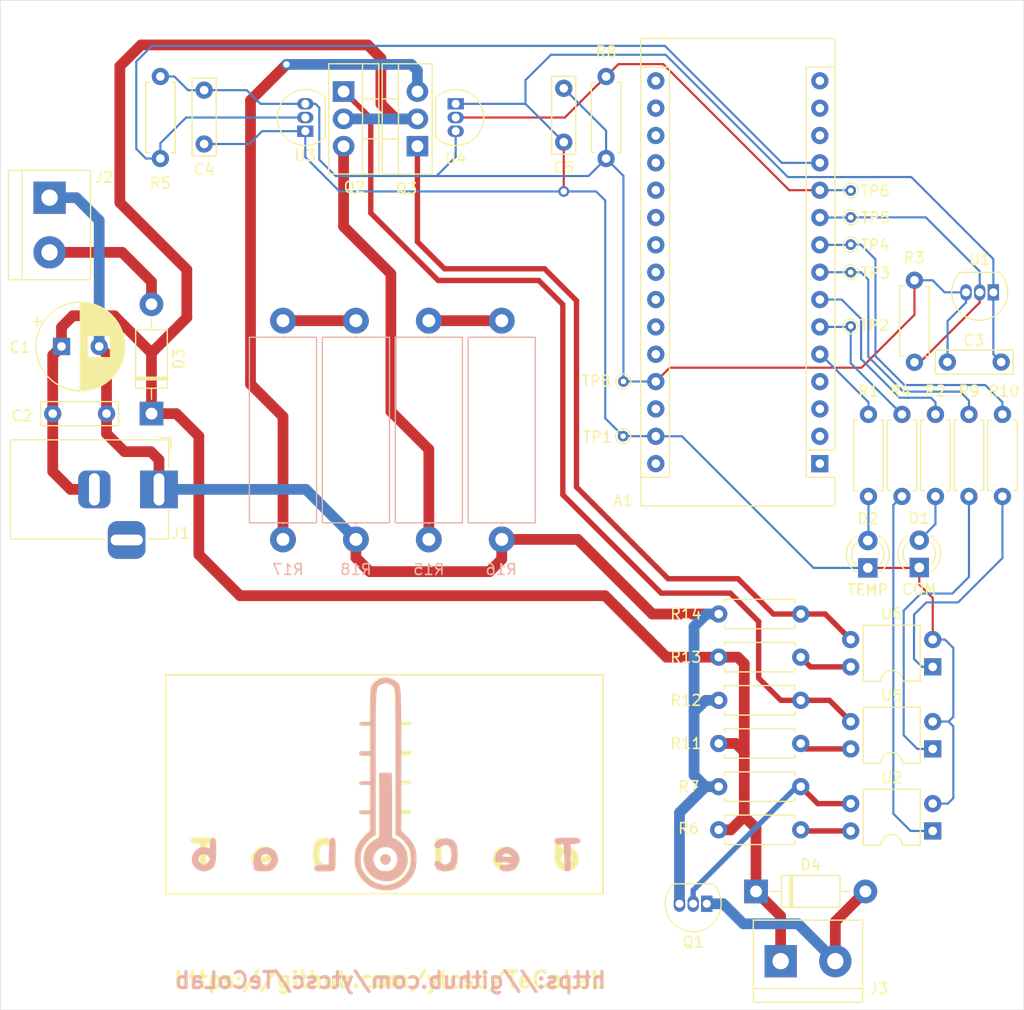
<source format=kicad_pcb>
(kicad_pcb (version 20171130) (host pcbnew 5.1.5+dfsg1-2build2)

  (general
    (thickness 1.6)
    (drawings 10)
    (tracks 314)
    (zones 0)
    (modules 57)
    (nets 30)
  )

  (page A4)
  (title_block
    (title TeCoLab)
    (date 2021-12-11)
    (rev 1.00)
    (company "YouTube Channel Sob Controle")
    (comment 1 "e-mail: ytcanalsobcontrole@gmail.com")
    (comment 2 "Laboratório de Controle de Temperatura")
    (comment 3 "Temperature Control Laboratory")
  )

  (layers
    (0 F.Cu signal)
    (31 B.Cu signal)
    (32 B.Adhes user)
    (33 F.Adhes user)
    (34 B.Paste user)
    (35 F.Paste user)
    (36 B.SilkS user)
    (37 F.SilkS user)
    (38 B.Mask user)
    (39 F.Mask user)
    (40 Dwgs.User user)
    (41 Cmts.User user)
    (42 Eco1.User user)
    (43 Eco2.User user)
    (44 Edge.Cuts user)
    (45 Margin user)
    (46 B.CrtYd user)
    (47 F.CrtYd user)
    (48 B.Fab user)
    (49 F.Fab user)
  )

  (setup
    (last_trace_width 0.2)
    (trace_clearance 0.2)
    (zone_clearance 0.508)
    (zone_45_only no)
    (trace_min 0.2)
    (via_size 1)
    (via_drill 0.6)
    (via_min_size 0.4)
    (via_min_drill 0.3)
    (uvia_size 0.3)
    (uvia_drill 0.1)
    (uvias_allowed no)
    (uvia_min_size 0.2)
    (uvia_min_drill 0.1)
    (edge_width 0.05)
    (segment_width 0.2)
    (pcb_text_width 0.3)
    (pcb_text_size 1.5 1.5)
    (mod_edge_width 0.15)
    (mod_text_size 2 2)
    (mod_text_width 0.3)
    (pad_size 1.8 1.8)
    (pad_drill 0.9)
    (pad_to_mask_clearance 0.051)
    (solder_mask_min_width 0.25)
    (aux_axis_origin 0 0)
    (visible_elements FFFFF77F)
    (pcbplotparams
      (layerselection 0x010fc_ffffffff)
      (usegerberextensions false)
      (usegerberattributes false)
      (usegerberadvancedattributes false)
      (creategerberjobfile false)
      (excludeedgelayer true)
      (linewidth 0.100000)
      (plotframeref false)
      (viasonmask false)
      (mode 1)
      (useauxorigin false)
      (hpglpennumber 1)
      (hpglpenspeed 20)
      (hpglpendiameter 15.000000)
      (psnegative false)
      (psa4output false)
      (plotreference true)
      (plotvalue true)
      (plotinvisibletext false)
      (padsonsilk false)
      (subtractmaskfromsilk false)
      (outputformat 1)
      (mirror false)
      (drillshape 1)
      (scaleselection 1)
      (outputdirectory ""))
  )

  (net 0 "")
  (net 1 LED_RED)
  (net 2 Cooler)
  (net 3 LED_GREEN)
  (net 4 Heater_1)
  (net 5 Heater_2)
  (net 6 RoomTempSensor)
  (net 7 Sensor_1)
  (net 8 +5V)
  (net 9 Sensor_2)
  (net 10 GNDREF)
  (net 11 +12V)
  (net 12 GND)
  (net 13 "Net-(D1-Pad2)")
  (net 14 "Net-(D2-Pad2)")
  (net 15 "Net-(D3-Pad2)")
  (net 16 "Net-(D4-Pad2)")
  (net 17 "Net-(Q1-Pad2)")
  (net 18 "Net-(Q2-Pad1)")
  (net 19 "Net-(Q2-Pad3)")
  (net 20 "Net-(Q3-Pad3)")
  (net 21 "Net-(Q3-Pad1)")
  (net 22 "Net-(R4-Pad1)")
  (net 23 "Net-(R6-Pad1)")
  (net 24 "Net-(R9-Pad1)")
  (net 25 "Net-(R10-Pad1)")
  (net 26 "Net-(R11-Pad1)")
  (net 27 "Net-(R13-Pad1)")
  (net 28 "Net-(R15-Pad1)")
  (net 29 "Net-(R17-Pad1)")

  (net_class Default "Esta é a classe de rede padrão."
    (clearance 0.2)
    (trace_width 0.2)
    (via_dia 1)
    (via_drill 0.6)
    (uvia_dia 0.3)
    (uvia_drill 0.1)
  )

  (net_class "Analog Signals" ""
    (clearance 0.2)
    (trace_width 0.5)
    (via_dia 1)
    (via_drill 0.6)
    (uvia_dia 0.3)
    (uvia_drill 0.1)
    (add_net "Net-(Q1-Pad2)")
    (add_net "Net-(Q2-Pad1)")
    (add_net "Net-(Q3-Pad1)")
    (add_net "Net-(R11-Pad1)")
    (add_net "Net-(R13-Pad1)")
    (add_net "Net-(R6-Pad1)")
  )

  (net_class "Digital Signals" ""
    (clearance 0.2)
    (trace_width 0.2)
    (via_dia 1)
    (via_drill 0.6)
    (uvia_dia 0.3)
    (uvia_drill 0.1)
    (add_net +5V)
    (add_net Cooler)
    (add_net GNDREF)
    (add_net Heater_1)
    (add_net Heater_2)
    (add_net LED_GREEN)
    (add_net LED_RED)
    (add_net "Net-(D1-Pad2)")
    (add_net "Net-(D2-Pad2)")
    (add_net "Net-(R10-Pad1)")
    (add_net "Net-(R4-Pad1)")
    (add_net "Net-(R9-Pad1)")
    (add_net RoomTempSensor)
    (add_net Sensor_1)
    (add_net Sensor_2)
  )

  (net_class Power ""
    (clearance 0.2)
    (trace_width 1)
    (via_dia 1)
    (via_drill 0.6)
    (uvia_dia 0.3)
    (uvia_drill 0.1)
    (add_net +12V)
    (add_net GND)
    (add_net "Net-(D3-Pad2)")
    (add_net "Net-(D4-Pad2)")
    (add_net "Net-(Q2-Pad3)")
    (add_net "Net-(Q3-Pad3)")
    (add_net "Net-(R15-Pad1)")
    (add_net "Net-(R17-Pad1)")
  )

  (module logo:logo (layer F.Cu) (tedit 0) (tstamp 61E1812B)
    (at 141.50848 106.4514)
    (fp_text reference G*** (at 0 0) (layer F.SilkS) hide
      (effects (font (size 1.524 1.524) (thickness 0.3)))
    )
    (fp_text value LOGO (at 0.75 0) (layer F.SilkS) hide
      (effects (font (size 1.524 1.524) (thickness 0.3)))
    )
    (fp_poly (pts (xy 0.523713 -9.776362) (xy 0.930214 -9.506019) (xy 1.136979 -9.284566) (xy 1.397 -8.959466)
      (xy 1.423298 -7.358399) (xy 1.449596 -5.757333) (xy 1.952465 -5.757333) (xy 2.234449 -5.751029)
      (xy 2.386192 -5.723386) (xy 2.446583 -5.661308) (xy 2.455333 -5.588) (xy 2.436797 -5.493424)
      (xy 2.355373 -5.44232) (xy 2.172335 -5.42178) (xy 1.947333 -5.418666) (xy 1.439333 -5.418666)
      (xy 1.439333 -3.048) (xy 1.947333 -3.048) (xy 2.228873 -3.043518) (xy 2.380877 -3.019028)
      (xy 2.443105 -2.957962) (xy 2.455322 -2.843752) (xy 2.455333 -2.836333) (xy 2.444577 -2.719025)
      (xy 2.3858 -2.65569) (xy 2.239241 -2.629761) (xy 1.965139 -2.624671) (xy 1.947333 -2.624666)
      (xy 1.439333 -2.624666) (xy 1.439333 -0.254) (xy 1.947333 -0.254) (xy 2.231061 -0.247821)
      (xy 2.384373 -0.22068) (xy 2.445994 -0.159667) (xy 2.455333 -0.084666) (xy 2.436797 0.00991)
      (xy 2.355373 0.061014) (xy 2.172335 0.081554) (xy 1.947333 0.084667) (xy 1.439333 0.084667)
      (xy 1.439333 2.455334) (xy 1.947333 2.455334) (xy 2.231061 2.461512) (xy 2.384373 2.488653)
      (xy 2.445994 2.549666) (xy 2.455333 2.624667) (xy 2.448483 2.719618) (xy 2.403317 2.775242)
      (xy 2.28291 2.80399) (xy 2.050336 2.818313) (xy 1.862666 2.824508) (xy 1.481666 2.836334)
      (xy 1.457434 3.661834) (xy 1.454149 4.040797) (xy 1.467695 4.319054) (xy 1.496172 4.469017)
      (xy 1.514249 4.487334) (xy 1.639913 4.551213) (xy 1.830463 4.719535) (xy 2.054681 4.957326)
      (xy 2.281347 5.229611) (xy 2.479239 5.501416) (xy 2.600761 5.704493) (xy 2.78888 6.229944)
      (xy 2.871439 6.827646) (xy 2.845394 7.435075) (xy 2.711563 7.979551) (xy 2.447967 8.484178)
      (xy 2.0645 8.966809) (xy 1.608059 9.376086) (xy 1.213168 9.620469) (xy 0.719047 9.794248)
      (xy 0.162847 9.880553) (xy -0.391707 9.875349) (xy -0.880892 9.774602) (xy -0.931334 9.756224)
      (xy -1.382887 9.562595) (xy -1.723781 9.362782) (xy -2.010078 9.120978) (xy -2.14053 8.983963)
      (xy -2.462259 8.583267) (xy -2.674053 8.193854) (xy -2.798101 7.759294) (xy -2.856596 7.223157)
      (xy -2.860037 7.154334) (xy -2.859289 7.078761) (xy -2.37521 7.078761) (xy -2.295202 7.633712)
      (xy -2.151897 8.025767) (xy -1.814754 8.531231) (xy -1.370199 8.939129) (xy -0.850589 9.228133)
      (xy -0.288281 9.376918) (xy -0.078868 9.392103) (xy 0.186185 9.370462) (xy 0.508557 9.308925)
      (xy 0.649071 9.271549) (xy 1.198887 9.024062) (xy 1.680258 8.642279) (xy 2.052731 8.158907)
      (xy 2.076087 8.117778) (xy 2.208174 7.857384) (xy 2.284245 7.627908) (xy 2.318896 7.363378)
      (xy 2.326722 6.997819) (xy 2.326696 6.985) (xy 2.315608 6.599972) (xy 2.275575 6.317618)
      (xy 2.193118 6.071985) (xy 2.101758 5.884334) (xy 1.746056 5.364299) (xy 1.275576 4.954187)
      (xy 1.164166 4.881803) (xy 0.931333 4.73743) (xy 0.931333 -1.915323) (xy 0.931472 -3.174544)
      (xy 0.931321 -4.275468) (xy 0.930027 -5.229131) (xy 0.926736 -6.046569) (xy 0.920595 -6.738817)
      (xy 0.91075 -7.316911) (xy 0.896347 -7.791886) (xy 0.876535 -8.174779) (xy 0.850459 -8.476624)
      (xy 0.817265 -8.708457) (xy 0.776101 -8.881314) (xy 0.726113 -9.006232) (xy 0.666448 -9.094244)
      (xy 0.596252 -9.156387) (xy 0.514673 -9.203697) (xy 0.420855 -9.247209) (xy 0.362277 -9.27421)
      (xy 0.002419 -9.358039) (xy -0.360473 -9.294148) (xy -0.674656 -9.095044) (xy -0.757458 -9.003544)
      (xy -0.789039 -8.960685) (xy -0.816544 -8.910287) (xy -0.840255 -8.841049) (xy -0.860453 -8.741666)
      (xy -0.877421 -8.600836) (xy -0.891439 -8.407255) (xy -0.902789 -8.149621) (xy -0.911753 -7.81663)
      (xy -0.918612 -7.396979) (xy -0.923648 -6.879364) (xy -0.927141 -6.252484) (xy -0.929375 -5.505033)
      (xy -0.93063 -4.625711) (xy -0.931188 -3.603212) (xy -0.93133 -2.426235) (xy -0.931334 -2.022756)
      (xy -0.931334 4.736985) (xy -1.164167 4.859181) (xy -1.475391 5.081749) (xy -1.792959 5.405697)
      (xy -2.065239 5.773304) (xy -2.194842 6.011334) (xy -2.342223 6.516089) (xy -2.37521 7.078761)
      (xy -2.859289 7.078761) (xy -2.853849 6.529846) (xy -2.760575 6.014688) (xy -2.562954 5.56392)
      (xy -2.243726 5.132605) (xy -1.976848 4.854945) (xy -1.439334 4.333556) (xy -1.439334 -2.24426)
      (xy -1.439539 -3.493181) (xy -1.439533 -4.584065) (xy -1.438387 -5.528207) (xy -1.435171 -6.336902)
      (xy -1.428956 -7.021445) (xy -1.418811 -7.593129) (xy -1.403806 -8.063252) (xy -1.383013 -8.443106)
      (xy -1.3555 -8.743987) (xy -1.320339 -8.97719) (xy -1.276599 -9.154009) (xy -1.223351 -9.28574)
      (xy -1.159665 -9.383678) (xy -1.084611 -9.459116) (xy -0.99726 -9.523351) (xy -0.896681 -9.587676)
      (xy -0.831353 -9.62985) (xy -0.37685 -9.841748) (xy 0.081432 -9.889429) (xy 0.523713 -9.776362)) (layer F.SilkS) (width 0.01))
    (fp_poly (pts (xy -16.389913 5.002603) (xy -16.037835 5.029039) (xy -15.814887 5.081583) (xy -15.701185 5.167177)
      (xy -15.67685 5.292762) (xy -15.702961 5.41014) (xy -15.779252 5.522055) (xy -15.946319 5.582215)
      (xy -16.154456 5.604703) (xy -16.552334 5.630334) (xy -16.594667 6.858) (xy -16.637 8.085667)
      (xy -16.859018 8.111414) (xy -17.062846 8.082866) (xy -17.134185 7.998656) (xy -17.153956 7.865488)
      (xy -17.170393 7.599268) (xy -17.181976 7.236266) (xy -17.187189 6.812751) (xy -17.187334 6.728714)
      (xy -17.187334 5.597278) (xy -17.580828 5.571472) (xy -17.888471 5.514876) (xy -18.068281 5.402895)
      (xy -18.105091 5.250133) (xy -18.03989 5.12943) (xy -17.960846 5.070896) (xy -17.819532 5.031599)
      (xy -17.587211 5.008184) (xy -17.235143 4.997297) (xy -16.891 4.995334) (xy -16.389913 5.002603)) (layer F.SilkS) (width 0.01))
    (fp_poly (pts (xy -10.920918 5.912047) (xy -10.578186 6.10248) (xy -10.32421 6.383793) (xy -10.18995 6.72616)
      (xy -10.179263 6.942667) (xy -10.202334 7.239) (xy -10.956913 7.281334) (xy -11.312899 7.304943)
      (xy -11.523247 7.330666) (xy -11.611615 7.36434) (xy -11.601655 7.411802) (xy -11.577299 7.434429)
      (xy -11.393221 7.503708) (xy -11.100134 7.522181) (xy -11.034386 7.519096) (xy -10.787322 7.510943)
      (xy -10.661414 7.54076) (xy -10.609499 7.628021) (xy -10.59646 7.699923) (xy -10.635074 7.922062)
      (xy -10.718475 8.017423) (xy -10.953371 8.105933) (xy -11.271736 8.125097) (xy -11.604127 8.078318)
      (xy -11.881105 7.969) (xy -11.895667 7.959724) (xy -12.175689 7.693569) (xy -12.37171 7.347154)
      (xy -12.445684 6.98781) (xy -12.445684 6.986321) (xy -12.397268 6.7677) (xy -11.811 6.7677)
      (xy -11.324167 6.770517) (xy -11.062653 6.759157) (xy -10.88594 6.72684) (xy -10.837334 6.691646)
      (xy -10.908065 6.587857) (xy -11.072291 6.489013) (xy -11.258061 6.436137) (xy -11.288055 6.434667)
      (xy -11.437799 6.485672) (xy -11.611121 6.601183) (xy -11.811 6.7677) (xy -12.397268 6.7677)
      (xy -12.369477 6.642215) (xy -12.168403 6.315857) (xy -11.88252 6.048011) (xy -11.551889 5.87944)
      (xy -11.321448 5.842317) (xy -10.920918 5.912047)) (layer F.SilkS) (width 0.01))
    (fp_poly (pts (xy -5.304251 5.051393) (xy -4.956742 5.164832) (xy -4.681829 5.353225) (xy -4.527679 5.594263)
      (xy -4.522672 5.80814) (xy -4.632553 5.948379) (xy -4.811973 5.996086) (xy -5.01558 5.932368)
      (xy -5.122334 5.842) (xy -5.348666 5.704416) (xy -5.553989 5.672667) (xy -5.807319 5.722361)
      (xy -5.975495 5.882542) (xy -6.068413 6.169856) (xy -6.096 6.584354) (xy -6.085743 6.899834)
      (xy -6.044271 7.104045) (xy -5.955539 7.254372) (xy -5.888182 7.327515) (xy -5.635144 7.501561)
      (xy -5.389956 7.506706) (xy -5.148043 7.342928) (xy -5.129749 7.323667) (xy -4.902996 7.145823)
      (xy -4.705555 7.134221) (xy -4.575372 7.234937) (xy -4.513258 7.43069) (xy -4.604868 7.667545)
      (xy -4.784471 7.874756) (xy -5.066432 8.038032) (xy -5.429691 8.112569) (xy -5.808701 8.093949)
      (xy -6.137917 7.977756) (xy -6.15539 7.967124) (xy -6.393787 7.777337) (xy -6.552932 7.539874)
      (xy -6.645659 7.220489) (xy -6.684799 6.78493) (xy -6.688351 6.544705) (xy -6.662128 6.026347)
      (xy -6.575756 5.643406) (xy -6.416917 5.368863) (xy -6.173294 5.175699) (xy -6.033675 5.108524)
      (xy -5.678511 5.027694) (xy -5.304251 5.051393)) (layer F.SilkS) (width 0.01))
    (fp_poly (pts (xy 5.09143 5.047778) (xy 5.168609 5.174416) (xy 5.219094 5.408332) (xy 5.249618 5.769516)
      (xy 5.266912 6.277958) (xy 5.268165 6.337263) (xy 5.291666 7.493) (xy 5.884333 7.516992)
      (xy 6.293018 7.557942) (xy 6.543972 7.643939) (xy 6.643792 7.779176) (xy 6.59908 7.967846)
      (xy 6.59774 7.970363) (xy 6.538111 8.044046) (xy 6.432011 8.090745) (xy 6.245512 8.11633)
      (xy 5.944686 8.12667) (xy 5.686621 8.128) (xy 5.236226 8.116809) (xy 4.924094 8.084288)
      (xy 4.764629 8.032012) (xy 4.758266 8.0264) (xy 4.715529 7.913894) (xy 4.684914 7.667434)
      (xy 4.665717 7.27651) (xy 4.657234 6.730614) (xy 4.656666 6.508106) (xy 4.657663 5.987544)
      (xy 4.662601 5.6115) (xy 4.674405 5.355163) (xy 4.695998 5.193721) (xy 4.730302 5.102361)
      (xy 4.780242 5.056271) (xy 4.830062 5.036377) (xy 4.980825 5.008428) (xy 5.09143 5.047778)) (layer F.SilkS) (width 0.01))
    (fp_poly (pts (xy 11.39796 5.894186) (xy 11.766159 6.074295) (xy 12.071137 6.397853) (xy 12.10779 6.45506)
      (xy 12.195236 6.67863) (xy 12.25409 6.984322) (xy 12.282326 7.321897) (xy 12.277917 7.641115)
      (xy 12.238838 7.891737) (xy 12.170833 8.018304) (xy 12.03876 8.059187) (xy 11.788457 8.092546)
      (xy 11.471024 8.111853) (xy 11.43 8.112934) (xy 11.051143 8.109561) (xy 10.786059 8.073087)
      (xy 10.580914 7.994545) (xy 10.523943 7.962008) (xy 10.225486 7.69188) (xy 10.051151 7.34731)
      (xy 9.99979 6.967201) (xy 10.007211 6.927517) (xy 10.601065 6.927517) (xy 10.622055 7.113298)
      (xy 10.785033 7.321375) (xy 10.791151 7.327515) (xy 11.008679 7.496304) (xy 11.20322 7.515403)
      (xy 11.422692 7.388895) (xy 11.431203 7.382051) (xy 11.58154 7.165794) (xy 11.615459 6.899835)
      (xy 11.524487 6.65864) (xy 11.514883 6.646594) (xy 11.326961 6.536809) (xy 11.077088 6.522664)
      (xy 10.839032 6.598542) (xy 10.715134 6.707506) (xy 10.601065 6.927517) (xy 10.007211 6.927517)
      (xy 10.070251 6.590455) (xy 10.261385 6.255975) (xy 10.572042 6.002663) (xy 10.582012 5.997347)
      (xy 10.994069 5.865784) (xy 11.39796 5.894186)) (layer F.SilkS) (width 0.01))
    (fp_poly (pts (xy 16.194066 5.084725) (xy 16.288613 5.310567) (xy 16.32372 5.569678) (xy 16.349108 5.999582)
      (xy 16.601013 5.911767) (xy 16.979998 5.857567) (xy 17.331043 5.945695) (xy 17.631385 6.149229)
      (xy 17.858265 6.441242) (xy 17.988921 6.79481) (xy 18.000592 7.183008) (xy 17.920809 7.473008)
      (xy 17.701646 7.795678) (xy 17.381295 8.015053) (xy 17.001468 8.11869) (xy 16.603876 8.094147)
      (xy 16.281277 7.962095) (xy 16.076833 7.813626) (xy 15.930946 7.637111) (xy 15.834396 7.402732)
      (xy 15.777964 7.080675) (xy 15.769067 6.927517) (xy 16.358399 6.927517) (xy 16.379388 7.113298)
      (xy 16.542367 7.321375) (xy 16.548484 7.327515) (xy 16.766013 7.496304) (xy 16.960553 7.515403)
      (xy 17.180025 7.388895) (xy 17.188536 7.382051) (xy 17.338874 7.165794) (xy 17.372793 6.899835)
      (xy 17.281821 6.65864) (xy 17.272216 6.646594) (xy 17.084295 6.536809) (xy 16.834421 6.522664)
      (xy 16.596366 6.598542) (xy 16.472467 6.707506) (xy 16.358399 6.927517) (xy 15.769067 6.927517)
      (xy 15.752429 6.641123) (xy 15.748 6.237572) (xy 15.751838 5.778156) (xy 15.765545 5.459398)
      (xy 15.792413 5.252753) (xy 15.835731 5.129674) (xy 15.882096 5.07411) (xy 16.054849 5.001742)
      (xy 16.194066 5.084725)) (layer F.SilkS) (width 0.01))
    (fp_poly (pts (xy 0.032717 -1.030041) (xy 0.5882 -1.001749) (xy 0.589132 1.721626) (xy 0.5894 2.396966)
      (xy 0.58972 3.028488) (xy 0.590077 3.593435) (xy 0.590452 4.069051) (xy 0.590828 4.432579)
      (xy 0.59119 4.661264) (xy 0.591365 4.719031) (xy 0.621231 4.922993) (xy 0.741014 5.047236)
      (xy 0.867833 5.108686) (xy 1.167176 5.291204) (xy 1.478025 5.570465) (xy 1.741285 5.889297)
      (xy 1.836887 6.046229) (xy 1.961736 6.417738) (xy 2.013827 6.873114) (xy 1.989821 7.341771)
      (xy 1.914072 7.677351) (xy 1.693405 8.10786) (xy 1.348064 8.502182) (xy 0.922239 8.811529)
      (xy 0.854104 8.847611) (xy 0.547427 8.950972) (xy 0.158323 9.014257) (xy -0.237814 9.030659)
      (xy -0.565596 8.99337) (xy -0.612645 8.980069) (xy -1.142993 8.725721) (xy -1.565681 8.350566)
      (xy -1.865916 7.875389) (xy -2.028907 7.320976) (xy -2.048439 7.042004) (xy -1.100351 7.042004)
      (xy -1.029876 7.425422) (xy -0.839244 7.763077) (xy -0.560577 8.003601) (xy -0.472573 8.045971)
      (xy -0.140798 8.11564) (xy 0.232244 8.100519) (xy 0.557356 8.005943) (xy 0.602568 7.981683)
      (xy 0.792709 7.813833) (xy 0.974434 7.567123) (xy 1.026698 7.470899) (xy 1.152382 7.051539)
      (xy 1.110741 6.658002) (xy 0.921632 6.314564) (xy 0.602129 6.021485) (xy 0.243385 5.872261)
      (xy -0.124748 5.856152) (xy -0.472418 5.962419) (xy -0.769771 6.180321) (xy -0.986954 6.499118)
      (xy -1.094116 6.908071) (xy -1.100351 7.042004) (xy -2.048439 7.042004) (xy -2.054628 6.953617)
      (xy -1.975169 6.377298) (xy -1.758488 5.866444) (xy -1.420162 5.446516) (xy -0.975767 5.142975)
      (xy -0.935504 5.124214) (xy -0.592667 4.969616) (xy -0.592667 1.990919) (xy -0.591709 1.297916)
      (xy -0.588983 0.660043) (xy -0.584716 0.096716) (xy -0.579132 -0.372653) (xy -0.572456 -0.72865)
      (xy -0.564913 -0.951862) (xy -0.557716 -1.023055) (xy -0.461721 -1.037063) (xy -0.244646 -1.039358)
      (xy 0.032717 -1.030041)) (layer F.SilkS) (width 0.01))
    (fp_poly (pts (xy 0.27109 6.587734) (xy 0.44036 6.760348) (xy 0.513119 6.9883) (xy 0.472891 7.222709)
      (xy 0.319827 7.403533) (xy 0.066888 7.522338) (xy -0.158891 7.483952) (xy -0.322702 7.362702)
      (xy -0.474965 7.129121) (xy -0.48482 6.885288) (xy -0.370255 6.675241) (xy -0.149257 6.543015)
      (xy 0.021785 6.519334) (xy 0.27109 6.587734)) (layer F.SilkS) (width 0.01))
  )

  (module Package_DIP:DIP-4_W7.62mm (layer F.Cu) (tedit 5A02E8C5) (tstamp 61DB8C7F)
    (at 192.38468 95.61576 180)
    (descr "4-lead though-hole mounted DIP package, row spacing 7.62 mm (300 mils)")
    (tags "THT DIP DIL PDIP 2.54mm 7.62mm 300mil")
    (path /61BDD6D0)
    (fp_text reference U6 (at 3.81 4.953) (layer F.SilkS)
      (effects (font (size 1 1) (thickness 0.15)))
    )
    (fp_text value PC817 (at 3.81 4.87) (layer F.Fab) hide
      (effects (font (size 1 1) (thickness 0.15)))
    )
    (fp_arc (start 3.81 -1.33) (end 2.81 -1.33) (angle -180) (layer F.SilkS) (width 0.12))
    (fp_line (start 1.635 -1.27) (end 6.985 -1.27) (layer F.Fab) (width 0.1))
    (fp_line (start 6.985 -1.27) (end 6.985 3.81) (layer F.Fab) (width 0.1))
    (fp_line (start 6.985 3.81) (end 0.635 3.81) (layer F.Fab) (width 0.1))
    (fp_line (start 0.635 3.81) (end 0.635 -0.27) (layer F.Fab) (width 0.1))
    (fp_line (start 0.635 -0.27) (end 1.635 -1.27) (layer F.Fab) (width 0.1))
    (fp_line (start 2.81 -1.33) (end 1.16 -1.33) (layer F.SilkS) (width 0.12))
    (fp_line (start 1.16 -1.33) (end 1.16 3.87) (layer F.SilkS) (width 0.12))
    (fp_line (start 1.16 3.87) (end 6.46 3.87) (layer F.SilkS) (width 0.12))
    (fp_line (start 6.46 3.87) (end 6.46 -1.33) (layer F.SilkS) (width 0.12))
    (fp_line (start 6.46 -1.33) (end 4.81 -1.33) (layer F.SilkS) (width 0.12))
    (fp_line (start -1.1 -1.55) (end -1.1 4.1) (layer F.CrtYd) (width 0.05))
    (fp_line (start -1.1 4.1) (end 8.7 4.1) (layer F.CrtYd) (width 0.05))
    (fp_line (start 8.7 4.1) (end 8.7 -1.55) (layer F.CrtYd) (width 0.05))
    (fp_line (start 8.7 -1.55) (end -1.1 -1.55) (layer F.CrtYd) (width 0.05))
    (fp_text user %R (at 3.81 1.27) (layer F.Fab) hide
      (effects (font (size 1 1) (thickness 0.15)))
    )
    (pad 1 thru_hole rect (at 0 0 180) (size 1.6 1.6) (drill 0.8) (layers *.Cu *.Mask)
      (net 25 "Net-(R10-Pad1)"))
    (pad 3 thru_hole oval (at 7.62 2.54 180) (size 1.6 1.6) (drill 0.8) (layers *.Cu *.Mask)
      (net 21 "Net-(Q3-Pad1)"))
    (pad 2 thru_hole oval (at 0 2.54 180) (size 1.6 1.6) (drill 0.8) (layers *.Cu *.Mask)
      (net 10 GNDREF))
    (pad 4 thru_hole oval (at 7.62 0 180) (size 1.6 1.6) (drill 0.8) (layers *.Cu *.Mask)
      (net 27 "Net-(R13-Pad1)"))
    (model ${KISYS3DMOD}/Package_DIP.3dshapes/DIP-4_W7.62mm.wrl
      (at (xyz 0 0 0))
      (scale (xyz 1 1 1))
      (rotate (xyz 0 0 0))
    )
  )

  (module Capacitor_THT:C_Rect_L7.0mm_W2.0mm_P5.00mm (layer F.Cu) (tedit 5AE50EF0) (tstamp 61DF8C32)
    (at 110.63732 72.09028)
    (descr "C, Rect series, Radial, pin pitch=5.00mm, , length*width=7*2mm^2, Capacitor")
    (tags "C Rect series Radial pin pitch 5.00mm  length 7mm width 2mm Capacitor")
    (path /619F42FD)
    (fp_text reference C2 (at -2.84988 0.2032) (layer F.SilkS)
      (effects (font (size 1 1) (thickness 0.15)))
    )
    (fp_text value 100nF (at -1.905 0 270) (layer F.Fab) hide
      (effects (font (size 1 1) (thickness 0.15)))
    )
    (fp_text user %R (at 6.985 0 270) (layer F.Fab) hide
      (effects (font (size 1 1) (thickness 0.15)))
    )
    (fp_line (start 6.25 -1.25) (end -1.25 -1.25) (layer F.CrtYd) (width 0.05))
    (fp_line (start 6.25 1.25) (end 6.25 -1.25) (layer F.CrtYd) (width 0.05))
    (fp_line (start -1.25 1.25) (end 6.25 1.25) (layer F.CrtYd) (width 0.05))
    (fp_line (start -1.25 -1.25) (end -1.25 1.25) (layer F.CrtYd) (width 0.05))
    (fp_line (start 6.12 -1.12) (end 6.12 1.12) (layer F.SilkS) (width 0.12))
    (fp_line (start -1.12 -1.12) (end -1.12 1.12) (layer F.SilkS) (width 0.12))
    (fp_line (start -1.12 1.12) (end 6.12 1.12) (layer F.SilkS) (width 0.12))
    (fp_line (start -1.12 -1.12) (end 6.12 -1.12) (layer F.SilkS) (width 0.12))
    (fp_line (start 6 -1) (end -1 -1) (layer F.Fab) (width 0.1))
    (fp_line (start 6 1) (end 6 -1) (layer F.Fab) (width 0.1))
    (fp_line (start -1 1) (end 6 1) (layer F.Fab) (width 0.1))
    (fp_line (start -1 -1) (end -1 1) (layer F.Fab) (width 0.1))
    (pad 2 thru_hole circle (at 5 0) (size 1.6 1.6) (drill 0.8) (layers *.Cu *.Mask)
      (net 12 GND))
    (pad 1 thru_hole circle (at 0 0) (size 1.6 1.6) (drill 0.8) (layers *.Cu *.Mask)
      (net 11 +12V))
    (model ${KISYS3DMOD}/Capacitor_THT.3dshapes/C_Rect_L7.0mm_W2.0mm_P5.00mm.wrl
      (at (xyz 0 0 0))
      (scale (xyz 1 1 1))
      (rotate (xyz 0 0 0))
    )
  )

  (module Module:Arduino_Nano (layer F.Cu) (tedit 58ACAF70) (tstamp 61DB8740)
    (at 181.89956 76.7334 180)
    (descr "Arduino Nano, http://www.mouser.com/pdfdocs/Gravitech_Arduino_Nano3_0.pdf")
    (tags "Arduino Nano")
    (path /619431AE)
    (fp_text reference A1 (at 18.288 -3.429) (layer F.SilkS)
      (effects (font (size 1 1) (thickness 0.15)))
    )
    (fp_text value Arduino_Nano_v3.x (at 8.89 19.05 90) (layer F.Fab)
      (effects (font (size 1 1) (thickness 0.15)))
    )
    (fp_text user %R (at 6.35 19.05 90) (layer F.Fab)
      (effects (font (size 1 1) (thickness 0.15)))
    )
    (fp_line (start 1.27 1.27) (end 1.27 -1.27) (layer F.SilkS) (width 0.12))
    (fp_line (start 1.27 -1.27) (end -1.4 -1.27) (layer F.SilkS) (width 0.12))
    (fp_line (start -1.4 1.27) (end -1.4 39.5) (layer F.SilkS) (width 0.12))
    (fp_line (start -1.4 -3.94) (end -1.4 -1.27) (layer F.SilkS) (width 0.12))
    (fp_line (start 13.97 -1.27) (end 16.64 -1.27) (layer F.SilkS) (width 0.12))
    (fp_line (start 13.97 -1.27) (end 13.97 36.83) (layer F.SilkS) (width 0.12))
    (fp_line (start 13.97 36.83) (end 16.64 36.83) (layer F.SilkS) (width 0.12))
    (fp_line (start 1.27 1.27) (end -1.4 1.27) (layer F.SilkS) (width 0.12))
    (fp_line (start 1.27 1.27) (end 1.27 36.83) (layer F.SilkS) (width 0.12))
    (fp_line (start 1.27 36.83) (end -1.4 36.83) (layer F.SilkS) (width 0.12))
    (fp_line (start 3.81 31.75) (end 11.43 31.75) (layer F.Fab) (width 0.1))
    (fp_line (start 11.43 31.75) (end 11.43 41.91) (layer F.Fab) (width 0.1))
    (fp_line (start 11.43 41.91) (end 3.81 41.91) (layer F.Fab) (width 0.1))
    (fp_line (start 3.81 41.91) (end 3.81 31.75) (layer F.Fab) (width 0.1))
    (fp_line (start -1.4 39.5) (end 16.64 39.5) (layer F.SilkS) (width 0.12))
    (fp_line (start 16.64 39.5) (end 16.64 -3.94) (layer F.SilkS) (width 0.12))
    (fp_line (start 16.64 -3.94) (end -1.4 -3.94) (layer F.SilkS) (width 0.12))
    (fp_line (start 16.51 39.37) (end -1.27 39.37) (layer F.Fab) (width 0.1))
    (fp_line (start -1.27 39.37) (end -1.27 -2.54) (layer F.Fab) (width 0.1))
    (fp_line (start -1.27 -2.54) (end 0 -3.81) (layer F.Fab) (width 0.1))
    (fp_line (start 0 -3.81) (end 16.51 -3.81) (layer F.Fab) (width 0.1))
    (fp_line (start 16.51 -3.81) (end 16.51 39.37) (layer F.Fab) (width 0.1))
    (fp_line (start -1.53 -4.06) (end 16.75 -4.06) (layer F.CrtYd) (width 0.05))
    (fp_line (start -1.53 -4.06) (end -1.53 42.16) (layer F.CrtYd) (width 0.05))
    (fp_line (start 16.75 42.16) (end 16.75 -4.06) (layer F.CrtYd) (width 0.05))
    (fp_line (start 16.75 42.16) (end -1.53 42.16) (layer F.CrtYd) (width 0.05))
    (pad 1 thru_hole rect (at 0 0 180) (size 1.6 1.6) (drill 0.8) (layers *.Cu *.Mask))
    (pad 17 thru_hole oval (at 15.24 33.02 180) (size 1.6 1.6) (drill 0.8) (layers *.Cu *.Mask))
    (pad 2 thru_hole oval (at 0 2.54 180) (size 1.6 1.6) (drill 0.8) (layers *.Cu *.Mask))
    (pad 18 thru_hole oval (at 15.24 30.48 180) (size 1.6 1.6) (drill 0.8) (layers *.Cu *.Mask))
    (pad 3 thru_hole oval (at 0 5.08 180) (size 1.6 1.6) (drill 0.8) (layers *.Cu *.Mask))
    (pad 19 thru_hole oval (at 15.24 27.94 180) (size 1.6 1.6) (drill 0.8) (layers *.Cu *.Mask))
    (pad 4 thru_hole oval (at 0 7.62 180) (size 1.6 1.6) (drill 0.8) (layers *.Cu *.Mask))
    (pad 20 thru_hole oval (at 15.24 25.4 180) (size 1.6 1.6) (drill 0.8) (layers *.Cu *.Mask))
    (pad 5 thru_hole oval (at 0 10.16 180) (size 1.6 1.6) (drill 0.8) (layers *.Cu *.Mask)
      (net 1 LED_RED))
    (pad 21 thru_hole oval (at 15.24 22.86 180) (size 1.6 1.6) (drill 0.8) (layers *.Cu *.Mask))
    (pad 6 thru_hole oval (at 0 12.7 180) (size 1.6 1.6) (drill 0.8) (layers *.Cu *.Mask)
      (net 2 Cooler))
    (pad 22 thru_hole oval (at 15.24 20.32 180) (size 1.6 1.6) (drill 0.8) (layers *.Cu *.Mask))
    (pad 7 thru_hole oval (at 0 15.24 180) (size 1.6 1.6) (drill 0.8) (layers *.Cu *.Mask)
      (net 3 LED_GREEN))
    (pad 23 thru_hole oval (at 15.24 17.78 180) (size 1.6 1.6) (drill 0.8) (layers *.Cu *.Mask))
    (pad 8 thru_hole oval (at 0 17.78 180) (size 1.6 1.6) (drill 0.8) (layers *.Cu *.Mask)
      (net 4 Heater_1))
    (pad 24 thru_hole oval (at 15.24 15.24 180) (size 1.6 1.6) (drill 0.8) (layers *.Cu *.Mask))
    (pad 9 thru_hole oval (at 0 20.32 180) (size 1.6 1.6) (drill 0.8) (layers *.Cu *.Mask)
      (net 5 Heater_2))
    (pad 25 thru_hole oval (at 15.24 12.7 180) (size 1.6 1.6) (drill 0.8) (layers *.Cu *.Mask))
    (pad 10 thru_hole oval (at 0 22.86 180) (size 1.6 1.6) (drill 0.8) (layers *.Cu *.Mask)
      (net 6 RoomTempSensor))
    (pad 26 thru_hole oval (at 15.24 10.16 180) (size 1.6 1.6) (drill 0.8) (layers *.Cu *.Mask))
    (pad 11 thru_hole oval (at 0 25.4 180) (size 1.6 1.6) (drill 0.8) (layers *.Cu *.Mask)
      (net 7 Sensor_1))
    (pad 27 thru_hole oval (at 15.24 7.62 180) (size 1.6 1.6) (drill 0.8) (layers *.Cu *.Mask)
      (net 8 +5V))
    (pad 12 thru_hole oval (at 0 27.94 180) (size 1.6 1.6) (drill 0.8) (layers *.Cu *.Mask)
      (net 9 Sensor_2))
    (pad 28 thru_hole oval (at 15.24 5.08 180) (size 1.6 1.6) (drill 0.8) (layers *.Cu *.Mask))
    (pad 13 thru_hole oval (at 0 30.48 180) (size 1.6 1.6) (drill 0.8) (layers *.Cu *.Mask))
    (pad 29 thru_hole oval (at 15.24 2.54 180) (size 1.6 1.6) (drill 0.8) (layers *.Cu *.Mask)
      (net 10 GNDREF))
    (pad 14 thru_hole oval (at 0 33.02 180) (size 1.6 1.6) (drill 0.8) (layers *.Cu *.Mask))
    (pad 30 thru_hole oval (at 15.24 0 180) (size 1.6 1.6) (drill 0.8) (layers *.Cu *.Mask))
    (pad 15 thru_hole oval (at 0 35.56 180) (size 1.6 1.6) (drill 0.8) (layers *.Cu *.Mask))
    (pad 16 thru_hole oval (at 15.24 35.56 180) (size 1.6 1.6) (drill 0.8) (layers *.Cu *.Mask))
    (model ${KISYS3DMOD}/Module.3dshapes/Arduino_Nano_WithMountingHoles.wrl
      (at (xyz 0 0 0))
      (scale (xyz 1 1 1))
      (rotate (xyz 0 0 0))
    )
  )

  (module logo:logo (layer B.Cu) (tedit 0) (tstamp 61AC26A6)
    (at 141.56944 106.49204 180)
    (fp_text reference G*** (at 0 0) (layer B.SilkS) hide
      (effects (font (size 1.524 1.524) (thickness 0.3)) (justify mirror))
    )
    (fp_text value LOGO (at 0.75 0) (layer B.SilkS) hide
      (effects (font (size 1.524 1.524) (thickness 0.3)) (justify mirror))
    )
    (fp_poly (pts (xy 0.27109 -6.587734) (xy 0.44036 -6.760348) (xy 0.513119 -6.9883) (xy 0.472891 -7.222709)
      (xy 0.319827 -7.403533) (xy 0.066888 -7.522338) (xy -0.158891 -7.483952) (xy -0.322702 -7.362702)
      (xy -0.474965 -7.129121) (xy -0.48482 -6.885288) (xy -0.370255 -6.675241) (xy -0.149257 -6.543015)
      (xy 0.021785 -6.519334) (xy 0.27109 -6.587734)) (layer B.SilkS) (width 0.01))
    (fp_poly (pts (xy 0.032717 1.030041) (xy 0.5882 1.001749) (xy 0.589132 -1.721626) (xy 0.5894 -2.396966)
      (xy 0.58972 -3.028488) (xy 0.590077 -3.593435) (xy 0.590452 -4.069051) (xy 0.590828 -4.432579)
      (xy 0.59119 -4.661264) (xy 0.591365 -4.719031) (xy 0.621231 -4.922993) (xy 0.741014 -5.047236)
      (xy 0.867833 -5.108686) (xy 1.167176 -5.291204) (xy 1.478025 -5.570465) (xy 1.741285 -5.889297)
      (xy 1.836887 -6.046229) (xy 1.961736 -6.417738) (xy 2.013827 -6.873114) (xy 1.989821 -7.341771)
      (xy 1.914072 -7.677351) (xy 1.693405 -8.10786) (xy 1.348064 -8.502182) (xy 0.922239 -8.811529)
      (xy 0.854104 -8.847611) (xy 0.547427 -8.950972) (xy 0.158323 -9.014257) (xy -0.237814 -9.030659)
      (xy -0.565596 -8.99337) (xy -0.612645 -8.980069) (xy -1.142993 -8.725721) (xy -1.565681 -8.350566)
      (xy -1.865916 -7.875389) (xy -2.028907 -7.320976) (xy -2.048439 -7.042004) (xy -1.100351 -7.042004)
      (xy -1.029876 -7.425422) (xy -0.839244 -7.763077) (xy -0.560577 -8.003601) (xy -0.472573 -8.045971)
      (xy -0.140798 -8.11564) (xy 0.232244 -8.100519) (xy 0.557356 -8.005943) (xy 0.602568 -7.981683)
      (xy 0.792709 -7.813833) (xy 0.974434 -7.567123) (xy 1.026698 -7.470899) (xy 1.152382 -7.051539)
      (xy 1.110741 -6.658002) (xy 0.921632 -6.314564) (xy 0.602129 -6.021485) (xy 0.243385 -5.872261)
      (xy -0.124748 -5.856152) (xy -0.472418 -5.962419) (xy -0.769771 -6.180321) (xy -0.986954 -6.499118)
      (xy -1.094116 -6.908071) (xy -1.100351 -7.042004) (xy -2.048439 -7.042004) (xy -2.054628 -6.953617)
      (xy -1.975169 -6.377298) (xy -1.758488 -5.866444) (xy -1.420162 -5.446516) (xy -0.975767 -5.142975)
      (xy -0.935504 -5.124214) (xy -0.592667 -4.969616) (xy -0.592667 -1.990919) (xy -0.591709 -1.297916)
      (xy -0.588983 -0.660043) (xy -0.584716 -0.096716) (xy -0.579132 0.372653) (xy -0.572456 0.72865)
      (xy -0.564913 0.951862) (xy -0.557716 1.023055) (xy -0.461721 1.037063) (xy -0.244646 1.039358)
      (xy 0.032717 1.030041)) (layer B.SilkS) (width 0.01))
    (fp_poly (pts (xy 16.194066 -5.084725) (xy 16.288613 -5.310567) (xy 16.32372 -5.569678) (xy 16.349108 -5.999582)
      (xy 16.601013 -5.911767) (xy 16.979998 -5.857567) (xy 17.331043 -5.945695) (xy 17.631385 -6.149229)
      (xy 17.858265 -6.441242) (xy 17.988921 -6.79481) (xy 18.000592 -7.183008) (xy 17.920809 -7.473008)
      (xy 17.701646 -7.795678) (xy 17.381295 -8.015053) (xy 17.001468 -8.11869) (xy 16.603876 -8.094147)
      (xy 16.281277 -7.962095) (xy 16.076833 -7.813626) (xy 15.930946 -7.637111) (xy 15.834396 -7.402732)
      (xy 15.777964 -7.080675) (xy 15.769067 -6.927517) (xy 16.358399 -6.927517) (xy 16.379388 -7.113298)
      (xy 16.542367 -7.321375) (xy 16.548484 -7.327515) (xy 16.766013 -7.496304) (xy 16.960553 -7.515403)
      (xy 17.180025 -7.388895) (xy 17.188536 -7.382051) (xy 17.338874 -7.165794) (xy 17.372793 -6.899835)
      (xy 17.281821 -6.65864) (xy 17.272216 -6.646594) (xy 17.084295 -6.536809) (xy 16.834421 -6.522664)
      (xy 16.596366 -6.598542) (xy 16.472467 -6.707506) (xy 16.358399 -6.927517) (xy 15.769067 -6.927517)
      (xy 15.752429 -6.641123) (xy 15.748 -6.237572) (xy 15.751838 -5.778156) (xy 15.765545 -5.459398)
      (xy 15.792413 -5.252753) (xy 15.835731 -5.129674) (xy 15.882096 -5.07411) (xy 16.054849 -5.001742)
      (xy 16.194066 -5.084725)) (layer B.SilkS) (width 0.01))
    (fp_poly (pts (xy 11.39796 -5.894186) (xy 11.766159 -6.074295) (xy 12.071137 -6.397853) (xy 12.10779 -6.45506)
      (xy 12.195236 -6.67863) (xy 12.25409 -6.984322) (xy 12.282326 -7.321897) (xy 12.277917 -7.641115)
      (xy 12.238838 -7.891737) (xy 12.170833 -8.018304) (xy 12.03876 -8.059187) (xy 11.788457 -8.092546)
      (xy 11.471024 -8.111853) (xy 11.43 -8.112934) (xy 11.051143 -8.109561) (xy 10.786059 -8.073087)
      (xy 10.580914 -7.994545) (xy 10.523943 -7.962008) (xy 10.225486 -7.69188) (xy 10.051151 -7.34731)
      (xy 9.99979 -6.967201) (xy 10.007211 -6.927517) (xy 10.601065 -6.927517) (xy 10.622055 -7.113298)
      (xy 10.785033 -7.321375) (xy 10.791151 -7.327515) (xy 11.008679 -7.496304) (xy 11.20322 -7.515403)
      (xy 11.422692 -7.388895) (xy 11.431203 -7.382051) (xy 11.58154 -7.165794) (xy 11.615459 -6.899835)
      (xy 11.524487 -6.65864) (xy 11.514883 -6.646594) (xy 11.326961 -6.536809) (xy 11.077088 -6.522664)
      (xy 10.839032 -6.598542) (xy 10.715134 -6.707506) (xy 10.601065 -6.927517) (xy 10.007211 -6.927517)
      (xy 10.070251 -6.590455) (xy 10.261385 -6.255975) (xy 10.572042 -6.002663) (xy 10.582012 -5.997347)
      (xy 10.994069 -5.865784) (xy 11.39796 -5.894186)) (layer B.SilkS) (width 0.01))
    (fp_poly (pts (xy 5.09143 -5.047778) (xy 5.168609 -5.174416) (xy 5.219094 -5.408332) (xy 5.249618 -5.769516)
      (xy 5.266912 -6.277958) (xy 5.268165 -6.337263) (xy 5.291666 -7.493) (xy 5.884333 -7.516992)
      (xy 6.293018 -7.557942) (xy 6.543972 -7.643939) (xy 6.643792 -7.779176) (xy 6.59908 -7.967846)
      (xy 6.59774 -7.970363) (xy 6.538111 -8.044046) (xy 6.432011 -8.090745) (xy 6.245512 -8.11633)
      (xy 5.944686 -8.12667) (xy 5.686621 -8.128) (xy 5.236226 -8.116809) (xy 4.924094 -8.084288)
      (xy 4.764629 -8.032012) (xy 4.758266 -8.0264) (xy 4.715529 -7.913894) (xy 4.684914 -7.667434)
      (xy 4.665717 -7.27651) (xy 4.657234 -6.730614) (xy 4.656666 -6.508106) (xy 4.657663 -5.987544)
      (xy 4.662601 -5.6115) (xy 4.674405 -5.355163) (xy 4.695998 -5.193721) (xy 4.730302 -5.102361)
      (xy 4.780242 -5.056271) (xy 4.830062 -5.036377) (xy 4.980825 -5.008428) (xy 5.09143 -5.047778)) (layer B.SilkS) (width 0.01))
    (fp_poly (pts (xy -5.304251 -5.051393) (xy -4.956742 -5.164832) (xy -4.681829 -5.353225) (xy -4.527679 -5.594263)
      (xy -4.522672 -5.80814) (xy -4.632553 -5.948379) (xy -4.811973 -5.996086) (xy -5.01558 -5.932368)
      (xy -5.122334 -5.842) (xy -5.348666 -5.704416) (xy -5.553989 -5.672667) (xy -5.807319 -5.722361)
      (xy -5.975495 -5.882542) (xy -6.068413 -6.169856) (xy -6.096 -6.584354) (xy -6.085743 -6.899834)
      (xy -6.044271 -7.104045) (xy -5.955539 -7.254372) (xy -5.888182 -7.327515) (xy -5.635144 -7.501561)
      (xy -5.389956 -7.506706) (xy -5.148043 -7.342928) (xy -5.129749 -7.323667) (xy -4.902996 -7.145823)
      (xy -4.705555 -7.134221) (xy -4.575372 -7.234937) (xy -4.513258 -7.43069) (xy -4.604868 -7.667545)
      (xy -4.784471 -7.874756) (xy -5.066432 -8.038032) (xy -5.429691 -8.112569) (xy -5.808701 -8.093949)
      (xy -6.137917 -7.977756) (xy -6.15539 -7.967124) (xy -6.393787 -7.777337) (xy -6.552932 -7.539874)
      (xy -6.645659 -7.220489) (xy -6.684799 -6.78493) (xy -6.688351 -6.544705) (xy -6.662128 -6.026347)
      (xy -6.575756 -5.643406) (xy -6.416917 -5.368863) (xy -6.173294 -5.175699) (xy -6.033675 -5.108524)
      (xy -5.678511 -5.027694) (xy -5.304251 -5.051393)) (layer B.SilkS) (width 0.01))
    (fp_poly (pts (xy -10.920918 -5.912047) (xy -10.578186 -6.10248) (xy -10.32421 -6.383793) (xy -10.18995 -6.72616)
      (xy -10.179263 -6.942667) (xy -10.202334 -7.239) (xy -10.956913 -7.281334) (xy -11.312899 -7.304943)
      (xy -11.523247 -7.330666) (xy -11.611615 -7.36434) (xy -11.601655 -7.411802) (xy -11.577299 -7.434429)
      (xy -11.393221 -7.503708) (xy -11.100134 -7.522181) (xy -11.034386 -7.519096) (xy -10.787322 -7.510943)
      (xy -10.661414 -7.54076) (xy -10.609499 -7.628021) (xy -10.59646 -7.699923) (xy -10.635074 -7.922062)
      (xy -10.718475 -8.017423) (xy -10.953371 -8.105933) (xy -11.271736 -8.125097) (xy -11.604127 -8.078318)
      (xy -11.881105 -7.969) (xy -11.895667 -7.959724) (xy -12.175689 -7.693569) (xy -12.37171 -7.347154)
      (xy -12.445684 -6.98781) (xy -12.445684 -6.986321) (xy -12.397268 -6.7677) (xy -11.811 -6.7677)
      (xy -11.324167 -6.770517) (xy -11.062653 -6.759157) (xy -10.88594 -6.72684) (xy -10.837334 -6.691646)
      (xy -10.908065 -6.587857) (xy -11.072291 -6.489013) (xy -11.258061 -6.436137) (xy -11.288055 -6.434667)
      (xy -11.437799 -6.485672) (xy -11.611121 -6.601183) (xy -11.811 -6.7677) (xy -12.397268 -6.7677)
      (xy -12.369477 -6.642215) (xy -12.168403 -6.315857) (xy -11.88252 -6.048011) (xy -11.551889 -5.87944)
      (xy -11.321448 -5.842317) (xy -10.920918 -5.912047)) (layer B.SilkS) (width 0.01))
    (fp_poly (pts (xy -16.389913 -5.002603) (xy -16.037835 -5.029039) (xy -15.814887 -5.081583) (xy -15.701185 -5.167177)
      (xy -15.67685 -5.292762) (xy -15.702961 -5.41014) (xy -15.779252 -5.522055) (xy -15.946319 -5.582215)
      (xy -16.154456 -5.604703) (xy -16.552334 -5.630334) (xy -16.594667 -6.858) (xy -16.637 -8.085667)
      (xy -16.859018 -8.111414) (xy -17.062846 -8.082866) (xy -17.134185 -7.998656) (xy -17.153956 -7.865488)
      (xy -17.170393 -7.599268) (xy -17.181976 -7.236266) (xy -17.187189 -6.812751) (xy -17.187334 -6.728714)
      (xy -17.187334 -5.597278) (xy -17.580828 -5.571472) (xy -17.888471 -5.514876) (xy -18.068281 -5.402895)
      (xy -18.105091 -5.250133) (xy -18.03989 -5.12943) (xy -17.960846 -5.070896) (xy -17.819532 -5.031599)
      (xy -17.587211 -5.008184) (xy -17.235143 -4.997297) (xy -16.891 -4.995334) (xy -16.389913 -5.002603)) (layer B.SilkS) (width 0.01))
    (fp_poly (pts (xy 0.523713 9.776362) (xy 0.930214 9.506019) (xy 1.136979 9.284566) (xy 1.397 8.959466)
      (xy 1.423298 7.358399) (xy 1.449596 5.757333) (xy 1.952465 5.757333) (xy 2.234449 5.751029)
      (xy 2.386192 5.723386) (xy 2.446583 5.661308) (xy 2.455333 5.588) (xy 2.436797 5.493424)
      (xy 2.355373 5.44232) (xy 2.172335 5.42178) (xy 1.947333 5.418666) (xy 1.439333 5.418666)
      (xy 1.439333 3.048) (xy 1.947333 3.048) (xy 2.228873 3.043518) (xy 2.380877 3.019028)
      (xy 2.443105 2.957962) (xy 2.455322 2.843752) (xy 2.455333 2.836333) (xy 2.444577 2.719025)
      (xy 2.3858 2.65569) (xy 2.239241 2.629761) (xy 1.965139 2.624671) (xy 1.947333 2.624666)
      (xy 1.439333 2.624666) (xy 1.439333 0.254) (xy 1.947333 0.254) (xy 2.231061 0.247821)
      (xy 2.384373 0.22068) (xy 2.445994 0.159667) (xy 2.455333 0.084666) (xy 2.436797 -0.00991)
      (xy 2.355373 -0.061014) (xy 2.172335 -0.081554) (xy 1.947333 -0.084667) (xy 1.439333 -0.084667)
      (xy 1.439333 -2.455334) (xy 1.947333 -2.455334) (xy 2.231061 -2.461512) (xy 2.384373 -2.488653)
      (xy 2.445994 -2.549666) (xy 2.455333 -2.624667) (xy 2.448483 -2.719618) (xy 2.403317 -2.775242)
      (xy 2.28291 -2.80399) (xy 2.050336 -2.818313) (xy 1.862666 -2.824508) (xy 1.481666 -2.836334)
      (xy 1.457434 -3.661834) (xy 1.454149 -4.040797) (xy 1.467695 -4.319054) (xy 1.496172 -4.469017)
      (xy 1.514249 -4.487334) (xy 1.639913 -4.551213) (xy 1.830463 -4.719535) (xy 2.054681 -4.957326)
      (xy 2.281347 -5.229611) (xy 2.479239 -5.501416) (xy 2.600761 -5.704493) (xy 2.78888 -6.229944)
      (xy 2.871439 -6.827646) (xy 2.845394 -7.435075) (xy 2.711563 -7.979551) (xy 2.447967 -8.484178)
      (xy 2.0645 -8.966809) (xy 1.608059 -9.376086) (xy 1.213168 -9.620469) (xy 0.719047 -9.794248)
      (xy 0.162847 -9.880553) (xy -0.391707 -9.875349) (xy -0.880892 -9.774602) (xy -0.931334 -9.756224)
      (xy -1.382887 -9.562595) (xy -1.723781 -9.362782) (xy -2.010078 -9.120978) (xy -2.14053 -8.983963)
      (xy -2.462259 -8.583267) (xy -2.674053 -8.193854) (xy -2.798101 -7.759294) (xy -2.856596 -7.223157)
      (xy -2.860037 -7.154334) (xy -2.859289 -7.078761) (xy -2.37521 -7.078761) (xy -2.295202 -7.633712)
      (xy -2.151897 -8.025767) (xy -1.814754 -8.531231) (xy -1.370199 -8.939129) (xy -0.850589 -9.228133)
      (xy -0.288281 -9.376918) (xy -0.078868 -9.392103) (xy 0.186185 -9.370462) (xy 0.508557 -9.308925)
      (xy 0.649071 -9.271549) (xy 1.198887 -9.024062) (xy 1.680258 -8.642279) (xy 2.052731 -8.158907)
      (xy 2.076087 -8.117778) (xy 2.208174 -7.857384) (xy 2.284245 -7.627908) (xy 2.318896 -7.363378)
      (xy 2.326722 -6.997819) (xy 2.326696 -6.985) (xy 2.315608 -6.599972) (xy 2.275575 -6.317618)
      (xy 2.193118 -6.071985) (xy 2.101758 -5.884334) (xy 1.746056 -5.364299) (xy 1.275576 -4.954187)
      (xy 1.164166 -4.881803) (xy 0.931333 -4.73743) (xy 0.931333 1.915323) (xy 0.931472 3.174544)
      (xy 0.931321 4.275468) (xy 0.930027 5.229131) (xy 0.926736 6.046569) (xy 0.920595 6.738817)
      (xy 0.91075 7.316911) (xy 0.896347 7.791886) (xy 0.876535 8.174779) (xy 0.850459 8.476624)
      (xy 0.817265 8.708457) (xy 0.776101 8.881314) (xy 0.726113 9.006232) (xy 0.666448 9.094244)
      (xy 0.596252 9.156387) (xy 0.514673 9.203697) (xy 0.420855 9.247209) (xy 0.362277 9.27421)
      (xy 0.002419 9.358039) (xy -0.360473 9.294148) (xy -0.674656 9.095044) (xy -0.757458 9.003544)
      (xy -0.789039 8.960685) (xy -0.816544 8.910287) (xy -0.840255 8.841049) (xy -0.860453 8.741666)
      (xy -0.877421 8.600836) (xy -0.891439 8.407255) (xy -0.902789 8.149621) (xy -0.911753 7.81663)
      (xy -0.918612 7.396979) (xy -0.923648 6.879364) (xy -0.927141 6.252484) (xy -0.929375 5.505033)
      (xy -0.93063 4.625711) (xy -0.931188 3.603212) (xy -0.93133 2.426235) (xy -0.931334 2.022756)
      (xy -0.931334 -4.736985) (xy -1.164167 -4.859181) (xy -1.475391 -5.081749) (xy -1.792959 -5.405697)
      (xy -2.065239 -5.773304) (xy -2.194842 -6.011334) (xy -2.342223 -6.516089) (xy -2.37521 -7.078761)
      (xy -2.859289 -7.078761) (xy -2.853849 -6.529846) (xy -2.760575 -6.014688) (xy -2.562954 -5.56392)
      (xy -2.243726 -5.132605) (xy -1.976848 -4.854945) (xy -1.439334 -4.333556) (xy -1.439334 2.24426)
      (xy -1.439539 3.493181) (xy -1.439533 4.584065) (xy -1.438387 5.528207) (xy -1.435171 6.336902)
      (xy -1.428956 7.021445) (xy -1.418811 7.593129) (xy -1.403806 8.063252) (xy -1.383013 8.443106)
      (xy -1.3555 8.743987) (xy -1.320339 8.97719) (xy -1.276599 9.154009) (xy -1.223351 9.28574)
      (xy -1.159665 9.383678) (xy -1.084611 9.459116) (xy -0.99726 9.523351) (xy -0.896681 9.587676)
      (xy -0.831353 9.62985) (xy -0.37685 9.841748) (xy 0.081432 9.889429) (xy 0.523713 9.776362)) (layer B.SilkS) (width 0.01))
  )

  (module Resistor_THT:R_Axial_DIN0617_L17.0mm_D6.0mm_P20.32mm_Horizontal (layer B.Cu) (tedit 5AE5139B) (tstamp 61DB905C)
    (at 152.3492 83.77428 90)
    (descr "Resistor, Axial_DIN0617 series, Axial, Horizontal, pin pitch=20.32mm, 2W, length*diameter=17*6mm^2, http://www.vishay.com/docs/20128/wkxwrx.pdf")
    (tags "Resistor Axial_DIN0617 series Axial Horizontal pin pitch 20.32mm 2W length 17mm diameter 6mm")
    (path /619BC187)
    (fp_text reference R16 (at -2.794 -0.0508 180) (layer B.SilkS)
      (effects (font (size 1 1) (thickness 0.15)) (justify mirror))
    )
    (fp_text value "10R / 5W" (at 2.54 3.81 270) (layer B.Fab) hide
      (effects (font (size 1 1) (thickness 0.15)) (justify mirror))
    )
    (fp_text user %R (at 20.32 3.81 270) (layer B.Fab) hide
      (effects (font (size 1 1) (thickness 0.15)) (justify mirror))
    )
    (fp_line (start 21.77 3.25) (end -1.45 3.25) (layer B.CrtYd) (width 0.05))
    (fp_line (start 21.77 -3.25) (end 21.77 3.25) (layer B.CrtYd) (width 0.05))
    (fp_line (start -1.45 -3.25) (end 21.77 -3.25) (layer B.CrtYd) (width 0.05))
    (fp_line (start -1.45 3.25) (end -1.45 -3.25) (layer B.CrtYd) (width 0.05))
    (fp_line (start 18.88 0) (end 18.78 0) (layer B.SilkS) (width 0.12))
    (fp_line (start 1.44 0) (end 1.54 0) (layer B.SilkS) (width 0.12))
    (fp_line (start 18.78 3.12) (end 1.54 3.12) (layer B.SilkS) (width 0.12))
    (fp_line (start 18.78 -3.12) (end 18.78 3.12) (layer B.SilkS) (width 0.12))
    (fp_line (start 1.54 -3.12) (end 18.78 -3.12) (layer B.SilkS) (width 0.12))
    (fp_line (start 1.54 3.12) (end 1.54 -3.12) (layer B.SilkS) (width 0.12))
    (fp_line (start 20.32 0) (end 18.66 0) (layer B.Fab) (width 0.1))
    (fp_line (start 0 0) (end 1.66 0) (layer B.Fab) (width 0.1))
    (fp_line (start 18.66 3) (end 1.66 3) (layer B.Fab) (width 0.1))
    (fp_line (start 18.66 -3) (end 18.66 3) (layer B.Fab) (width 0.1))
    (fp_line (start 1.66 -3) (end 18.66 -3) (layer B.Fab) (width 0.1))
    (fp_line (start 1.66 3) (end 1.66 -3) (layer B.Fab) (width 0.1))
    (pad 2 thru_hole oval (at 20.32 0 90) (size 2.4 2.4) (drill 1.2) (layers *.Cu *.Mask)
      (net 28 "Net-(R15-Pad1)"))
    (pad 1 thru_hole circle (at 0 0 90) (size 2.4 2.4) (drill 1.2) (layers *.Cu *.Mask)
      (net 12 GND))
    (model ${KISYS3DMOD}/Resistor_THT.3dshapes/R_Axial_DIN0617_L17.0mm_D6.0mm_P20.32mm_Horizontal.wrl
      (at (xyz 0 0 0))
      (scale (xyz 1 1 1))
      (rotate (xyz 0 0 0))
    )
  )

  (module Resistor_THT:R_Axial_DIN0617_L17.0mm_D6.0mm_P20.32mm_Horizontal (layer B.Cu) (tedit 5AE5139B) (tstamp 61DB909E)
    (at 132.0292 63.45428 270)
    (descr "Resistor, Axial_DIN0617 series, Axial, Horizontal, pin pitch=20.32mm, 2W, length*diameter=17*6mm^2, http://www.vishay.com/docs/20128/wkxwrx.pdf")
    (tags "Resistor Axial_DIN0617 series Axial Horizontal pin pitch 20.32mm 2W length 17mm diameter 6mm")
    (path /61BDD6E2)
    (fp_text reference R17 (at 23.114 -0.4572 180) (layer B.SilkS)
      (effects (font (size 1 1) (thickness 0.15)) (justify mirror))
    )
    (fp_text value "10R / 5W" (at 2.54 3.81 270) (layer B.Fab) hide
      (effects (font (size 1 1) (thickness 0.15)) (justify mirror))
    )
    (fp_line (start 1.66 3) (end 1.66 -3) (layer B.Fab) (width 0.1))
    (fp_line (start 1.66 -3) (end 18.66 -3) (layer B.Fab) (width 0.1))
    (fp_line (start 18.66 -3) (end 18.66 3) (layer B.Fab) (width 0.1))
    (fp_line (start 18.66 3) (end 1.66 3) (layer B.Fab) (width 0.1))
    (fp_line (start 0 0) (end 1.66 0) (layer B.Fab) (width 0.1))
    (fp_line (start 20.32 0) (end 18.66 0) (layer B.Fab) (width 0.1))
    (fp_line (start 1.54 3.12) (end 1.54 -3.12) (layer B.SilkS) (width 0.12))
    (fp_line (start 1.54 -3.12) (end 18.78 -3.12) (layer B.SilkS) (width 0.12))
    (fp_line (start 18.78 -3.12) (end 18.78 3.12) (layer B.SilkS) (width 0.12))
    (fp_line (start 18.78 3.12) (end 1.54 3.12) (layer B.SilkS) (width 0.12))
    (fp_line (start 1.44 0) (end 1.54 0) (layer B.SilkS) (width 0.12))
    (fp_line (start 18.88 0) (end 18.78 0) (layer B.SilkS) (width 0.12))
    (fp_line (start -1.45 3.25) (end -1.45 -3.25) (layer B.CrtYd) (width 0.05))
    (fp_line (start -1.45 -3.25) (end 21.77 -3.25) (layer B.CrtYd) (width 0.05))
    (fp_line (start 21.77 -3.25) (end 21.77 3.25) (layer B.CrtYd) (width 0.05))
    (fp_line (start 21.77 3.25) (end -1.45 3.25) (layer B.CrtYd) (width 0.05))
    (fp_text user %R (at 20.32 3.81 270) (layer B.Fab) hide
      (effects (font (size 1 1) (thickness 0.15)) (justify mirror))
    )
    (pad 1 thru_hole circle (at 0 0 270) (size 2.4 2.4) (drill 1.2) (layers *.Cu *.Mask)
      (net 29 "Net-(R17-Pad1)"))
    (pad 2 thru_hole oval (at 20.32 0 270) (size 2.4 2.4) (drill 1.2) (layers *.Cu *.Mask)
      (net 20 "Net-(Q3-Pad3)"))
    (model ${KISYS3DMOD}/Resistor_THT.3dshapes/R_Axial_DIN0617_L17.0mm_D6.0mm_P20.32mm_Horizontal.wrl
      (at (xyz 0 0 0))
      (scale (xyz 1 1 1))
      (rotate (xyz 0 0 0))
    )
  )

  (module Capacitor_THT:CP_Radial_D8.0mm_P3.50mm (layer F.Cu) (tedit 5AE50EF0) (tstamp 61DF8DDC)
    (at 111.4552 65.85204)
    (descr "CP, Radial series, Radial, pin pitch=3.50mm, , diameter=8mm, Electrolytic Capacitor")
    (tags "CP Radial series Radial pin pitch 3.50mm  diameter 8mm Electrolytic Capacitor")
    (path /619F4899)
    (fp_text reference C1 (at -3.86588 0.06604 -180) (layer F.SilkS)
      (effects (font (size 1 1) (thickness 0.15)))
    )
    (fp_text value "220uF x 25 V" (at -3.175 0 -90) (layer F.Fab) hide
      (effects (font (size 1 1) (thickness 0.15)))
    )
    (fp_circle (center 1.75 0) (end 5.75 0) (layer F.Fab) (width 0.1))
    (fp_circle (center 1.75 0) (end 5.87 0) (layer F.SilkS) (width 0.12))
    (fp_circle (center 1.75 0) (end 6 0) (layer F.CrtYd) (width 0.05))
    (fp_line (start -1.676759 -1.7475) (end -0.876759 -1.7475) (layer F.Fab) (width 0.1))
    (fp_line (start -1.276759 -2.1475) (end -1.276759 -1.3475) (layer F.Fab) (width 0.1))
    (fp_line (start 1.75 -4.08) (end 1.75 4.08) (layer F.SilkS) (width 0.12))
    (fp_line (start 1.79 -4.08) (end 1.79 4.08) (layer F.SilkS) (width 0.12))
    (fp_line (start 1.83 -4.08) (end 1.83 4.08) (layer F.SilkS) (width 0.12))
    (fp_line (start 1.87 -4.079) (end 1.87 4.079) (layer F.SilkS) (width 0.12))
    (fp_line (start 1.91 -4.077) (end 1.91 4.077) (layer F.SilkS) (width 0.12))
    (fp_line (start 1.95 -4.076) (end 1.95 4.076) (layer F.SilkS) (width 0.12))
    (fp_line (start 1.99 -4.074) (end 1.99 4.074) (layer F.SilkS) (width 0.12))
    (fp_line (start 2.03 -4.071) (end 2.03 4.071) (layer F.SilkS) (width 0.12))
    (fp_line (start 2.07 -4.068) (end 2.07 4.068) (layer F.SilkS) (width 0.12))
    (fp_line (start 2.11 -4.065) (end 2.11 4.065) (layer F.SilkS) (width 0.12))
    (fp_line (start 2.15 -4.061) (end 2.15 4.061) (layer F.SilkS) (width 0.12))
    (fp_line (start 2.19 -4.057) (end 2.19 4.057) (layer F.SilkS) (width 0.12))
    (fp_line (start 2.23 -4.052) (end 2.23 4.052) (layer F.SilkS) (width 0.12))
    (fp_line (start 2.27 -4.048) (end 2.27 4.048) (layer F.SilkS) (width 0.12))
    (fp_line (start 2.31 -4.042) (end 2.31 4.042) (layer F.SilkS) (width 0.12))
    (fp_line (start 2.35 -4.037) (end 2.35 4.037) (layer F.SilkS) (width 0.12))
    (fp_line (start 2.39 -4.03) (end 2.39 4.03) (layer F.SilkS) (width 0.12))
    (fp_line (start 2.43 -4.024) (end 2.43 4.024) (layer F.SilkS) (width 0.12))
    (fp_line (start 2.471 -4.017) (end 2.471 -1.04) (layer F.SilkS) (width 0.12))
    (fp_line (start 2.471 1.04) (end 2.471 4.017) (layer F.SilkS) (width 0.12))
    (fp_line (start 2.511 -4.01) (end 2.511 -1.04) (layer F.SilkS) (width 0.12))
    (fp_line (start 2.511 1.04) (end 2.511 4.01) (layer F.SilkS) (width 0.12))
    (fp_line (start 2.551 -4.002) (end 2.551 -1.04) (layer F.SilkS) (width 0.12))
    (fp_line (start 2.551 1.04) (end 2.551 4.002) (layer F.SilkS) (width 0.12))
    (fp_line (start 2.591 -3.994) (end 2.591 -1.04) (layer F.SilkS) (width 0.12))
    (fp_line (start 2.591 1.04) (end 2.591 3.994) (layer F.SilkS) (width 0.12))
    (fp_line (start 2.631 -3.985) (end 2.631 -1.04) (layer F.SilkS) (width 0.12))
    (fp_line (start 2.631 1.04) (end 2.631 3.985) (layer F.SilkS) (width 0.12))
    (fp_line (start 2.671 -3.976) (end 2.671 -1.04) (layer F.SilkS) (width 0.12))
    (fp_line (start 2.671 1.04) (end 2.671 3.976) (layer F.SilkS) (width 0.12))
    (fp_line (start 2.711 -3.967) (end 2.711 -1.04) (layer F.SilkS) (width 0.12))
    (fp_line (start 2.711 1.04) (end 2.711 3.967) (layer F.SilkS) (width 0.12))
    (fp_line (start 2.751 -3.957) (end 2.751 -1.04) (layer F.SilkS) (width 0.12))
    (fp_line (start 2.751 1.04) (end 2.751 3.957) (layer F.SilkS) (width 0.12))
    (fp_line (start 2.791 -3.947) (end 2.791 -1.04) (layer F.SilkS) (width 0.12))
    (fp_line (start 2.791 1.04) (end 2.791 3.947) (layer F.SilkS) (width 0.12))
    (fp_line (start 2.831 -3.936) (end 2.831 -1.04) (layer F.SilkS) (width 0.12))
    (fp_line (start 2.831 1.04) (end 2.831 3.936) (layer F.SilkS) (width 0.12))
    (fp_line (start 2.871 -3.925) (end 2.871 -1.04) (layer F.SilkS) (width 0.12))
    (fp_line (start 2.871 1.04) (end 2.871 3.925) (layer F.SilkS) (width 0.12))
    (fp_line (start 2.911 -3.914) (end 2.911 -1.04) (layer F.SilkS) (width 0.12))
    (fp_line (start 2.911 1.04) (end 2.911 3.914) (layer F.SilkS) (width 0.12))
    (fp_line (start 2.951 -3.902) (end 2.951 -1.04) (layer F.SilkS) (width 0.12))
    (fp_line (start 2.951 1.04) (end 2.951 3.902) (layer F.SilkS) (width 0.12))
    (fp_line (start 2.991 -3.889) (end 2.991 -1.04) (layer F.SilkS) (width 0.12))
    (fp_line (start 2.991 1.04) (end 2.991 3.889) (layer F.SilkS) (width 0.12))
    (fp_line (start 3.031 -3.877) (end 3.031 -1.04) (layer F.SilkS) (width 0.12))
    (fp_line (start 3.031 1.04) (end 3.031 3.877) (layer F.SilkS) (width 0.12))
    (fp_line (start 3.071 -3.863) (end 3.071 -1.04) (layer F.SilkS) (width 0.12))
    (fp_line (start 3.071 1.04) (end 3.071 3.863) (layer F.SilkS) (width 0.12))
    (fp_line (start 3.111 -3.85) (end 3.111 -1.04) (layer F.SilkS) (width 0.12))
    (fp_line (start 3.111 1.04) (end 3.111 3.85) (layer F.SilkS) (width 0.12))
    (fp_line (start 3.151 -3.835) (end 3.151 -1.04) (layer F.SilkS) (width 0.12))
    (fp_line (start 3.151 1.04) (end 3.151 3.835) (layer F.SilkS) (width 0.12))
    (fp_line (start 3.191 -3.821) (end 3.191 -1.04) (layer F.SilkS) (width 0.12))
    (fp_line (start 3.191 1.04) (end 3.191 3.821) (layer F.SilkS) (width 0.12))
    (fp_line (start 3.231 -3.805) (end 3.231 -1.04) (layer F.SilkS) (width 0.12))
    (fp_line (start 3.231 1.04) (end 3.231 3.805) (layer F.SilkS) (width 0.12))
    (fp_line (start 3.271 -3.79) (end 3.271 -1.04) (layer F.SilkS) (width 0.12))
    (fp_line (start 3.271 1.04) (end 3.271 3.79) (layer F.SilkS) (width 0.12))
    (fp_line (start 3.311 -3.774) (end 3.311 -1.04) (layer F.SilkS) (width 0.12))
    (fp_line (start 3.311 1.04) (end 3.311 3.774) (layer F.SilkS) (width 0.12))
    (fp_line (start 3.351 -3.757) (end 3.351 -1.04) (layer F.SilkS) (width 0.12))
    (fp_line (start 3.351 1.04) (end 3.351 3.757) (layer F.SilkS) (width 0.12))
    (fp_line (start 3.391 -3.74) (end 3.391 -1.04) (layer F.SilkS) (width 0.12))
    (fp_line (start 3.391 1.04) (end 3.391 3.74) (layer F.SilkS) (width 0.12))
    (fp_line (start 3.431 -3.722) (end 3.431 -1.04) (layer F.SilkS) (width 0.12))
    (fp_line (start 3.431 1.04) (end 3.431 3.722) (layer F.SilkS) (width 0.12))
    (fp_line (start 3.471 -3.704) (end 3.471 -1.04) (layer F.SilkS) (width 0.12))
    (fp_line (start 3.471 1.04) (end 3.471 3.704) (layer F.SilkS) (width 0.12))
    (fp_line (start 3.511 -3.686) (end 3.511 -1.04) (layer F.SilkS) (width 0.12))
    (fp_line (start 3.511 1.04) (end 3.511 3.686) (layer F.SilkS) (width 0.12))
    (fp_line (start 3.551 -3.666) (end 3.551 -1.04) (layer F.SilkS) (width 0.12))
    (fp_line (start 3.551 1.04) (end 3.551 3.666) (layer F.SilkS) (width 0.12))
    (fp_line (start 3.591 -3.647) (end 3.591 -1.04) (layer F.SilkS) (width 0.12))
    (fp_line (start 3.591 1.04) (end 3.591 3.647) (layer F.SilkS) (width 0.12))
    (fp_line (start 3.631 -3.627) (end 3.631 -1.04) (layer F.SilkS) (width 0.12))
    (fp_line (start 3.631 1.04) (end 3.631 3.627) (layer F.SilkS) (width 0.12))
    (fp_line (start 3.671 -3.606) (end 3.671 -1.04) (layer F.SilkS) (width 0.12))
    (fp_line (start 3.671 1.04) (end 3.671 3.606) (layer F.SilkS) (width 0.12))
    (fp_line (start 3.711 -3.584) (end 3.711 -1.04) (layer F.SilkS) (width 0.12))
    (fp_line (start 3.711 1.04) (end 3.711 3.584) (layer F.SilkS) (width 0.12))
    (fp_line (start 3.751 -3.562) (end 3.751 -1.04) (layer F.SilkS) (width 0.12))
    (fp_line (start 3.751 1.04) (end 3.751 3.562) (layer F.SilkS) (width 0.12))
    (fp_line (start 3.791 -3.54) (end 3.791 -1.04) (layer F.SilkS) (width 0.12))
    (fp_line (start 3.791 1.04) (end 3.791 3.54) (layer F.SilkS) (width 0.12))
    (fp_line (start 3.831 -3.517) (end 3.831 -1.04) (layer F.SilkS) (width 0.12))
    (fp_line (start 3.831 1.04) (end 3.831 3.517) (layer F.SilkS) (width 0.12))
    (fp_line (start 3.871 -3.493) (end 3.871 -1.04) (layer F.SilkS) (width 0.12))
    (fp_line (start 3.871 1.04) (end 3.871 3.493) (layer F.SilkS) (width 0.12))
    (fp_line (start 3.911 -3.469) (end 3.911 -1.04) (layer F.SilkS) (width 0.12))
    (fp_line (start 3.911 1.04) (end 3.911 3.469) (layer F.SilkS) (width 0.12))
    (fp_line (start 3.951 -3.444) (end 3.951 -1.04) (layer F.SilkS) (width 0.12))
    (fp_line (start 3.951 1.04) (end 3.951 3.444) (layer F.SilkS) (width 0.12))
    (fp_line (start 3.991 -3.418) (end 3.991 -1.04) (layer F.SilkS) (width 0.12))
    (fp_line (start 3.991 1.04) (end 3.991 3.418) (layer F.SilkS) (width 0.12))
    (fp_line (start 4.031 -3.392) (end 4.031 -1.04) (layer F.SilkS) (width 0.12))
    (fp_line (start 4.031 1.04) (end 4.031 3.392) (layer F.SilkS) (width 0.12))
    (fp_line (start 4.071 -3.365) (end 4.071 -1.04) (layer F.SilkS) (width 0.12))
    (fp_line (start 4.071 1.04) (end 4.071 3.365) (layer F.SilkS) (width 0.12))
    (fp_line (start 4.111 -3.338) (end 4.111 -1.04) (layer F.SilkS) (width 0.12))
    (fp_line (start 4.111 1.04) (end 4.111 3.338) (layer F.SilkS) (width 0.12))
    (fp_line (start 4.151 -3.309) (end 4.151 -1.04) (layer F.SilkS) (width 0.12))
    (fp_line (start 4.151 1.04) (end 4.151 3.309) (layer F.SilkS) (width 0.12))
    (fp_line (start 4.191 -3.28) (end 4.191 -1.04) (layer F.SilkS) (width 0.12))
    (fp_line (start 4.191 1.04) (end 4.191 3.28) (layer F.SilkS) (width 0.12))
    (fp_line (start 4.231 -3.25) (end 4.231 -1.04) (layer F.SilkS) (width 0.12))
    (fp_line (start 4.231 1.04) (end 4.231 3.25) (layer F.SilkS) (width 0.12))
    (fp_line (start 4.271 -3.22) (end 4.271 -1.04) (layer F.SilkS) (width 0.12))
    (fp_line (start 4.271 1.04) (end 4.271 3.22) (layer F.SilkS) (width 0.12))
    (fp_line (start 4.311 -3.189) (end 4.311 -1.04) (layer F.SilkS) (width 0.12))
    (fp_line (start 4.311 1.04) (end 4.311 3.189) (layer F.SilkS) (width 0.12))
    (fp_line (start 4.351 -3.156) (end 4.351 -1.04) (layer F.SilkS) (width 0.12))
    (fp_line (start 4.351 1.04) (end 4.351 3.156) (layer F.SilkS) (width 0.12))
    (fp_line (start 4.391 -3.124) (end 4.391 -1.04) (layer F.SilkS) (width 0.12))
    (fp_line (start 4.391 1.04) (end 4.391 3.124) (layer F.SilkS) (width 0.12))
    (fp_line (start 4.431 -3.09) (end 4.431 -1.04) (layer F.SilkS) (width 0.12))
    (fp_line (start 4.431 1.04) (end 4.431 3.09) (layer F.SilkS) (width 0.12))
    (fp_line (start 4.471 -3.055) (end 4.471 -1.04) (layer F.SilkS) (width 0.12))
    (fp_line (start 4.471 1.04) (end 4.471 3.055) (layer F.SilkS) (width 0.12))
    (fp_line (start 4.511 -3.019) (end 4.511 -1.04) (layer F.SilkS) (width 0.12))
    (fp_line (start 4.511 1.04) (end 4.511 3.019) (layer F.SilkS) (width 0.12))
    (fp_line (start 4.551 -2.983) (end 4.551 2.983) (layer F.SilkS) (width 0.12))
    (fp_line (start 4.591 -2.945) (end 4.591 2.945) (layer F.SilkS) (width 0.12))
    (fp_line (start 4.631 -2.907) (end 4.631 2.907) (layer F.SilkS) (width 0.12))
    (fp_line (start 4.671 -2.867) (end 4.671 2.867) (layer F.SilkS) (width 0.12))
    (fp_line (start 4.711 -2.826) (end 4.711 2.826) (layer F.SilkS) (width 0.12))
    (fp_line (start 4.751 -2.784) (end 4.751 2.784) (layer F.SilkS) (width 0.12))
    (fp_line (start 4.791 -2.741) (end 4.791 2.741) (layer F.SilkS) (width 0.12))
    (fp_line (start 4.831 -2.697) (end 4.831 2.697) (layer F.SilkS) (width 0.12))
    (fp_line (start 4.871 -2.651) (end 4.871 2.651) (layer F.SilkS) (width 0.12))
    (fp_line (start 4.911 -2.604) (end 4.911 2.604) (layer F.SilkS) (width 0.12))
    (fp_line (start 4.951 -2.556) (end 4.951 2.556) (layer F.SilkS) (width 0.12))
    (fp_line (start 4.991 -2.505) (end 4.991 2.505) (layer F.SilkS) (width 0.12))
    (fp_line (start 5.031 -2.454) (end 5.031 2.454) (layer F.SilkS) (width 0.12))
    (fp_line (start 5.071 -2.4) (end 5.071 2.4) (layer F.SilkS) (width 0.12))
    (fp_line (start 5.111 -2.345) (end 5.111 2.345) (layer F.SilkS) (width 0.12))
    (fp_line (start 5.151 -2.287) (end 5.151 2.287) (layer F.SilkS) (width 0.12))
    (fp_line (start 5.191 -2.228) (end 5.191 2.228) (layer F.SilkS) (width 0.12))
    (fp_line (start 5.231 -2.166) (end 5.231 2.166) (layer F.SilkS) (width 0.12))
    (fp_line (start 5.271 -2.102) (end 5.271 2.102) (layer F.SilkS) (width 0.12))
    (fp_line (start 5.311 -2.034) (end 5.311 2.034) (layer F.SilkS) (width 0.12))
    (fp_line (start 5.351 -1.964) (end 5.351 1.964) (layer F.SilkS) (width 0.12))
    (fp_line (start 5.391 -1.89) (end 5.391 1.89) (layer F.SilkS) (width 0.12))
    (fp_line (start 5.431 -1.813) (end 5.431 1.813) (layer F.SilkS) (width 0.12))
    (fp_line (start 5.471 -1.731) (end 5.471 1.731) (layer F.SilkS) (width 0.12))
    (fp_line (start 5.511 -1.645) (end 5.511 1.645) (layer F.SilkS) (width 0.12))
    (fp_line (start 5.551 -1.552) (end 5.551 1.552) (layer F.SilkS) (width 0.12))
    (fp_line (start 5.591 -1.453) (end 5.591 1.453) (layer F.SilkS) (width 0.12))
    (fp_line (start 5.631 -1.346) (end 5.631 1.346) (layer F.SilkS) (width 0.12))
    (fp_line (start 5.671 -1.229) (end 5.671 1.229) (layer F.SilkS) (width 0.12))
    (fp_line (start 5.711 -1.098) (end 5.711 1.098) (layer F.SilkS) (width 0.12))
    (fp_line (start 5.751 -0.948) (end 5.751 0.948) (layer F.SilkS) (width 0.12))
    (fp_line (start 5.791 -0.768) (end 5.791 0.768) (layer F.SilkS) (width 0.12))
    (fp_line (start 5.831 -0.533) (end 5.831 0.533) (layer F.SilkS) (width 0.12))
    (fp_line (start -2.659698 -2.315) (end -1.859698 -2.315) (layer F.SilkS) (width 0.12))
    (fp_line (start -2.259698 -2.715) (end -2.259698 -1.915) (layer F.SilkS) (width 0.12))
    (fp_text user %R (at 5.715 -3.81 -90) (layer F.Fab) hide
      (effects (font (size 1 1) (thickness 0.15)))
    )
    (pad 1 thru_hole rect (at 0 0) (size 1.6 1.6) (drill 0.8) (layers *.Cu *.Mask)
      (net 11 +12V))
    (pad 2 thru_hole circle (at 3.5 0) (size 1.6 1.6) (drill 0.8) (layers *.Cu *.Mask)
      (net 12 GND))
    (model ${KISYS3DMOD}/Capacitor_THT.3dshapes/CP_Radial_D8.0mm_P3.50mm.wrl
      (at (xyz 0 0 0))
      (scale (xyz 1 1 1))
      (rotate (xyz 0 0 0))
    )
  )

  (module Capacitor_THT:C_Rect_L7.0mm_W2.0mm_P5.00mm (layer F.Cu) (tedit 5AE50EF0) (tstamp 61DB930D)
    (at 193.74612 67.29984)
    (descr "C, Rect series, Radial, pin pitch=5.00mm, , length*width=7*2mm^2, Capacitor")
    (tags "C Rect series Radial pin pitch 5.00mm  length 7mm width 2mm Capacitor")
    (path /6196F365)
    (fp_text reference C3 (at 2.45364 -2.00152) (layer F.SilkS)
      (effects (font (size 1 1) (thickness 0.15)))
    )
    (fp_text value 100nF (at 1.27 -1.905) (layer F.Fab) hide
      (effects (font (size 1 1) (thickness 0.15)))
    )
    (fp_line (start -1 -1) (end -1 1) (layer F.Fab) (width 0.1))
    (fp_line (start -1 1) (end 6 1) (layer F.Fab) (width 0.1))
    (fp_line (start 6 1) (end 6 -1) (layer F.Fab) (width 0.1))
    (fp_line (start 6 -1) (end -1 -1) (layer F.Fab) (width 0.1))
    (fp_line (start -1.12 -1.12) (end 6.12 -1.12) (layer F.SilkS) (width 0.12))
    (fp_line (start -1.12 1.12) (end 6.12 1.12) (layer F.SilkS) (width 0.12))
    (fp_line (start -1.12 -1.12) (end -1.12 1.12) (layer F.SilkS) (width 0.12))
    (fp_line (start 6.12 -1.12) (end 6.12 1.12) (layer F.SilkS) (width 0.12))
    (fp_line (start -1.25 -1.25) (end -1.25 1.25) (layer F.CrtYd) (width 0.05))
    (fp_line (start -1.25 1.25) (end 6.25 1.25) (layer F.CrtYd) (width 0.05))
    (fp_line (start 6.25 1.25) (end 6.25 -1.25) (layer F.CrtYd) (width 0.05))
    (fp_line (start 6.25 -1.25) (end -1.25 -1.25) (layer F.CrtYd) (width 0.05))
    (fp_text user %R (at 5.08 -1.905) (layer F.Fab) hide
      (effects (font (size 1 1) (thickness 0.15)))
    )
    (pad 1 thru_hole circle (at 0 0) (size 1.6 1.6) (drill 0.8) (layers *.Cu *.Mask)
      (net 8 +5V))
    (pad 2 thru_hole circle (at 5 0) (size 1.6 1.6) (drill 0.8) (layers *.Cu *.Mask)
      (net 10 GNDREF))
    (model ${KISYS3DMOD}/Capacitor_THT.3dshapes/C_Rect_L7.0mm_W2.0mm_P5.00mm.wrl
      (at (xyz 0 0 0))
      (scale (xyz 1 1 1))
      (rotate (xyz 0 0 0))
    )
  )

  (module Capacitor_THT:C_Rect_L7.0mm_W2.0mm_P5.00mm (layer F.Cu) (tedit 5AE50EF0) (tstamp 61DB87CA)
    (at 124.70384 42.04208 270)
    (descr "C, Rect series, Radial, pin pitch=5.00mm, , length*width=7*2mm^2, Capacitor")
    (tags "C Rect series Radial pin pitch 5.00mm  length 7mm width 2mm Capacitor")
    (path /619B05D3)
    (fp_text reference C4 (at 7.366 0 180) (layer F.SilkS)
      (effects (font (size 1 1) (thickness 0.15)))
    )
    (fp_text value 100nF (at 2.5 2.25 90) (layer F.Fab) hide
      (effects (font (size 1 1) (thickness 0.15)))
    )
    (fp_text user %R (at 2.5 0 90) (layer F.Fab) hide
      (effects (font (size 1 1) (thickness 0.15)))
    )
    (fp_line (start 6.25 -1.25) (end -1.25 -1.25) (layer F.CrtYd) (width 0.05))
    (fp_line (start 6.25 1.25) (end 6.25 -1.25) (layer F.CrtYd) (width 0.05))
    (fp_line (start -1.25 1.25) (end 6.25 1.25) (layer F.CrtYd) (width 0.05))
    (fp_line (start -1.25 -1.25) (end -1.25 1.25) (layer F.CrtYd) (width 0.05))
    (fp_line (start 6.12 -1.12) (end 6.12 1.12) (layer F.SilkS) (width 0.12))
    (fp_line (start -1.12 -1.12) (end -1.12 1.12) (layer F.SilkS) (width 0.12))
    (fp_line (start -1.12 1.12) (end 6.12 1.12) (layer F.SilkS) (width 0.12))
    (fp_line (start -1.12 -1.12) (end 6.12 -1.12) (layer F.SilkS) (width 0.12))
    (fp_line (start 6 -1) (end -1 -1) (layer F.Fab) (width 0.1))
    (fp_line (start 6 1) (end 6 -1) (layer F.Fab) (width 0.1))
    (fp_line (start -1 1) (end 6 1) (layer F.Fab) (width 0.1))
    (fp_line (start -1 -1) (end -1 1) (layer F.Fab) (width 0.1))
    (pad 2 thru_hole circle (at 5 0 270) (size 1.6 1.6) (drill 0.8) (layers *.Cu *.Mask)
      (net 10 GNDREF))
    (pad 1 thru_hole circle (at 0 0 270) (size 1.6 1.6) (drill 0.8) (layers *.Cu *.Mask)
      (net 8 +5V))
    (model ${KISYS3DMOD}/Capacitor_THT.3dshapes/C_Rect_L7.0mm_W2.0mm_P5.00mm.wrl
      (at (xyz 0 0 0))
      (scale (xyz 1 1 1))
      (rotate (xyz 0 0 0))
    )
  )

  (module Capacitor_THT:C_Rect_L7.0mm_W2.0mm_P5.00mm (layer F.Cu) (tedit 5AE50EF0) (tstamp 61DB8800)
    (at 158.10992 41.86936 270)
    (descr "C, Rect series, Radial, pin pitch=5.00mm, , length*width=7*2mm^2, Capacitor")
    (tags "C Rect series Radial pin pitch 5.00mm  length 7mm width 2mm Capacitor")
    (path /619DA6B0)
    (fp_text reference C5 (at 7.366 0 180) (layer F.SilkS)
      (effects (font (size 1 1) (thickness 0.15)))
    )
    (fp_text value 100nF (at 2.5 2.25 90) (layer F.Fab) hide
      (effects (font (size 1 1) (thickness 0.15)))
    )
    (fp_line (start -1 -1) (end -1 1) (layer F.Fab) (width 0.1))
    (fp_line (start -1 1) (end 6 1) (layer F.Fab) (width 0.1))
    (fp_line (start 6 1) (end 6 -1) (layer F.Fab) (width 0.1))
    (fp_line (start 6 -1) (end -1 -1) (layer F.Fab) (width 0.1))
    (fp_line (start -1.12 -1.12) (end 6.12 -1.12) (layer F.SilkS) (width 0.12))
    (fp_line (start -1.12 1.12) (end 6.12 1.12) (layer F.SilkS) (width 0.12))
    (fp_line (start -1.12 -1.12) (end -1.12 1.12) (layer F.SilkS) (width 0.12))
    (fp_line (start 6.12 -1.12) (end 6.12 1.12) (layer F.SilkS) (width 0.12))
    (fp_line (start -1.25 -1.25) (end -1.25 1.25) (layer F.CrtYd) (width 0.05))
    (fp_line (start -1.25 1.25) (end 6.25 1.25) (layer F.CrtYd) (width 0.05))
    (fp_line (start 6.25 1.25) (end 6.25 -1.25) (layer F.CrtYd) (width 0.05))
    (fp_line (start 6.25 -1.25) (end -1.25 -1.25) (layer F.CrtYd) (width 0.05))
    (fp_text user %R (at 2.5 0 90) (layer F.Fab) hide
      (effects (font (size 1 1) (thickness 0.15)))
    )
    (pad 1 thru_hole circle (at 0 0 270) (size 1.6 1.6) (drill 0.8) (layers *.Cu *.Mask)
      (net 8 +5V))
    (pad 2 thru_hole circle (at 5 0 270) (size 1.6 1.6) (drill 0.8) (layers *.Cu *.Mask)
      (net 10 GNDREF))
    (model ${KISYS3DMOD}/Capacitor_THT.3dshapes/C_Rect_L7.0mm_W2.0mm_P5.00mm.wrl
      (at (xyz 0 0 0))
      (scale (xyz 1 1 1))
      (rotate (xyz 0 0 0))
    )
  )

  (module LED_THT:LED_D3.0mm (layer F.Cu) (tedit 587A3A7B) (tstamp 61DB8668)
    (at 191.135 86.3854 90)
    (descr "LED, diameter 3.0mm, 2 pins")
    (tags "LED diameter 3.0mm 2 pins")
    (path /6184159A)
    (fp_text reference D1 (at 4.572 0 180) (layer F.SilkS)
      (effects (font (size 1 1) (thickness 0.15)))
    )
    (fp_text value COM (at -2.032 0) (layer F.SilkS)
      (effects (font (size 1 1) (thickness 0.15)))
    )
    (fp_arc (start 1.27 0) (end -0.23 -1.16619) (angle 284.3) (layer F.Fab) (width 0.1))
    (fp_arc (start 1.27 0) (end -0.29 -1.235516) (angle 108.8) (layer F.SilkS) (width 0.12))
    (fp_arc (start 1.27 0) (end -0.29 1.235516) (angle -108.8) (layer F.SilkS) (width 0.12))
    (fp_arc (start 1.27 0) (end 0.229039 -1.08) (angle 87.9) (layer F.SilkS) (width 0.12))
    (fp_arc (start 1.27 0) (end 0.229039 1.08) (angle -87.9) (layer F.SilkS) (width 0.12))
    (fp_circle (center 1.27 0) (end 2.77 0) (layer F.Fab) (width 0.1))
    (fp_line (start -0.23 -1.16619) (end -0.23 1.16619) (layer F.Fab) (width 0.1))
    (fp_line (start -0.29 -1.236) (end -0.29 -1.08) (layer F.SilkS) (width 0.12))
    (fp_line (start -0.29 1.08) (end -0.29 1.236) (layer F.SilkS) (width 0.12))
    (fp_line (start -1.15 -2.25) (end -1.15 2.25) (layer F.CrtYd) (width 0.05))
    (fp_line (start -1.15 2.25) (end 3.7 2.25) (layer F.CrtYd) (width 0.05))
    (fp_line (start 3.7 2.25) (end 3.7 -2.25) (layer F.CrtYd) (width 0.05))
    (fp_line (start 3.7 -2.25) (end -1.15 -2.25) (layer F.CrtYd) (width 0.05))
    (pad 1 thru_hole rect (at 0 0 90) (size 1.8 1.8) (drill 0.9) (layers *.Cu *.Mask)
      (net 10 GNDREF))
    (pad 2 thru_hole circle (at 2.54 0 90) (size 1.8 1.8) (drill 0.9) (layers *.Cu *.Mask)
      (net 13 "Net-(D1-Pad2)"))
    (model ${KISYS3DMOD}/LED_THT.3dshapes/LED_D3.0mm.wrl
      (at (xyz 0 0 0))
      (scale (xyz 1 1 1))
      (rotate (xyz 0 0 0))
    )
  )

  (module LED_THT:LED_D3.0mm (layer F.Cu) (tedit 587A3A7B) (tstamp 61DB869E)
    (at 186.3598 86.42096 90)
    (descr "LED, diameter 3.0mm, 2 pins")
    (tags "LED diameter 3.0mm 2 pins")
    (path /61841C32)
    (fp_text reference D2 (at 4.572 0 180) (layer F.SilkS)
      (effects (font (size 1 1) (thickness 0.15)))
    )
    (fp_text value TEMP (at -2.032 0 180) (layer F.SilkS)
      (effects (font (size 1 1) (thickness 0.15)))
    )
    (fp_line (start 3.7 -2.25) (end -1.15 -2.25) (layer F.CrtYd) (width 0.05))
    (fp_line (start 3.7 2.25) (end 3.7 -2.25) (layer F.CrtYd) (width 0.05))
    (fp_line (start -1.15 2.25) (end 3.7 2.25) (layer F.CrtYd) (width 0.05))
    (fp_line (start -1.15 -2.25) (end -1.15 2.25) (layer F.CrtYd) (width 0.05))
    (fp_line (start -0.29 1.08) (end -0.29 1.236) (layer F.SilkS) (width 0.12))
    (fp_line (start -0.29 -1.236) (end -0.29 -1.08) (layer F.SilkS) (width 0.12))
    (fp_line (start -0.23 -1.16619) (end -0.23 1.16619) (layer F.Fab) (width 0.1))
    (fp_circle (center 1.27 0) (end 2.77 0) (layer F.Fab) (width 0.1))
    (fp_arc (start 1.27 0) (end 0.229039 1.08) (angle -87.9) (layer F.SilkS) (width 0.12))
    (fp_arc (start 1.27 0) (end 0.229039 -1.08) (angle 87.9) (layer F.SilkS) (width 0.12))
    (fp_arc (start 1.27 0) (end -0.29 1.235516) (angle -108.8) (layer F.SilkS) (width 0.12))
    (fp_arc (start 1.27 0) (end -0.29 -1.235516) (angle 108.8) (layer F.SilkS) (width 0.12))
    (fp_arc (start 1.27 0) (end -0.23 -1.16619) (angle 284.3) (layer F.Fab) (width 0.1))
    (pad 2 thru_hole circle (at 2.54 0 90) (size 1.8 1.8) (drill 0.9) (layers *.Cu *.Mask)
      (net 14 "Net-(D2-Pad2)"))
    (pad 1 thru_hole rect (at 0 0 90) (size 1.8 1.8) (drill 0.9) (layers *.Cu *.Mask)
      (net 10 GNDREF))
    (model ${KISYS3DMOD}/LED_THT.3dshapes/LED_D3.0mm.wrl
      (at (xyz 0 0 0))
      (scale (xyz 1 1 1))
      (rotate (xyz 0 0 0))
    )
  )

  (module Diode_THT:D_DO-41_SOD81_P10.16mm_Horizontal (layer F.Cu) (tedit 5AE50CD5) (tstamp 61DF8B81)
    (at 119.8118 72.09028 90)
    (descr "Diode, DO-41_SOD81 series, Axial, Horizontal, pin pitch=10.16mm, , length*diameter=5.2*2.7mm^2, , http://www.diodes.com/_files/packages/DO-41%20(Plastic).pdf")
    (tags "Diode DO-41_SOD81 series Axial Horizontal pin pitch 10.16mm  length 5.2mm diameter 2.7mm")
    (path /61B93634)
    (fp_text reference D3 (at 5.08 2.54 90) (layer F.SilkS)
      (effects (font (size 1 1) (thickness 0.15)))
    )
    (fp_text value 1N4007 (at 5.08 2.47 90) (layer F.Fab) hide
      (effects (font (size 1 1) (thickness 0.15)))
    )
    (fp_line (start 2.48 -1.35) (end 2.48 1.35) (layer F.Fab) (width 0.1))
    (fp_line (start 2.48 1.35) (end 7.68 1.35) (layer F.Fab) (width 0.1))
    (fp_line (start 7.68 1.35) (end 7.68 -1.35) (layer F.Fab) (width 0.1))
    (fp_line (start 7.68 -1.35) (end 2.48 -1.35) (layer F.Fab) (width 0.1))
    (fp_line (start 0 0) (end 2.48 0) (layer F.Fab) (width 0.1))
    (fp_line (start 10.16 0) (end 7.68 0) (layer F.Fab) (width 0.1))
    (fp_line (start 3.26 -1.35) (end 3.26 1.35) (layer F.Fab) (width 0.1))
    (fp_line (start 3.36 -1.35) (end 3.36 1.35) (layer F.Fab) (width 0.1))
    (fp_line (start 3.16 -1.35) (end 3.16 1.35) (layer F.Fab) (width 0.1))
    (fp_line (start 2.36 -1.47) (end 2.36 1.47) (layer F.SilkS) (width 0.12))
    (fp_line (start 2.36 1.47) (end 7.8 1.47) (layer F.SilkS) (width 0.12))
    (fp_line (start 7.8 1.47) (end 7.8 -1.47) (layer F.SilkS) (width 0.12))
    (fp_line (start 7.8 -1.47) (end 2.36 -1.47) (layer F.SilkS) (width 0.12))
    (fp_line (start 1.34 0) (end 2.36 0) (layer F.SilkS) (width 0.12))
    (fp_line (start 8.82 0) (end 7.8 0) (layer F.SilkS) (width 0.12))
    (fp_line (start 3.26 -1.47) (end 3.26 1.47) (layer F.SilkS) (width 0.12))
    (fp_line (start 3.38 -1.47) (end 3.38 1.47) (layer F.SilkS) (width 0.12))
    (fp_line (start 3.14 -1.47) (end 3.14 1.47) (layer F.SilkS) (width 0.12))
    (fp_line (start -1.35 -1.6) (end -1.35 1.6) (layer F.CrtYd) (width 0.05))
    (fp_line (start -1.35 1.6) (end 11.51 1.6) (layer F.CrtYd) (width 0.05))
    (fp_line (start 11.51 1.6) (end 11.51 -1.6) (layer F.CrtYd) (width 0.05))
    (fp_line (start 11.51 -1.6) (end -1.35 -1.6) (layer F.CrtYd) (width 0.05))
    (fp_text user %R (at 5.08 -2.54 90) (layer F.Fab) hide
      (effects (font (size 1 1) (thickness 0.15)))
    )
    (fp_text user K (at 0 -2.1 90) (layer F.Fab) hide
      (effects (font (size 1 1) (thickness 0.15)))
    )
    (fp_text user K (at 0 -2.1 90) (layer F.SilkS) hide
      (effects (font (size 1 1) (thickness 0.15)))
    )
    (pad 1 thru_hole rect (at 0 0 90) (size 2.2 2.2) (drill 1.1) (layers *.Cu *.Mask)
      (net 11 +12V))
    (pad 2 thru_hole oval (at 10.16 0 90) (size 2.2 2.2) (drill 1.1) (layers *.Cu *.Mask)
      (net 15 "Net-(D3-Pad2)"))
    (model ${KISYS3DMOD}/Diode_THT.3dshapes/D_DO-41_SOD81_P10.16mm_Horizontal.wrl
      (at (xyz 0 0 0))
      (scale (xyz 1 1 1))
      (rotate (xyz 0 0 0))
    )
  )

  (module Diode_THT:D_DO-41_SOD81_P10.16mm_Horizontal (layer F.Cu) (tedit 5AE50CD5) (tstamp 61E0E24C)
    (at 175.9712 116.47424)
    (descr "Diode, DO-41_SOD81 series, Axial, Horizontal, pin pitch=10.16mm, , length*diameter=5.2*2.7mm^2, , http://www.diodes.com/_files/packages/DO-41%20(Plastic).pdf")
    (tags "Diode DO-41_SOD81 series Axial Horizontal pin pitch 10.16mm  length 5.2mm diameter 2.7mm")
    (path /61AACC07)
    (fp_text reference D4 (at 5.08 -2.47) (layer F.SilkS)
      (effects (font (size 1 1) (thickness 0.15)))
    )
    (fp_text value 1N4007 (at 5.08 2.47) (layer F.Fab) hide
      (effects (font (size 1 1) (thickness 0.15)))
    )
    (fp_text user K (at 0 -2.1) (layer F.SilkS) hide
      (effects (font (size 1 1) (thickness 0.15)))
    )
    (fp_text user K (at 0 -2.1) (layer F.Fab) hide
      (effects (font (size 1 1) (thickness 0.15)))
    )
    (fp_text user %R (at 5.47 0) (layer F.Fab) hide
      (effects (font (size 1 1) (thickness 0.15)))
    )
    (fp_line (start 11.51 -1.6) (end -1.35 -1.6) (layer F.CrtYd) (width 0.05))
    (fp_line (start 11.51 1.6) (end 11.51 -1.6) (layer F.CrtYd) (width 0.05))
    (fp_line (start -1.35 1.6) (end 11.51 1.6) (layer F.CrtYd) (width 0.05))
    (fp_line (start -1.35 -1.6) (end -1.35 1.6) (layer F.CrtYd) (width 0.05))
    (fp_line (start 3.14 -1.47) (end 3.14 1.47) (layer F.SilkS) (width 0.12))
    (fp_line (start 3.38 -1.47) (end 3.38 1.47) (layer F.SilkS) (width 0.12))
    (fp_line (start 3.26 -1.47) (end 3.26 1.47) (layer F.SilkS) (width 0.12))
    (fp_line (start 8.82 0) (end 7.8 0) (layer F.SilkS) (width 0.12))
    (fp_line (start 1.34 0) (end 2.36 0) (layer F.SilkS) (width 0.12))
    (fp_line (start 7.8 -1.47) (end 2.36 -1.47) (layer F.SilkS) (width 0.12))
    (fp_line (start 7.8 1.47) (end 7.8 -1.47) (layer F.SilkS) (width 0.12))
    (fp_line (start 2.36 1.47) (end 7.8 1.47) (layer F.SilkS) (width 0.12))
    (fp_line (start 2.36 -1.47) (end 2.36 1.47) (layer F.SilkS) (width 0.12))
    (fp_line (start 3.16 -1.35) (end 3.16 1.35) (layer F.Fab) (width 0.1))
    (fp_line (start 3.36 -1.35) (end 3.36 1.35) (layer F.Fab) (width 0.1))
    (fp_line (start 3.26 -1.35) (end 3.26 1.35) (layer F.Fab) (width 0.1))
    (fp_line (start 10.16 0) (end 7.68 0) (layer F.Fab) (width 0.1))
    (fp_line (start 0 0) (end 2.48 0) (layer F.Fab) (width 0.1))
    (fp_line (start 7.68 -1.35) (end 2.48 -1.35) (layer F.Fab) (width 0.1))
    (fp_line (start 7.68 1.35) (end 7.68 -1.35) (layer F.Fab) (width 0.1))
    (fp_line (start 2.48 1.35) (end 7.68 1.35) (layer F.Fab) (width 0.1))
    (fp_line (start 2.48 -1.35) (end 2.48 1.35) (layer F.Fab) (width 0.1))
    (pad 2 thru_hole oval (at 10.16 0) (size 2.2 2.2) (drill 1.1) (layers *.Cu *.Mask)
      (net 16 "Net-(D4-Pad2)"))
    (pad 1 thru_hole rect (at 0 0) (size 2.2 2.2) (drill 1.1) (layers *.Cu *.Mask)
      (net 11 +12V))
    (model ${KISYS3DMOD}/Diode_THT.3dshapes/D_DO-41_SOD81_P10.16mm_Horizontal.wrl
      (at (xyz 0 0 0))
      (scale (xyz 1 1 1))
      (rotate (xyz 0 0 0))
    )
  )

  (module MountingHole:MountingHole_3.2mm_M3 (layer F.Cu) (tedit 56D1B4CB) (tstamp 61E0E2C2)
    (at 196.85568 123.49032)
    (descr "Mounting Hole 3.2mm, no annular, M3")
    (tags "mounting hole 3.2mm no annular m3")
    (path /61A5C27F)
    (attr virtual)
    (fp_text reference H1 (at 0 -4.2) (layer F.SilkS) hide
      (effects (font (size 1 1) (thickness 0.15)))
    )
    (fp_text value Hole (at 0 4.2) (layer F.Fab) hide
      (effects (font (size 1 1) (thickness 0.15)))
    )
    (fp_circle (center 0 0) (end 3.45 0) (layer F.CrtYd) (width 0.05))
    (fp_circle (center 0 0) (end 3.2 0) (layer Cmts.User) (width 0.15))
    (fp_text user %R (at 0.3 0) (layer F.Fab)
      (effects (font (size 1 1) (thickness 0.15)))
    )
    (pad 1 np_thru_hole circle (at 0 0) (size 3.2 3.2) (drill 3.2) (layers *.Cu *.Mask))
  )

  (module MountingHole:MountingHole_3.2mm_M3 (layer F.Cu) (tedit 56D1B4CB) (tstamp 61DB8867)
    (at 124.9426 93.81744)
    (descr "Mounting Hole 3.2mm, no annular, M3")
    (tags "mounting hole 3.2mm no annular m3")
    (path /61AB98A7)
    (attr virtual)
    (fp_text reference H2 (at 0 -4.2) (layer F.SilkS) hide
      (effects (font (size 1 1) (thickness 0.15)))
    )
    (fp_text value Hole (at 0 4.2) (layer F.Fab) hide
      (effects (font (size 1 1) (thickness 0.15)))
    )
    (fp_text user %R (at 0.3 0) (layer F.Fab)
      (effects (font (size 1 1) (thickness 0.15)))
    )
    (fp_circle (center 0 0) (end 3.2 0) (layer Cmts.User) (width 0.15))
    (fp_circle (center 0 0) (end 3.45 0) (layer F.CrtYd) (width 0.05))
    (pad 1 np_thru_hole circle (at 0 0) (size 3.2 3.2) (drill 3.2) (layers *.Cu *.Mask))
  )

  (module MountingHole:MountingHole_3.2mm_M3 (layer F.Cu) (tedit 56D1B4CB) (tstamp 61A8B48C)
    (at 196.85568 37.68284)
    (descr "Mounting Hole 3.2mm, no annular, M3")
    (tags "mounting hole 3.2mm no annular m3")
    (path /61A77DDF)
    (attr virtual)
    (fp_text reference H3 (at 0 -4.2) (layer F.SilkS) hide
      (effects (font (size 1 1) (thickness 0.15)))
    )
    (fp_text value Hole (at 0 4.2) (layer F.Fab) hide
      (effects (font (size 1 1) (thickness 0.15)))
    )
    (fp_circle (center 0 0) (end 3.45 0) (layer F.CrtYd) (width 0.05))
    (fp_circle (center 0 0) (end 3.2 0) (layer Cmts.User) (width 0.15))
    (fp_text user %R (at 0.3 0) (layer F.Fab)
      (effects (font (size 1 1) (thickness 0.15)))
    )
    (pad 1 np_thru_hole circle (at 0 0) (size 3.2 3.2) (drill 3.2) (layers *.Cu *.Mask))
  )

  (module MountingHole:MountingHole_3.2mm_M3 (layer F.Cu) (tedit 56D1B4CB) (tstamp 61DB82D9)
    (at 157.9626 93.81744)
    (descr "Mounting Hole 3.2mm, no annular, M3")
    (tags "mounting hole 3.2mm no annular m3")
    (path /61AB9B62)
    (attr virtual)
    (fp_text reference H4 (at 0 -4.2) (layer F.SilkS) hide
      (effects (font (size 1 1) (thickness 0.15)))
    )
    (fp_text value Hole (at 0 4.2) (layer F.Fab) hide
      (effects (font (size 1 1) (thickness 0.15)))
    )
    (fp_circle (center 0 0) (end 3.45 0) (layer F.CrtYd) (width 0.05))
    (fp_circle (center 0 0) (end 3.2 0) (layer Cmts.User) (width 0.15))
    (fp_text user %R (at 0.3 0) (layer F.Fab)
      (effects (font (size 1 1) (thickness 0.15)))
    )
    (pad 1 np_thru_hole circle (at 0 0) (size 3.2 3.2) (drill 3.2) (layers *.Cu *.Mask))
  )

  (module MountingHole:MountingHole_3.2mm_M3 (layer F.Cu) (tedit 56D1B4CB) (tstamp 61DF8CEA)
    (at 109.76296 37.53044)
    (descr "Mounting Hole 3.2mm, no annular, M3")
    (tags "mounting hole 3.2mm no annular m3")
    (path /61A8530C)
    (attr virtual)
    (fp_text reference H5 (at 0 -4.2) (layer F.SilkS) hide
      (effects (font (size 1 1) (thickness 0.15)))
    )
    (fp_text value Hole (at 0 4.2) (layer F.Fab) hide
      (effects (font (size 1 1) (thickness 0.15)))
    )
    (fp_text user %R (at 0.3 0) (layer F.Fab)
      (effects (font (size 1 1) (thickness 0.15)))
    )
    (fp_circle (center 0 0) (end 3.2 0) (layer Cmts.User) (width 0.15))
    (fp_circle (center 0 0) (end 3.45 0) (layer F.CrtYd) (width 0.05))
    (pad 1 np_thru_hole circle (at 0 0) (size 3.2 3.2) (drill 3.2) (layers *.Cu *.Mask))
  )

  (module MountingHole:MountingHole_3.2mm_M3 (layer F.Cu) (tedit 56D1B4CB) (tstamp 61DB8BE8)
    (at 157.9626 119.21744)
    (descr "Mounting Hole 3.2mm, no annular, M3")
    (tags "mounting hole 3.2mm no annular m3")
    (path /61AB9DE4)
    (attr virtual)
    (fp_text reference H6 (at 0 -4.2) (layer F.SilkS) hide
      (effects (font (size 1 1) (thickness 0.15)))
    )
    (fp_text value Hole (at 0 4.2) (layer F.Fab) hide
      (effects (font (size 1 1) (thickness 0.15)))
    )
    (fp_text user %R (at 0.3 0) (layer F.Fab)
      (effects (font (size 1 1) (thickness 0.15)))
    )
    (fp_circle (center 0 0) (end 3.2 0) (layer Cmts.User) (width 0.15))
    (fp_circle (center 0 0) (end 3.45 0) (layer F.CrtYd) (width 0.05))
    (pad 1 np_thru_hole circle (at 0 0) (size 3.2 3.2) (drill 3.2) (layers *.Cu *.Mask))
  )

  (module MountingHole:MountingHole_3.2mm_M3 (layer F.Cu) (tedit 56D1B4CB) (tstamp 61DF8C5D)
    (at 109.76296 123.33792)
    (descr "Mounting Hole 3.2mm, no annular, M3")
    (tags "mounting hole 3.2mm no annular m3")
    (path /61A85615)
    (attr virtual)
    (fp_text reference H7 (at 0 -4.2) (layer F.SilkS) hide
      (effects (font (size 1 1) (thickness 0.15)))
    )
    (fp_text value Hole (at 0 4.2) (layer F.Fab) hide
      (effects (font (size 1 1) (thickness 0.15)))
    )
    (fp_circle (center 0 0) (end 3.45 0) (layer F.CrtYd) (width 0.05))
    (fp_circle (center 0 0) (end 3.2 0) (layer Cmts.User) (width 0.15))
    (fp_text user %R (at 0.3 0) (layer F.Fab)
      (effects (font (size 1 1) (thickness 0.15)))
    )
    (pad 1 np_thru_hole circle (at 0 0) (size 3.2 3.2) (drill 3.2) (layers *.Cu *.Mask))
  )

  (module MountingHole:MountingHole_3.2mm_M3 (layer F.Cu) (tedit 56D1B4CB) (tstamp 61DB8C5A)
    (at 124.9426 119.21744)
    (descr "Mounting Hole 3.2mm, no annular, M3")
    (tags "mounting hole 3.2mm no annular m3")
    (path /61ABA01D)
    (attr virtual)
    (fp_text reference H8 (at 0 -4.2) (layer F.SilkS) hide
      (effects (font (size 1 1) (thickness 0.15)))
    )
    (fp_text value Hole (at 0 4.2) (layer F.Fab) hide
      (effects (font (size 1 1) (thickness 0.15)))
    )
    (fp_text user %R (at 0.3 0) (layer F.Fab)
      (effects (font (size 1 1) (thickness 0.15)))
    )
    (fp_circle (center 0 0) (end 3.2 0) (layer Cmts.User) (width 0.15))
    (fp_circle (center 0 0) (end 3.45 0) (layer F.CrtYd) (width 0.05))
    (pad 1 np_thru_hole circle (at 0 0) (size 3.2 3.2) (drill 3.2) (layers *.Cu *.Mask))
  )

  (module Connector_BarrelJack:BarrelJack_Horizontal (layer F.Cu) (tedit 5A1DBF6A) (tstamp 61DF8C9F)
    (at 120.50776 79.12608)
    (descr "DC Barrel Jack")
    (tags "Power Jack")
    (path /619DCAF3)
    (fp_text reference J1 (at 2.032 4.064) (layer F.SilkS)
      (effects (font (size 1 1) (thickness 0.15)))
    )
    (fp_text value Jack (at -11.43 6.35 -90) (layer F.Fab) hide
      (effects (font (size 1 1) (thickness 0.15)))
    )
    (fp_text user %R (at -12.7 6.35 -90) (layer F.Fab) hide
      (effects (font (size 1 1) (thickness 0.15)))
    )
    (fp_line (start -0.003213 -4.505425) (end 0.8 -3.75) (layer F.Fab) (width 0.1))
    (fp_line (start 1.1 -3.75) (end 1.1 -4.8) (layer F.SilkS) (width 0.12))
    (fp_line (start 0.05 -4.8) (end 1.1 -4.8) (layer F.SilkS) (width 0.12))
    (fp_line (start 1 -4.5) (end 1 -4.75) (layer F.CrtYd) (width 0.05))
    (fp_line (start 1 -4.75) (end -14 -4.75) (layer F.CrtYd) (width 0.05))
    (fp_line (start 1 -4.5) (end 1 -2) (layer F.CrtYd) (width 0.05))
    (fp_line (start 1 -2) (end 2 -2) (layer F.CrtYd) (width 0.05))
    (fp_line (start 2 -2) (end 2 2) (layer F.CrtYd) (width 0.05))
    (fp_line (start 2 2) (end 1 2) (layer F.CrtYd) (width 0.05))
    (fp_line (start 1 2) (end 1 4.75) (layer F.CrtYd) (width 0.05))
    (fp_line (start 1 4.75) (end -1 4.75) (layer F.CrtYd) (width 0.05))
    (fp_line (start -1 4.75) (end -1 6.75) (layer F.CrtYd) (width 0.05))
    (fp_line (start -1 6.75) (end -5 6.75) (layer F.CrtYd) (width 0.05))
    (fp_line (start -5 6.75) (end -5 4.75) (layer F.CrtYd) (width 0.05))
    (fp_line (start -5 4.75) (end -14 4.75) (layer F.CrtYd) (width 0.05))
    (fp_line (start -14 4.75) (end -14 -4.75) (layer F.CrtYd) (width 0.05))
    (fp_line (start -5 4.6) (end -13.8 4.6) (layer F.SilkS) (width 0.12))
    (fp_line (start -13.8 4.6) (end -13.8 -4.6) (layer F.SilkS) (width 0.12))
    (fp_line (start 0.9 1.9) (end 0.9 4.6) (layer F.SilkS) (width 0.12))
    (fp_line (start 0.9 4.6) (end -1 4.6) (layer F.SilkS) (width 0.12))
    (fp_line (start -13.8 -4.6) (end 0.9 -4.6) (layer F.SilkS) (width 0.12))
    (fp_line (start 0.9 -4.6) (end 0.9 -2) (layer F.SilkS) (width 0.12))
    (fp_line (start -10.2 -4.5) (end -10.2 4.5) (layer F.Fab) (width 0.1))
    (fp_line (start -13.7 -4.5) (end -13.7 4.5) (layer F.Fab) (width 0.1))
    (fp_line (start -13.7 4.5) (end 0.8 4.5) (layer F.Fab) (width 0.1))
    (fp_line (start 0.8 4.5) (end 0.8 -3.75) (layer F.Fab) (width 0.1))
    (fp_line (start 0 -4.5) (end -13.7 -4.5) (layer F.Fab) (width 0.1))
    (pad 1 thru_hole rect (at 0 0) (size 3.5 3.5) (drill oval 1 3) (layers *.Cu *.Mask)
      (net 12 GND))
    (pad 2 thru_hole roundrect (at -6 0) (size 3 3.5) (drill oval 1 3) (layers *.Cu *.Mask) (roundrect_rratio 0.25)
      (net 11 +12V))
    (pad 3 thru_hole roundrect (at -3 4.7) (size 3.5 3.5) (drill oval 3 1) (layers *.Cu *.Mask) (roundrect_rratio 0.25))
    (model ${KISYS3DMOD}/Connector_BarrelJack.3dshapes/BarrelJack_Horizontal.wrl
      (at (xyz 0 0 0))
      (scale (xyz 1 1 1))
      (rotate (xyz 0 0 0))
    )
  )

  (module TerminalBlock:TerminalBlock_bornier-2_P5.08mm (layer F.Cu) (tedit 59FF03AB) (tstamp 61DF8D0C)
    (at 110.34268 52.02936 270)
    (descr "simple 2-pin terminal block, pitch 5.08mm, revamped version of bornier2")
    (tags "terminal block bornier2")
    (path /619CE3BA)
    (fp_text reference J2 (at -1.905 -5.08 180) (layer F.SilkS)
      (effects (font (size 1 1) (thickness 0.15)))
    )
    (fp_text value Supply_Terminal (at 2.54 -5.08 90) (layer F.Fab) hide
      (effects (font (size 1 1) (thickness 0.15)))
    )
    (fp_text user %R (at 8.89 -2.54 90) (layer F.Fab) hide
      (effects (font (size 1 1) (thickness 0.15)))
    )
    (fp_line (start -2.41 2.55) (end 7.49 2.55) (layer F.Fab) (width 0.1))
    (fp_line (start -2.46 -3.75) (end -2.46 3.75) (layer F.Fab) (width 0.1))
    (fp_line (start -2.46 3.75) (end 7.54 3.75) (layer F.Fab) (width 0.1))
    (fp_line (start 7.54 3.75) (end 7.54 -3.75) (layer F.Fab) (width 0.1))
    (fp_line (start 7.54 -3.75) (end -2.46 -3.75) (layer F.Fab) (width 0.1))
    (fp_line (start 7.62 2.54) (end -2.54 2.54) (layer F.SilkS) (width 0.12))
    (fp_line (start 7.62 3.81) (end 7.62 -3.81) (layer F.SilkS) (width 0.12))
    (fp_line (start 7.62 -3.81) (end -2.54 -3.81) (layer F.SilkS) (width 0.12))
    (fp_line (start -2.54 -3.81) (end -2.54 3.81) (layer F.SilkS) (width 0.12))
    (fp_line (start -2.54 3.81) (end 7.62 3.81) (layer F.SilkS) (width 0.12))
    (fp_line (start -2.71 -4) (end 7.79 -4) (layer F.CrtYd) (width 0.05))
    (fp_line (start -2.71 -4) (end -2.71 4) (layer F.CrtYd) (width 0.05))
    (fp_line (start 7.79 4) (end 7.79 -4) (layer F.CrtYd) (width 0.05))
    (fp_line (start 7.79 4) (end -2.71 4) (layer F.CrtYd) (width 0.05))
    (pad 1 thru_hole rect (at 0 0 270) (size 3 3) (drill 1.52) (layers *.Cu *.Mask)
      (net 12 GND))
    (pad 2 thru_hole circle (at 5.08 0 270) (size 3 3) (drill 1.52) (layers *.Cu *.Mask)
      (net 15 "Net-(D3-Pad2)"))
    (model ${KISYS3DMOD}/TerminalBlock.3dshapes/TerminalBlock_bornier-2_P5.08mm.wrl
      (offset (xyz 2.539999961853027 0 0))
      (scale (xyz 1 1 1))
      (rotate (xyz 0 0 0))
    )
  )

  (module TerminalBlock:TerminalBlock_bornier-2_P5.08mm (layer F.Cu) (tedit 59FF03AB) (tstamp 61E0E206)
    (at 178.2572 122.95124)
    (descr "simple 2-pin terminal block, pitch 5.08mm, revamped version of bornier2")
    (tags "terminal block bornier2")
    (path /619F2671)
    (fp_text reference J3 (at 9.144 2.54) (layer F.SilkS)
      (effects (font (size 1 1) (thickness 0.15)))
    )
    (fp_text value "DC Cooler" (at 2.54 5.08) (layer F.Fab) hide
      (effects (font (size 1 1) (thickness 0.15)))
    )
    (fp_line (start 7.79 4) (end -2.71 4) (layer F.CrtYd) (width 0.05))
    (fp_line (start 7.79 4) (end 7.79 -4) (layer F.CrtYd) (width 0.05))
    (fp_line (start -2.71 -4) (end -2.71 4) (layer F.CrtYd) (width 0.05))
    (fp_line (start -2.71 -4) (end 7.79 -4) (layer F.CrtYd) (width 0.05))
    (fp_line (start -2.54 3.81) (end 7.62 3.81) (layer F.SilkS) (width 0.12))
    (fp_line (start -2.54 -3.81) (end -2.54 3.81) (layer F.SilkS) (width 0.12))
    (fp_line (start 7.62 -3.81) (end -2.54 -3.81) (layer F.SilkS) (width 0.12))
    (fp_line (start 7.62 3.81) (end 7.62 -3.81) (layer F.SilkS) (width 0.12))
    (fp_line (start 7.62 2.54) (end -2.54 2.54) (layer F.SilkS) (width 0.12))
    (fp_line (start 7.54 -3.75) (end -2.46 -3.75) (layer F.Fab) (width 0.1))
    (fp_line (start 7.54 3.75) (end 7.54 -3.75) (layer F.Fab) (width 0.1))
    (fp_line (start -2.46 3.75) (end 7.54 3.75) (layer F.Fab) (width 0.1))
    (fp_line (start -2.46 -3.75) (end -2.46 3.75) (layer F.Fab) (width 0.1))
    (fp_line (start -2.41 2.55) (end 7.49 2.55) (layer F.Fab) (width 0.1))
    (fp_text user %R (at 2.54 0) (layer F.Fab) hide
      (effects (font (size 1 1) (thickness 0.15)))
    )
    (pad 2 thru_hole circle (at 5.08 0) (size 3 3) (drill 1.52) (layers *.Cu *.Mask)
      (net 16 "Net-(D4-Pad2)"))
    (pad 1 thru_hole rect (at 0 0) (size 3 3) (drill 1.52) (layers *.Cu *.Mask)
      (net 11 +12V))
    (model ${KISYS3DMOD}/TerminalBlock.3dshapes/TerminalBlock_bornier-2_P5.08mm.wrl
      (offset (xyz 2.539999961853027 0 0))
      (scale (xyz 1 1 1))
      (rotate (xyz 0 0 0))
    )
  )

  (module Package_TO_SOT_THT:TO-92_Inline (layer F.Cu) (tedit 5A1DD157) (tstamp 61E0E299)
    (at 171.3992 117.61724 180)
    (descr "TO-92 leads in-line, narrow, oval pads, drill 0.75mm (see NXP sot054_po.pdf)")
    (tags "to-92 sc-43 sc-43a sot54 PA33 transistor")
    (path /61A83068)
    (fp_text reference Q1 (at 1.27 -3.56) (layer F.SilkS)
      (effects (font (size 1 1) (thickness 0.15)))
    )
    (fp_text value BC337 (at 1.27 2.79) (layer F.Fab) hide
      (effects (font (size 1 1) (thickness 0.15)))
    )
    (fp_text user %R (at 1.27 -3.56) (layer F.Fab)
      (effects (font (size 1 1) (thickness 0.15)))
    )
    (fp_line (start -0.53 1.85) (end 3.07 1.85) (layer F.SilkS) (width 0.12))
    (fp_line (start -0.5 1.75) (end 3 1.75) (layer F.Fab) (width 0.1))
    (fp_line (start -1.46 -2.73) (end 4 -2.73) (layer F.CrtYd) (width 0.05))
    (fp_line (start -1.46 -2.73) (end -1.46 2.01) (layer F.CrtYd) (width 0.05))
    (fp_line (start 4 2.01) (end 4 -2.73) (layer F.CrtYd) (width 0.05))
    (fp_line (start 4 2.01) (end -1.46 2.01) (layer F.CrtYd) (width 0.05))
    (fp_arc (start 1.27 0) (end 1.27 -2.48) (angle 135) (layer F.Fab) (width 0.1))
    (fp_arc (start 1.27 0) (end 1.27 -2.6) (angle -135) (layer F.SilkS) (width 0.12))
    (fp_arc (start 1.27 0) (end 1.27 -2.48) (angle -135) (layer F.Fab) (width 0.1))
    (fp_arc (start 1.27 0) (end 1.27 -2.6) (angle 135) (layer F.SilkS) (width 0.12))
    (pad 2 thru_hole oval (at 1.27 0 180) (size 1.05 1.5) (drill 0.75) (layers *.Cu *.Mask)
      (net 17 "Net-(Q1-Pad2)"))
    (pad 3 thru_hole oval (at 2.54 0 180) (size 1.05 1.5) (drill 0.75) (layers *.Cu *.Mask)
      (net 12 GND))
    (pad 1 thru_hole rect (at 0 0 180) (size 1.05 1.5) (drill 0.75) (layers *.Cu *.Mask)
      (net 16 "Net-(D4-Pad2)"))
    (model ${KISYS3DMOD}/Package_TO_SOT_THT.3dshapes/TO-92_Inline.wrl
      (at (xyz 0 0 0))
      (scale (xyz 1 1 1))
      (rotate (xyz 0 0 0))
    )
  )

  (module Package_TO_SOT_THT:TO-220-3_Vertical (layer F.Cu) (tedit 5AC8BA0D) (tstamp 61DB8DE6)
    (at 137.65784 42.16908 270)
    (descr "TO-220-3, Vertical, RM 2.54mm, see https://www.vishay.com/docs/66542/to-220-1.pdf")
    (tags "TO-220-3 Vertical RM 2.54mm")
    (path /61949ABE)
    (fp_text reference Q2 (at 8.89 -1.016 180) (layer F.SilkS)
      (effects (font (size 1 1) (thickness 0.15)))
    )
    (fp_text value TIP122 (at 10.16 0 90) (layer F.Fab) hide
      (effects (font (size 1 1) (thickness 0.15)))
    )
    (fp_line (start -2.46 -3.15) (end -2.46 1.25) (layer F.Fab) (width 0.1))
    (fp_line (start -2.46 1.25) (end 7.54 1.25) (layer F.Fab) (width 0.1))
    (fp_line (start 7.54 1.25) (end 7.54 -3.15) (layer F.Fab) (width 0.1))
    (fp_line (start 7.54 -3.15) (end -2.46 -3.15) (layer F.Fab) (width 0.1))
    (fp_line (start -2.46 -1.88) (end 7.54 -1.88) (layer F.Fab) (width 0.1))
    (fp_line (start 0.69 -3.15) (end 0.69 -1.88) (layer F.Fab) (width 0.1))
    (fp_line (start 4.39 -3.15) (end 4.39 -1.88) (layer F.Fab) (width 0.1))
    (fp_line (start -2.58 -3.27) (end 7.66 -3.27) (layer F.SilkS) (width 0.12))
    (fp_line (start -2.58 1.371) (end 7.66 1.371) (layer F.SilkS) (width 0.12))
    (fp_line (start -2.58 -3.27) (end -2.58 1.371) (layer F.SilkS) (width 0.12))
    (fp_line (start 7.66 -3.27) (end 7.66 1.371) (layer F.SilkS) (width 0.12))
    (fp_line (start -2.58 -1.76) (end 7.66 -1.76) (layer F.SilkS) (width 0.12))
    (fp_line (start 0.69 -3.27) (end 0.69 -1.76) (layer F.SilkS) (width 0.12))
    (fp_line (start 4.391 -3.27) (end 4.391 -1.76) (layer F.SilkS) (width 0.12))
    (fp_line (start -2.71 -3.4) (end -2.71 1.51) (layer F.CrtYd) (width 0.05))
    (fp_line (start -2.71 1.51) (end 7.79 1.51) (layer F.CrtYd) (width 0.05))
    (fp_line (start 7.79 1.51) (end 7.79 -3.4) (layer F.CrtYd) (width 0.05))
    (fp_line (start 7.79 -3.4) (end -2.71 -3.4) (layer F.CrtYd) (width 0.05))
    (fp_text user %R (at 8.89 -1.27 90) (layer F.Fab) hide
      (effects (font (size 1 1) (thickness 0.15)))
    )
    (pad 1 thru_hole rect (at 0 0 270) (size 1.905 2) (drill 1.1) (layers *.Cu *.Mask)
      (net 18 "Net-(Q2-Pad1)"))
    (pad 2 thru_hole oval (at 2.54 0 270) (size 1.905 2) (drill 1.1) (layers *.Cu *.Mask)
      (net 11 +12V))
    (pad 3 thru_hole oval (at 5.08 0 270) (size 1.905 2) (drill 1.1) (layers *.Cu *.Mask)
      (net 19 "Net-(Q2-Pad3)"))
    (model ${KISYS3DMOD}/Package_TO_SOT_THT.3dshapes/TO-220-3_Vertical.wrl
      (at (xyz 0 0 0))
      (scale (xyz 1 1 1))
      (rotate (xyz 0 0 0))
    )
  )

  (module Package_TO_SOT_THT:TO-220-3_Vertical (layer F.Cu) (tedit 5AC8BA0D) (tstamp 61DB8FD2)
    (at 144.51584 47.24908 90)
    (descr "TO-220-3, Vertical, RM 2.54mm, see https://www.vishay.com/docs/66542/to-220-1.pdf")
    (tags "TO-220-3 Vertical RM 2.54mm")
    (path /61BDD711)
    (fp_text reference Q3 (at -3.937 -1.016 180) (layer F.SilkS)
      (effects (font (size 1 1) (thickness 0.15)))
    )
    (fp_text value TIP122 (at -5.08 0 90) (layer F.Fab) hide
      (effects (font (size 1 1) (thickness 0.15)))
    )
    (fp_text user %R (at -3.81 -1.27 90) (layer F.Fab) hide
      (effects (font (size 1 1) (thickness 0.15)))
    )
    (fp_line (start 7.79 -3.4) (end -2.71 -3.4) (layer F.CrtYd) (width 0.05))
    (fp_line (start 7.79 1.51) (end 7.79 -3.4) (layer F.CrtYd) (width 0.05))
    (fp_line (start -2.71 1.51) (end 7.79 1.51) (layer F.CrtYd) (width 0.05))
    (fp_line (start -2.71 -3.4) (end -2.71 1.51) (layer F.CrtYd) (width 0.05))
    (fp_line (start 4.391 -3.27) (end 4.391 -1.76) (layer F.SilkS) (width 0.12))
    (fp_line (start 0.69 -3.27) (end 0.69 -1.76) (layer F.SilkS) (width 0.12))
    (fp_line (start -2.58 -1.76) (end 7.66 -1.76) (layer F.SilkS) (width 0.12))
    (fp_line (start 7.66 -3.27) (end 7.66 1.371) (layer F.SilkS) (width 0.12))
    (fp_line (start -2.58 -3.27) (end -2.58 1.371) (layer F.SilkS) (width 0.12))
    (fp_line (start -2.58 1.371) (end 7.66 1.371) (layer F.SilkS) (width 0.12))
    (fp_line (start -2.58 -3.27) (end 7.66 -3.27) (layer F.SilkS) (width 0.12))
    (fp_line (start 4.39 -3.15) (end 4.39 -1.88) (layer F.Fab) (width 0.1))
    (fp_line (start 0.69 -3.15) (end 0.69 -1.88) (layer F.Fab) (width 0.1))
    (fp_line (start -2.46 -1.88) (end 7.54 -1.88) (layer F.Fab) (width 0.1))
    (fp_line (start 7.54 -3.15) (end -2.46 -3.15) (layer F.Fab) (width 0.1))
    (fp_line (start 7.54 1.25) (end 7.54 -3.15) (layer F.Fab) (width 0.1))
    (fp_line (start -2.46 1.25) (end 7.54 1.25) (layer F.Fab) (width 0.1))
    (fp_line (start -2.46 -3.15) (end -2.46 1.25) (layer F.Fab) (width 0.1))
    (pad 3 thru_hole oval (at 5.08 0 90) (size 1.905 2) (drill 1.1) (layers *.Cu *.Mask)
      (net 20 "Net-(Q3-Pad3)"))
    (pad 2 thru_hole oval (at 2.54 0 90) (size 1.905 2) (drill 1.1) (layers *.Cu *.Mask)
      (net 11 +12V))
    (pad 1 thru_hole rect (at 0 0 90) (size 1.905 2) (drill 1.1) (layers *.Cu *.Mask)
      (net 21 "Net-(Q3-Pad1)"))
    (model ${KISYS3DMOD}/Package_TO_SOT_THT.3dshapes/TO-220-3_Vertical.wrl
      (at (xyz 0 0 0))
      (scale (xyz 1 1 1))
      (rotate (xyz 0 0 0))
    )
  )

  (module Resistor_THT:R_Axial_DIN0207_L6.3mm_D2.5mm_P7.62mm_Horizontal (layer F.Cu) (tedit 5AE5139B) (tstamp 61DB88B5)
    (at 186.41568 72.1614 270)
    (descr "Resistor, Axial_DIN0207 series, Axial, Horizontal, pin pitch=7.62mm, 0.25W = 1/4W, length*diameter=6.3*2.5mm^2, http://cdn-reichelt.de/documents/datenblatt/B400/1_4W%23YAG.pdf")
    (tags "Resistor Axial_DIN0207 series Axial Horizontal pin pitch 7.62mm 0.25W = 1/4W length 6.3mm diameter 2.5mm")
    (path /6183851D)
    (fp_text reference R1 (at -2.159 0 180) (layer F.SilkS)
      (effects (font (size 1 1) (thickness 0.15)))
    )
    (fp_text value 1K (at 3.81 2.37 90) (layer F.Fab) hide
      (effects (font (size 1 1) (thickness 0.15)))
    )
    (fp_line (start 0.66 -1.25) (end 0.66 1.25) (layer F.Fab) (width 0.1))
    (fp_line (start 0.66 1.25) (end 6.96 1.25) (layer F.Fab) (width 0.1))
    (fp_line (start 6.96 1.25) (end 6.96 -1.25) (layer F.Fab) (width 0.1))
    (fp_line (start 6.96 -1.25) (end 0.66 -1.25) (layer F.Fab) (width 0.1))
    (fp_line (start 0 0) (end 0.66 0) (layer F.Fab) (width 0.1))
    (fp_line (start 7.62 0) (end 6.96 0) (layer F.Fab) (width 0.1))
    (fp_line (start 0.54 -1.04) (end 0.54 -1.37) (layer F.SilkS) (width 0.12))
    (fp_line (start 0.54 -1.37) (end 7.08 -1.37) (layer F.SilkS) (width 0.12))
    (fp_line (start 7.08 -1.37) (end 7.08 -1.04) (layer F.SilkS) (width 0.12))
    (fp_line (start 0.54 1.04) (end 0.54 1.37) (layer F.SilkS) (width 0.12))
    (fp_line (start 0.54 1.37) (end 7.08 1.37) (layer F.SilkS) (width 0.12))
    (fp_line (start 7.08 1.37) (end 7.08 1.04) (layer F.SilkS) (width 0.12))
    (fp_line (start -1.05 -1.5) (end -1.05 1.5) (layer F.CrtYd) (width 0.05))
    (fp_line (start -1.05 1.5) (end 8.67 1.5) (layer F.CrtYd) (width 0.05))
    (fp_line (start 8.67 1.5) (end 8.67 -1.5) (layer F.CrtYd) (width 0.05))
    (fp_line (start 8.67 -1.5) (end -1.05 -1.5) (layer F.CrtYd) (width 0.05))
    (fp_text user %R (at 3.81 0 90) (layer F.Fab) hide
      (effects (font (size 1 1) (thickness 0.15)))
    )
    (pad 1 thru_hole circle (at 0 0 270) (size 1.6 1.6) (drill 0.8) (layers *.Cu *.Mask)
      (net 1 LED_RED))
    (pad 2 thru_hole oval (at 7.62 0 270) (size 1.6 1.6) (drill 0.8) (layers *.Cu *.Mask)
      (net 14 "Net-(D2-Pad2)"))
    (model ${KISYS3DMOD}/Resistor_THT.3dshapes/R_Axial_DIN0207_L6.3mm_D2.5mm_P7.62mm_Horizontal.wrl
      (at (xyz 0 0 0))
      (scale (xyz 1 1 1))
      (rotate (xyz 0 0 0))
    )
  )

  (module Resistor_THT:R_Axial_DIN0207_L6.3mm_D2.5mm_P7.62mm_Horizontal (layer F.Cu) (tedit 5AE5139B) (tstamp 61DB896F)
    (at 192.63868 72.1614 270)
    (descr "Resistor, Axial_DIN0207 series, Axial, Horizontal, pin pitch=7.62mm, 0.25W = 1/4W, length*diameter=6.3*2.5mm^2, http://cdn-reichelt.de/documents/datenblatt/B400/1_4W%23YAG.pdf")
    (tags "Resistor Axial_DIN0207 series Axial Horizontal pin pitch 7.62mm 0.25W = 1/4W length 6.3mm diameter 2.5mm")
    (path /6183815B)
    (fp_text reference R2 (at -2.159 0 180) (layer F.SilkS)
      (effects (font (size 1 1) (thickness 0.15)))
    )
    (fp_text value 1K (at 3.81 2.37 90) (layer F.Fab) hide
      (effects (font (size 1 1) (thickness 0.15)))
    )
    (fp_text user %R (at 3.81 0 270) (layer F.Fab) hide
      (effects (font (size 1 1) (thickness 0.15)))
    )
    (fp_line (start 8.67 -1.5) (end -1.05 -1.5) (layer F.CrtYd) (width 0.05))
    (fp_line (start 8.67 1.5) (end 8.67 -1.5) (layer F.CrtYd) (width 0.05))
    (fp_line (start -1.05 1.5) (end 8.67 1.5) (layer F.CrtYd) (width 0.05))
    (fp_line (start -1.05 -1.5) (end -1.05 1.5) (layer F.CrtYd) (width 0.05))
    (fp_line (start 7.08 1.37) (end 7.08 1.04) (layer F.SilkS) (width 0.12))
    (fp_line (start 0.54 1.37) (end 7.08 1.37) (layer F.SilkS) (width 0.12))
    (fp_line (start 0.54 1.04) (end 0.54 1.37) (layer F.SilkS) (width 0.12))
    (fp_line (start 7.08 -1.37) (end 7.08 -1.04) (layer F.SilkS) (width 0.12))
    (fp_line (start 0.54 -1.37) (end 7.08 -1.37) (layer F.SilkS) (width 0.12))
    (fp_line (start 0.54 -1.04) (end 0.54 -1.37) (layer F.SilkS) (width 0.12))
    (fp_line (start 7.62 0) (end 6.96 0) (layer F.Fab) (width 0.1))
    (fp_line (start 0 0) (end 0.66 0) (layer F.Fab) (width 0.1))
    (fp_line (start 6.96 -1.25) (end 0.66 -1.25) (layer F.Fab) (width 0.1))
    (fp_line (start 6.96 1.25) (end 6.96 -1.25) (layer F.Fab) (width 0.1))
    (fp_line (start 0.66 1.25) (end 6.96 1.25) (layer F.Fab) (width 0.1))
    (fp_line (start 0.66 -1.25) (end 0.66 1.25) (layer F.Fab) (width 0.1))
    (pad 2 thru_hole oval (at 7.62 0 270) (size 1.6 1.6) (drill 0.8) (layers *.Cu *.Mask)
      (net 13 "Net-(D1-Pad2)"))
    (pad 1 thru_hole circle (at 0 0 270) (size 1.6 1.6) (drill 0.8) (layers *.Cu *.Mask)
      (net 3 LED_GREEN))
    (model ${KISYS3DMOD}/Resistor_THT.3dshapes/R_Axial_DIN0207_L6.3mm_D2.5mm_P7.62mm_Horizontal.wrl
      (at (xyz 0 0 0))
      (scale (xyz 1 1 1))
      (rotate (xyz 0 0 0))
    )
  )

  (module Resistor_THT:R_Axial_DIN0207_L6.3mm_D2.5mm_P7.62mm_Horizontal (layer F.Cu) (tedit 5AE5139B) (tstamp 61DB821F)
    (at 190.68796 67.32016 90)
    (descr "Resistor, Axial_DIN0207 series, Axial, Horizontal, pin pitch=7.62mm, 0.25W = 1/4W, length*diameter=6.3*2.5mm^2, http://cdn-reichelt.de/documents/datenblatt/B400/1_4W%23YAG.pdf")
    (tags "Resistor Axial_DIN0207 series Axial Horizontal pin pitch 7.62mm 0.25W = 1/4W length 6.3mm diameter 2.5mm")
    (path /619F2319)
    (fp_text reference R3 (at 9.70788 -0.0254 180) (layer F.SilkS)
      (effects (font (size 1 1) (thickness 0.15)))
    )
    (fp_text value 10K (at 6.35 2.37 90) (layer F.Fab) hide
      (effects (font (size 1 1) (thickness 0.15)))
    )
    (fp_text user %R (at 0.635 2.54 90) (layer F.Fab) hide
      (effects (font (size 1 1) (thickness 0.15)))
    )
    (fp_line (start 8.67 -1.5) (end -1.05 -1.5) (layer F.CrtYd) (width 0.05))
    (fp_line (start 8.67 1.5) (end 8.67 -1.5) (layer F.CrtYd) (width 0.05))
    (fp_line (start -1.05 1.5) (end 8.67 1.5) (layer F.CrtYd) (width 0.05))
    (fp_line (start -1.05 -1.5) (end -1.05 1.5) (layer F.CrtYd) (width 0.05))
    (fp_line (start 7.08 1.37) (end 7.08 1.04) (layer F.SilkS) (width 0.12))
    (fp_line (start 0.54 1.37) (end 7.08 1.37) (layer F.SilkS) (width 0.12))
    (fp_line (start 0.54 1.04) (end 0.54 1.37) (layer F.SilkS) (width 0.12))
    (fp_line (start 7.08 -1.37) (end 7.08 -1.04) (layer F.SilkS) (width 0.12))
    (fp_line (start 0.54 -1.37) (end 7.08 -1.37) (layer F.SilkS) (width 0.12))
    (fp_line (start 0.54 -1.04) (end 0.54 -1.37) (layer F.SilkS) (width 0.12))
    (fp_line (start 7.62 0) (end 6.96 0) (layer F.Fab) (width 0.1))
    (fp_line (start 0 0) (end 0.66 0) (layer F.Fab) (width 0.1))
    (fp_line (start 6.96 -1.25) (end 0.66 -1.25) (layer F.Fab) (width 0.1))
    (fp_line (start 6.96 1.25) (end 6.96 -1.25) (layer F.Fab) (width 0.1))
    (fp_line (start 0.66 1.25) (end 6.96 1.25) (layer F.Fab) (width 0.1))
    (fp_line (start 0.66 -1.25) (end 0.66 1.25) (layer F.Fab) (width 0.1))
    (pad 2 thru_hole oval (at 7.62 0 90) (size 1.6 1.6) (drill 0.8) (layers *.Cu *.Mask)
      (net 8 +5V))
    (pad 1 thru_hole circle (at 0 0 90) (size 1.6 1.6) (drill 0.8) (layers *.Cu *.Mask)
      (net 6 RoomTempSensor))
    (model ${KISYS3DMOD}/Resistor_THT.3dshapes/R_Axial_DIN0207_L6.3mm_D2.5mm_P7.62mm_Horizontal.wrl
      (at (xyz 0 0 0))
      (scale (xyz 1 1 1))
      (rotate (xyz 0 0 0))
    )
  )

  (module Resistor_THT:R_Axial_DIN0207_L6.3mm_D2.5mm_P7.62mm_Horizontal (layer F.Cu) (tedit 5AE5139B) (tstamp 61DB8F4B)
    (at 189.52718 79.7814 90)
    (descr "Resistor, Axial_DIN0207 series, Axial, Horizontal, pin pitch=7.62mm, 0.25W = 1/4W, length*diameter=6.3*2.5mm^2, http://cdn-reichelt.de/documents/datenblatt/B400/1_4W%23YAG.pdf")
    (tags "Resistor Axial_DIN0207 series Axial Horizontal pin pitch 7.62mm 0.25W = 1/4W length 6.3mm diameter 2.5mm")
    (path /61A8304A)
    (fp_text reference R4 (at 9.779 -0.127 180) (layer F.SilkS)
      (effects (font (size 1 1) (thickness 0.15)))
    )
    (fp_text value 330R (at 3.81 2.37 90) (layer F.Fab) hide
      (effects (font (size 1 1) (thickness 0.15)))
    )
    (fp_line (start 0.66 -1.25) (end 0.66 1.25) (layer F.Fab) (width 0.1))
    (fp_line (start 0.66 1.25) (end 6.96 1.25) (layer F.Fab) (width 0.1))
    (fp_line (start 6.96 1.25) (end 6.96 -1.25) (layer F.Fab) (width 0.1))
    (fp_line (start 6.96 -1.25) (end 0.66 -1.25) (layer F.Fab) (width 0.1))
    (fp_line (start 0 0) (end 0.66 0) (layer F.Fab) (width 0.1))
    (fp_line (start 7.62 0) (end 6.96 0) (layer F.Fab) (width 0.1))
    (fp_line (start 0.54 -1.04) (end 0.54 -1.37) (layer F.SilkS) (width 0.12))
    (fp_line (start 0.54 -1.37) (end 7.08 -1.37) (layer F.SilkS) (width 0.12))
    (fp_line (start 7.08 -1.37) (end 7.08 -1.04) (layer F.SilkS) (width 0.12))
    (fp_line (start 0.54 1.04) (end 0.54 1.37) (layer F.SilkS) (width 0.12))
    (fp_line (start 0.54 1.37) (end 7.08 1.37) (layer F.SilkS) (width 0.12))
    (fp_line (start 7.08 1.37) (end 7.08 1.04) (layer F.SilkS) (width 0.12))
    (fp_line (start -1.05 -1.5) (end -1.05 1.5) (layer F.CrtYd) (width 0.05))
    (fp_line (start -1.05 1.5) (end 8.67 1.5) (layer F.CrtYd) (width 0.05))
    (fp_line (start 8.67 1.5) (end 8.67 -1.5) (layer F.CrtYd) (width 0.05))
    (fp_line (start 8.67 -1.5) (end -1.05 -1.5) (layer F.CrtYd) (width 0.05))
    (fp_text user %R (at 3.81 0 90) (layer F.Fab) hide
      (effects (font (size 1 1) (thickness 0.15)))
    )
    (pad 1 thru_hole circle (at 0 0 90) (size 1.6 1.6) (drill 0.8) (layers *.Cu *.Mask)
      (net 22 "Net-(R4-Pad1)"))
    (pad 2 thru_hole oval (at 7.62 0 90) (size 1.6 1.6) (drill 0.8) (layers *.Cu *.Mask)
      (net 2 Cooler))
    (model ${KISYS3DMOD}/Resistor_THT.3dshapes/R_Axial_DIN0207_L6.3mm_D2.5mm_P7.62mm_Horizontal.wrl
      (at (xyz 0 0 0))
      (scale (xyz 1 1 1))
      (rotate (xyz 0 0 0))
    )
  )

  (module Resistor_THT:R_Axial_DIN0207_L6.3mm_D2.5mm_P7.62mm_Horizontal (layer F.Cu) (tedit 5AE5139B) (tstamp 61DB901A)
    (at 120.63984 48.39208 90)
    (descr "Resistor, Axial_DIN0207 series, Axial, Horizontal, pin pitch=7.62mm, 0.25W = 1/4W, length*diameter=6.3*2.5mm^2, http://cdn-reichelt.de/documents/datenblatt/B400/1_4W%23YAG.pdf")
    (tags "Resistor Axial_DIN0207 series Axial Horizontal pin pitch 7.62mm 0.25W = 1/4W length 6.3mm diameter 2.5mm")
    (path /61AC9EA9)
    (fp_text reference R5 (at -2.286 0 180) (layer F.SilkS)
      (effects (font (size 1 1) (thickness 0.15)))
    )
    (fp_text value 10K (at 3.81 2.37 90) (layer F.Fab) hide
      (effects (font (size 1 1) (thickness 0.15)))
    )
    (fp_text user %R (at 3.81 0 90) (layer F.Fab) hide
      (effects (font (size 1 1) (thickness 0.15)))
    )
    (fp_line (start 8.67 -1.5) (end -1.05 -1.5) (layer F.CrtYd) (width 0.05))
    (fp_line (start 8.67 1.5) (end 8.67 -1.5) (layer F.CrtYd) (width 0.05))
    (fp_line (start -1.05 1.5) (end 8.67 1.5) (layer F.CrtYd) (width 0.05))
    (fp_line (start -1.05 -1.5) (end -1.05 1.5) (layer F.CrtYd) (width 0.05))
    (fp_line (start 7.08 1.37) (end 7.08 1.04) (layer F.SilkS) (width 0.12))
    (fp_line (start 0.54 1.37) (end 7.08 1.37) (layer F.SilkS) (width 0.12))
    (fp_line (start 0.54 1.04) (end 0.54 1.37) (layer F.SilkS) (width 0.12))
    (fp_line (start 7.08 -1.37) (end 7.08 -1.04) (layer F.SilkS) (width 0.12))
    (fp_line (start 0.54 -1.37) (end 7.08 -1.37) (layer F.SilkS) (width 0.12))
    (fp_line (start 0.54 -1.04) (end 0.54 -1.37) (layer F.SilkS) (width 0.12))
    (fp_line (start 7.62 0) (end 6.96 0) (layer F.Fab) (width 0.1))
    (fp_line (start 0 0) (end 0.66 0) (layer F.Fab) (width 0.1))
    (fp_line (start 6.96 -1.25) (end 0.66 -1.25) (layer F.Fab) (width 0.1))
    (fp_line (start 6.96 1.25) (end 6.96 -1.25) (layer F.Fab) (width 0.1))
    (fp_line (start 0.66 1.25) (end 6.96 1.25) (layer F.Fab) (width 0.1))
    (fp_line (start 0.66 -1.25) (end 0.66 1.25) (layer F.Fab) (width 0.1))
    (pad 2 thru_hole oval (at 7.62 0 90) (size 1.6 1.6) (drill 0.8) (layers *.Cu *.Mask)
      (net 8 +5V))
    (pad 1 thru_hole circle (at 0 0 90) (size 1.6 1.6) (drill 0.8) (layers *.Cu *.Mask)
      (net 9 Sensor_2))
    (model ${KISYS3DMOD}/Resistor_THT.3dshapes/R_Axial_DIN0207_L6.3mm_D2.5mm_P7.62mm_Horizontal.wrl
      (at (xyz 0 0 0))
      (scale (xyz 1 1 1))
      (rotate (xyz 0 0 0))
    )
  )

  (module Resistor_THT:R_Axial_DIN0207_L6.3mm_D2.5mm_P7.62mm_Horizontal (layer F.Cu) (tedit 5AE5139B) (tstamp 61DB8DA1)
    (at 180.12664 110.74908 180)
    (descr "Resistor, Axial_DIN0207 series, Axial, Horizontal, pin pitch=7.62mm, 0.25W = 1/4W, length*diameter=6.3*2.5mm^2, http://cdn-reichelt.de/documents/datenblatt/B400/1_4W%23YAG.pdf")
    (tags "Resistor Axial_DIN0207 series Axial Horizontal pin pitch 7.62mm 0.25W = 1/4W length 6.3mm diameter 2.5mm")
    (path /61A83074)
    (fp_text reference R6 (at 10.414 0.127) (layer F.SilkS)
      (effects (font (size 1 1) (thickness 0.15)))
    )
    (fp_text value 1K8 (at 3.81 2.37) (layer F.Fab) hide
      (effects (font (size 1 1) (thickness 0.15)))
    )
    (fp_text user %R (at 3.81 0) (layer F.Fab) hide
      (effects (font (size 1 1) (thickness 0.15)))
    )
    (fp_line (start 8.67 -1.5) (end -1.05 -1.5) (layer F.CrtYd) (width 0.05))
    (fp_line (start 8.67 1.5) (end 8.67 -1.5) (layer F.CrtYd) (width 0.05))
    (fp_line (start -1.05 1.5) (end 8.67 1.5) (layer F.CrtYd) (width 0.05))
    (fp_line (start -1.05 -1.5) (end -1.05 1.5) (layer F.CrtYd) (width 0.05))
    (fp_line (start 7.08 1.37) (end 7.08 1.04) (layer F.SilkS) (width 0.12))
    (fp_line (start 0.54 1.37) (end 7.08 1.37) (layer F.SilkS) (width 0.12))
    (fp_line (start 0.54 1.04) (end 0.54 1.37) (layer F.SilkS) (width 0.12))
    (fp_line (start 7.08 -1.37) (end 7.08 -1.04) (layer F.SilkS) (width 0.12))
    (fp_line (start 0.54 -1.37) (end 7.08 -1.37) (layer F.SilkS) (width 0.12))
    (fp_line (start 0.54 -1.04) (end 0.54 -1.37) (layer F.SilkS) (width 0.12))
    (fp_line (start 7.62 0) (end 6.96 0) (layer F.Fab) (width 0.1))
    (fp_line (start 0 0) (end 0.66 0) (layer F.Fab) (width 0.1))
    (fp_line (start 6.96 -1.25) (end 0.66 -1.25) (layer F.Fab) (width 0.1))
    (fp_line (start 6.96 1.25) (end 6.96 -1.25) (layer F.Fab) (width 0.1))
    (fp_line (start 0.66 1.25) (end 6.96 1.25) (layer F.Fab) (width 0.1))
    (fp_line (start 0.66 -1.25) (end 0.66 1.25) (layer F.Fab) (width 0.1))
    (pad 2 thru_hole oval (at 7.62 0 180) (size 1.6 1.6) (drill 0.8) (layers *.Cu *.Mask)
      (net 11 +12V))
    (pad 1 thru_hole circle (at 0 0 180) (size 1.6 1.6) (drill 0.8) (layers *.Cu *.Mask)
      (net 23 "Net-(R6-Pad1)"))
    (model ${KISYS3DMOD}/Resistor_THT.3dshapes/R_Axial_DIN0207_L6.3mm_D2.5mm_P7.62mm_Horizontal.wrl
      (at (xyz 0 0 0))
      (scale (xyz 1 1 1))
      (rotate (xyz 0 0 0))
    )
  )

  (module Resistor_THT:R_Axial_DIN0207_L6.3mm_D2.5mm_P7.62mm_Horizontal (layer F.Cu) (tedit 5AE5139B) (tstamp 61DB8F8D)
    (at 172.50664 106.739944)
    (descr "Resistor, Axial_DIN0207 series, Axial, Horizontal, pin pitch=7.62mm, 0.25W = 1/4W, length*diameter=6.3*2.5mm^2, http://cdn-reichelt.de/documents/datenblatt/B400/1_4W%23YAG.pdf")
    (tags "Resistor Axial_DIN0207 series Axial Horizontal pin pitch 7.62mm 0.25W = 1/4W length 6.3mm diameter 2.5mm")
    (path /61D2ADE2)
    (fp_text reference R7 (at -2.794 0) (layer F.SilkS)
      (effects (font (size 1 1) (thickness 0.15)))
    )
    (fp_text value 10K (at 3.81 2.37) (layer F.Fab) hide
      (effects (font (size 1 1) (thickness 0.15)))
    )
    (fp_line (start 0.66 -1.25) (end 0.66 1.25) (layer F.Fab) (width 0.1))
    (fp_line (start 0.66 1.25) (end 6.96 1.25) (layer F.Fab) (width 0.1))
    (fp_line (start 6.96 1.25) (end 6.96 -1.25) (layer F.Fab) (width 0.1))
    (fp_line (start 6.96 -1.25) (end 0.66 -1.25) (layer F.Fab) (width 0.1))
    (fp_line (start 0 0) (end 0.66 0) (layer F.Fab) (width 0.1))
    (fp_line (start 7.62 0) (end 6.96 0) (layer F.Fab) (width 0.1))
    (fp_line (start 0.54 -1.04) (end 0.54 -1.37) (layer F.SilkS) (width 0.12))
    (fp_line (start 0.54 -1.37) (end 7.08 -1.37) (layer F.SilkS) (width 0.12))
    (fp_line (start 7.08 -1.37) (end 7.08 -1.04) (layer F.SilkS) (width 0.12))
    (fp_line (start 0.54 1.04) (end 0.54 1.37) (layer F.SilkS) (width 0.12))
    (fp_line (start 0.54 1.37) (end 7.08 1.37) (layer F.SilkS) (width 0.12))
    (fp_line (start 7.08 1.37) (end 7.08 1.04) (layer F.SilkS) (width 0.12))
    (fp_line (start -1.05 -1.5) (end -1.05 1.5) (layer F.CrtYd) (width 0.05))
    (fp_line (start -1.05 1.5) (end 8.67 1.5) (layer F.CrtYd) (width 0.05))
    (fp_line (start 8.67 1.5) (end 8.67 -1.5) (layer F.CrtYd) (width 0.05))
    (fp_line (start 8.67 -1.5) (end -1.05 -1.5) (layer F.CrtYd) (width 0.05))
    (fp_text user %R (at 3.81 0) (layer F.Fab) hide
      (effects (font (size 1 1) (thickness 0.15)))
    )
    (pad 1 thru_hole circle (at 0 0) (size 1.6 1.6) (drill 0.8) (layers *.Cu *.Mask)
      (net 12 GND))
    (pad 2 thru_hole oval (at 7.62 0) (size 1.6 1.6) (drill 0.8) (layers *.Cu *.Mask)
      (net 17 "Net-(Q1-Pad2)"))
    (model ${KISYS3DMOD}/Resistor_THT.3dshapes/R_Axial_DIN0207_L6.3mm_D2.5mm_P7.62mm_Horizontal.wrl
      (at (xyz 0 0 0))
      (scale (xyz 1 1 1))
      (rotate (xyz 0 0 0))
    )
  )

  (module Resistor_THT:R_Axial_DIN0207_L6.3mm_D2.5mm_P7.62mm_Horizontal (layer F.Cu) (tedit 5AE5139B) (tstamp 61DB8261)
    (at 162.04184 40.77208 270)
    (descr "Resistor, Axial_DIN0207 series, Axial, Horizontal, pin pitch=7.62mm, 0.25W = 1/4W, length*diameter=6.3*2.5mm^2, http://cdn-reichelt.de/documents/datenblatt/B400/1_4W%23YAG.pdf")
    (tags "Resistor Axial_DIN0207 series Axial Horizontal pin pitch 7.62mm 0.25W = 1/4W length 6.3mm diameter 2.5mm")
    (path /61AD68B3)
    (fp_text reference R8 (at -2.286 0 180) (layer F.SilkS)
      (effects (font (size 1 1) (thickness 0.15)))
    )
    (fp_text value 10K (at 3.81 2.37 90) (layer F.Fab) hide
      (effects (font (size 1 1) (thickness 0.15)))
    )
    (fp_line (start 0.66 -1.25) (end 0.66 1.25) (layer F.Fab) (width 0.1))
    (fp_line (start 0.66 1.25) (end 6.96 1.25) (layer F.Fab) (width 0.1))
    (fp_line (start 6.96 1.25) (end 6.96 -1.25) (layer F.Fab) (width 0.1))
    (fp_line (start 6.96 -1.25) (end 0.66 -1.25) (layer F.Fab) (width 0.1))
    (fp_line (start 0 0) (end 0.66 0) (layer F.Fab) (width 0.1))
    (fp_line (start 7.62 0) (end 6.96 0) (layer F.Fab) (width 0.1))
    (fp_line (start 0.54 -1.04) (end 0.54 -1.37) (layer F.SilkS) (width 0.12))
    (fp_line (start 0.54 -1.37) (end 7.08 -1.37) (layer F.SilkS) (width 0.12))
    (fp_line (start 7.08 -1.37) (end 7.08 -1.04) (layer F.SilkS) (width 0.12))
    (fp_line (start 0.54 1.04) (end 0.54 1.37) (layer F.SilkS) (width 0.12))
    (fp_line (start 0.54 1.37) (end 7.08 1.37) (layer F.SilkS) (width 0.12))
    (fp_line (start 7.08 1.37) (end 7.08 1.04) (layer F.SilkS) (width 0.12))
    (fp_line (start -1.05 -1.5) (end -1.05 1.5) (layer F.CrtYd) (width 0.05))
    (fp_line (start -1.05 1.5) (end 8.67 1.5) (layer F.CrtYd) (width 0.05))
    (fp_line (start 8.67 1.5) (end 8.67 -1.5) (layer F.CrtYd) (width 0.05))
    (fp_line (start 8.67 -1.5) (end -1.05 -1.5) (layer F.CrtYd) (width 0.05))
    (fp_text user %R (at 3.81 0 90) (layer F.Fab) hide
      (effects (font (size 1 1) (thickness 0.15)))
    )
    (pad 1 thru_hole circle (at 0 0 270) (size 1.6 1.6) (drill 0.8) (layers *.Cu *.Mask)
      (net 7 Sensor_1))
    (pad 2 thru_hole oval (at 7.62 0 270) (size 1.6 1.6) (drill 0.8) (layers *.Cu *.Mask)
      (net 8 +5V))
    (model ${KISYS3DMOD}/Resistor_THT.3dshapes/R_Axial_DIN0207_L6.3mm_D2.5mm_P7.62mm_Horizontal.wrl
      (at (xyz 0 0 0))
      (scale (xyz 1 1 1))
      (rotate (xyz 0 0 0))
    )
  )

  (module Resistor_THT:R_Axial_DIN0207_L6.3mm_D2.5mm_P7.62mm_Horizontal (layer F.Cu) (tedit 5AE5139B) (tstamp 61DB8EA6)
    (at 195.75018 79.7814 90)
    (descr "Resistor, Axial_DIN0207 series, Axial, Horizontal, pin pitch=7.62mm, 0.25W = 1/4W, length*diameter=6.3*2.5mm^2, http://cdn-reichelt.de/documents/datenblatt/B400/1_4W%23YAG.pdf")
    (tags "Resistor Axial_DIN0207 series Axial Horizontal pin pitch 7.62mm 0.25W = 1/4W length 6.3mm diameter 2.5mm")
    (path /619DB0A1)
    (fp_text reference R9 (at 9.779 0 180) (layer F.SilkS)
      (effects (font (size 1 1) (thickness 0.15)))
    )
    (fp_text value 330R (at 3.81 2.37 90) (layer F.Fab) hide
      (effects (font (size 1 1) (thickness 0.15)))
    )
    (fp_line (start 0.66 -1.25) (end 0.66 1.25) (layer F.Fab) (width 0.1))
    (fp_line (start 0.66 1.25) (end 6.96 1.25) (layer F.Fab) (width 0.1))
    (fp_line (start 6.96 1.25) (end 6.96 -1.25) (layer F.Fab) (width 0.1))
    (fp_line (start 6.96 -1.25) (end 0.66 -1.25) (layer F.Fab) (width 0.1))
    (fp_line (start 0 0) (end 0.66 0) (layer F.Fab) (width 0.1))
    (fp_line (start 7.62 0) (end 6.96 0) (layer F.Fab) (width 0.1))
    (fp_line (start 0.54 -1.04) (end 0.54 -1.37) (layer F.SilkS) (width 0.12))
    (fp_line (start 0.54 -1.37) (end 7.08 -1.37) (layer F.SilkS) (width 0.12))
    (fp_line (start 7.08 -1.37) (end 7.08 -1.04) (layer F.SilkS) (width 0.12))
    (fp_line (start 0.54 1.04) (end 0.54 1.37) (layer F.SilkS) (width 0.12))
    (fp_line (start 0.54 1.37) (end 7.08 1.37) (layer F.SilkS) (width 0.12))
    (fp_line (start 7.08 1.37) (end 7.08 1.04) (layer F.SilkS) (width 0.12))
    (fp_line (start -1.05 -1.5) (end -1.05 1.5) (layer F.CrtYd) (width 0.05))
    (fp_line (start -1.05 1.5) (end 8.67 1.5) (layer F.CrtYd) (width 0.05))
    (fp_line (start 8.67 1.5) (end 8.67 -1.5) (layer F.CrtYd) (width 0.05))
    (fp_line (start 8.67 -1.5) (end -1.05 -1.5) (layer F.CrtYd) (width 0.05))
    (fp_text user %R (at 3.81 0 90) (layer F.Fab) hide
      (effects (font (size 1 1) (thickness 0.15)))
    )
    (pad 1 thru_hole circle (at 0 0 90) (size 1.6 1.6) (drill 0.8) (layers *.Cu *.Mask)
      (net 24 "Net-(R9-Pad1)"))
    (pad 2 thru_hole oval (at 7.62 0 90) (size 1.6 1.6) (drill 0.8) (layers *.Cu *.Mask)
      (net 4 Heater_1))
    (model ${KISYS3DMOD}/Resistor_THT.3dshapes/R_Axial_DIN0207_L6.3mm_D2.5mm_P7.62mm_Horizontal.wrl
      (at (xyz 0 0 0))
      (scale (xyz 1 1 1))
      (rotate (xyz 0 0 0))
    )
  )

  (module Resistor_THT:R_Axial_DIN0207_L6.3mm_D2.5mm_P7.62mm_Horizontal (layer F.Cu) (tedit 5AE5139B) (tstamp 61DB86D8)
    (at 198.86168 79.7814 90)
    (descr "Resistor, Axial_DIN0207 series, Axial, Horizontal, pin pitch=7.62mm, 0.25W = 1/4W, length*diameter=6.3*2.5mm^2, http://cdn-reichelt.de/documents/datenblatt/B400/1_4W%23YAG.pdf")
    (tags "Resistor Axial_DIN0207 series Axial Horizontal pin pitch 7.62mm 0.25W = 1/4W length 6.3mm diameter 2.5mm")
    (path /61BDD6CA)
    (fp_text reference R10 (at 9.779 0.127 180) (layer F.SilkS)
      (effects (font (size 1 1) (thickness 0.15)))
    )
    (fp_text value 330R (at 3.81 2.37 90) (layer F.Fab) hide
      (effects (font (size 1 1) (thickness 0.15)))
    )
    (fp_text user %R (at 3.81 0 90) (layer F.Fab) hide
      (effects (font (size 1 1) (thickness 0.15)))
    )
    (fp_line (start 8.67 -1.5) (end -1.05 -1.5) (layer F.CrtYd) (width 0.05))
    (fp_line (start 8.67 1.5) (end 8.67 -1.5) (layer F.CrtYd) (width 0.05))
    (fp_line (start -1.05 1.5) (end 8.67 1.5) (layer F.CrtYd) (width 0.05))
    (fp_line (start -1.05 -1.5) (end -1.05 1.5) (layer F.CrtYd) (width 0.05))
    (fp_line (start 7.08 1.37) (end 7.08 1.04) (layer F.SilkS) (width 0.12))
    (fp_line (start 0.54 1.37) (end 7.08 1.37) (layer F.SilkS) (width 0.12))
    (fp_line (start 0.54 1.04) (end 0.54 1.37) (layer F.SilkS) (width 0.12))
    (fp_line (start 7.08 -1.37) (end 7.08 -1.04) (layer F.SilkS) (width 0.12))
    (fp_line (start 0.54 -1.37) (end 7.08 -1.37) (layer F.SilkS) (width 0.12))
    (fp_line (start 0.54 -1.04) (end 0.54 -1.37) (layer F.SilkS) (width 0.12))
    (fp_line (start 7.62 0) (end 6.96 0) (layer F.Fab) (width 0.1))
    (fp_line (start 0 0) (end 0.66 0) (layer F.Fab) (width 0.1))
    (fp_line (start 6.96 -1.25) (end 0.66 -1.25) (layer F.Fab) (width 0.1))
    (fp_line (start 6.96 1.25) (end 6.96 -1.25) (layer F.Fab) (width 0.1))
    (fp_line (start 0.66 1.25) (end 6.96 1.25) (layer F.Fab) (width 0.1))
    (fp_line (start 0.66 -1.25) (end 0.66 1.25) (layer F.Fab) (width 0.1))
    (pad 2 thru_hole oval (at 7.62 0 90) (size 1.6 1.6) (drill 0.8) (layers *.Cu *.Mask)
      (net 5 Heater_2))
    (pad 1 thru_hole circle (at 0 0 90) (size 1.6 1.6) (drill 0.8) (layers *.Cu *.Mask)
      (net 25 "Net-(R10-Pad1)"))
    (model ${KISYS3DMOD}/Resistor_THT.3dshapes/R_Axial_DIN0207_L6.3mm_D2.5mm_P7.62mm_Horizontal.wrl
      (at (xyz 0 0 0))
      (scale (xyz 1 1 1))
      (rotate (xyz 0 0 0))
    )
  )

  (module Resistor_THT:R_Axial_DIN0207_L6.3mm_D2.5mm_P7.62mm_Horizontal (layer F.Cu) (tedit 5AE5139B) (tstamp 61DB89F0)
    (at 180.12664 102.730808 180)
    (descr "Resistor, Axial_DIN0207 series, Axial, Horizontal, pin pitch=7.62mm, 0.25W = 1/4W, length*diameter=6.3*2.5mm^2, http://cdn-reichelt.de/documents/datenblatt/B400/1_4W%23YAG.pdf")
    (tags "Resistor Axial_DIN0207 series Axial Horizontal pin pitch 7.62mm 0.25W = 1/4W length 6.3mm diameter 2.5mm")
    (path /619E8AAA)
    (fp_text reference R11 (at 10.668 0) (layer F.SilkS)
      (effects (font (size 1 1) (thickness 0.15)))
    )
    (fp_text value 1K (at 3.81 2.37) (layer F.Fab) hide
      (effects (font (size 1 1) (thickness 0.15)))
    )
    (fp_line (start 0.66 -1.25) (end 0.66 1.25) (layer F.Fab) (width 0.1))
    (fp_line (start 0.66 1.25) (end 6.96 1.25) (layer F.Fab) (width 0.1))
    (fp_line (start 6.96 1.25) (end 6.96 -1.25) (layer F.Fab) (width 0.1))
    (fp_line (start 6.96 -1.25) (end 0.66 -1.25) (layer F.Fab) (width 0.1))
    (fp_line (start 0 0) (end 0.66 0) (layer F.Fab) (width 0.1))
    (fp_line (start 7.62 0) (end 6.96 0) (layer F.Fab) (width 0.1))
    (fp_line (start 0.54 -1.04) (end 0.54 -1.37) (layer F.SilkS) (width 0.12))
    (fp_line (start 0.54 -1.37) (end 7.08 -1.37) (layer F.SilkS) (width 0.12))
    (fp_line (start 7.08 -1.37) (end 7.08 -1.04) (layer F.SilkS) (width 0.12))
    (fp_line (start 0.54 1.04) (end 0.54 1.37) (layer F.SilkS) (width 0.12))
    (fp_line (start 0.54 1.37) (end 7.08 1.37) (layer F.SilkS) (width 0.12))
    (fp_line (start 7.08 1.37) (end 7.08 1.04) (layer F.SilkS) (width 0.12))
    (fp_line (start -1.05 -1.5) (end -1.05 1.5) (layer F.CrtYd) (width 0.05))
    (fp_line (start -1.05 1.5) (end 8.67 1.5) (layer F.CrtYd) (width 0.05))
    (fp_line (start 8.67 1.5) (end 8.67 -1.5) (layer F.CrtYd) (width 0.05))
    (fp_line (start 8.67 -1.5) (end -1.05 -1.5) (layer F.CrtYd) (width 0.05))
    (fp_text user %R (at 3.81 0) (layer F.Fab) hide
      (effects (font (size 1 1) (thickness 0.15)))
    )
    (pad 1 thru_hole circle (at 0 0 180) (size 1.6 1.6) (drill 0.8) (layers *.Cu *.Mask)
      (net 26 "Net-(R11-Pad1)"))
    (pad 2 thru_hole oval (at 7.62 0 180) (size 1.6 1.6) (drill 0.8) (layers *.Cu *.Mask)
      (net 11 +12V))
    (model ${KISYS3DMOD}/Resistor_THT.3dshapes/R_Axial_DIN0207_L6.3mm_D2.5mm_P7.62mm_Horizontal.wrl
      (at (xyz 0 0 0))
      (scale (xyz 1 1 1))
      (rotate (xyz 0 0 0))
    )
  )

  (module Resistor_THT:R_Axial_DIN0207_L6.3mm_D2.5mm_P7.62mm_Horizontal (layer F.Cu) (tedit 5AE5139B) (tstamp 61DB8E64)
    (at 172.50664 98.721672)
    (descr "Resistor, Axial_DIN0207 series, Axial, Horizontal, pin pitch=7.62mm, 0.25W = 1/4W, length*diameter=6.3*2.5mm^2, http://cdn-reichelt.de/documents/datenblatt/B400/1_4W%23YAG.pdf")
    (tags "Resistor Axial_DIN0207 series Axial Horizontal pin pitch 7.62mm 0.25W = 1/4W length 6.3mm diameter 2.5mm")
    (path /619E3CD5)
    (fp_text reference R12 (at -3.048 0) (layer F.SilkS)
      (effects (font (size 1 1) (thickness 0.15)))
    )
    (fp_text value 1K8 (at 3.81 2.37) (layer F.Fab) hide
      (effects (font (size 1 1) (thickness 0.15)))
    )
    (fp_text user %R (at 3.81 0) (layer F.Fab) hide
      (effects (font (size 1 1) (thickness 0.15)))
    )
    (fp_line (start 8.67 -1.5) (end -1.05 -1.5) (layer F.CrtYd) (width 0.05))
    (fp_line (start 8.67 1.5) (end 8.67 -1.5) (layer F.CrtYd) (width 0.05))
    (fp_line (start -1.05 1.5) (end 8.67 1.5) (layer F.CrtYd) (width 0.05))
    (fp_line (start -1.05 -1.5) (end -1.05 1.5) (layer F.CrtYd) (width 0.05))
    (fp_line (start 7.08 1.37) (end 7.08 1.04) (layer F.SilkS) (width 0.12))
    (fp_line (start 0.54 1.37) (end 7.08 1.37) (layer F.SilkS) (width 0.12))
    (fp_line (start 0.54 1.04) (end 0.54 1.37) (layer F.SilkS) (width 0.12))
    (fp_line (start 7.08 -1.37) (end 7.08 -1.04) (layer F.SilkS) (width 0.12))
    (fp_line (start 0.54 -1.37) (end 7.08 -1.37) (layer F.SilkS) (width 0.12))
    (fp_line (start 0.54 -1.04) (end 0.54 -1.37) (layer F.SilkS) (width 0.12))
    (fp_line (start 7.62 0) (end 6.96 0) (layer F.Fab) (width 0.1))
    (fp_line (start 0 0) (end 0.66 0) (layer F.Fab) (width 0.1))
    (fp_line (start 6.96 -1.25) (end 0.66 -1.25) (layer F.Fab) (width 0.1))
    (fp_line (start 6.96 1.25) (end 6.96 -1.25) (layer F.Fab) (width 0.1))
    (fp_line (start 0.66 1.25) (end 6.96 1.25) (layer F.Fab) (width 0.1))
    (fp_line (start 0.66 -1.25) (end 0.66 1.25) (layer F.Fab) (width 0.1))
    (pad 2 thru_hole oval (at 7.62 0) (size 1.6 1.6) (drill 0.8) (layers *.Cu *.Mask)
      (net 18 "Net-(Q2-Pad1)"))
    (pad 1 thru_hole circle (at 0 0) (size 1.6 1.6) (drill 0.8) (layers *.Cu *.Mask)
      (net 12 GND))
    (model ${KISYS3DMOD}/Resistor_THT.3dshapes/R_Axial_DIN0207_L6.3mm_D2.5mm_P7.62mm_Horizontal.wrl
      (at (xyz 0 0 0))
      (scale (xyz 1 1 1))
      (rotate (xyz 0 0 0))
    )
  )

  (module Resistor_THT:R_Axial_DIN0207_L6.3mm_D2.5mm_P7.62mm_Horizontal (layer F.Cu) (tedit 5AE5139B) (tstamp 61DB8342)
    (at 180.12664 94.712536 180)
    (descr "Resistor, Axial_DIN0207 series, Axial, Horizontal, pin pitch=7.62mm, 0.25W = 1/4W, length*diameter=6.3*2.5mm^2, http://cdn-reichelt.de/documents/datenblatt/B400/1_4W%23YAG.pdf")
    (tags "Resistor Axial_DIN0207 series Axial Horizontal pin pitch 7.62mm 0.25W = 1/4W length 6.3mm diameter 2.5mm")
    (path /61BDD6DC)
    (fp_text reference R13 (at 10.668 0) (layer F.SilkS)
      (effects (font (size 1 1) (thickness 0.15)))
    )
    (fp_text value 1K (at 3.81 2.37) (layer F.Fab) hide
      (effects (font (size 1 1) (thickness 0.15)))
    )
    (fp_text user %R (at 3.81 0) (layer F.Fab) hide
      (effects (font (size 1 1) (thickness 0.15)))
    )
    (fp_line (start 8.67 -1.5) (end -1.05 -1.5) (layer F.CrtYd) (width 0.05))
    (fp_line (start 8.67 1.5) (end 8.67 -1.5) (layer F.CrtYd) (width 0.05))
    (fp_line (start -1.05 1.5) (end 8.67 1.5) (layer F.CrtYd) (width 0.05))
    (fp_line (start -1.05 -1.5) (end -1.05 1.5) (layer F.CrtYd) (width 0.05))
    (fp_line (start 7.08 1.37) (end 7.08 1.04) (layer F.SilkS) (width 0.12))
    (fp_line (start 0.54 1.37) (end 7.08 1.37) (layer F.SilkS) (width 0.12))
    (fp_line (start 0.54 1.04) (end 0.54 1.37) (layer F.SilkS) (width 0.12))
    (fp_line (start 7.08 -1.37) (end 7.08 -1.04) (layer F.SilkS) (width 0.12))
    (fp_line (start 0.54 -1.37) (end 7.08 -1.37) (layer F.SilkS) (width 0.12))
    (fp_line (start 0.54 -1.04) (end 0.54 -1.37) (layer F.SilkS) (width 0.12))
    (fp_line (start 7.62 0) (end 6.96 0) (layer F.Fab) (width 0.1))
    (fp_line (start 0 0) (end 0.66 0) (layer F.Fab) (width 0.1))
    (fp_line (start 6.96 -1.25) (end 0.66 -1.25) (layer F.Fab) (width 0.1))
    (fp_line (start 6.96 1.25) (end 6.96 -1.25) (layer F.Fab) (width 0.1))
    (fp_line (start 0.66 1.25) (end 6.96 1.25) (layer F.Fab) (width 0.1))
    (fp_line (start 0.66 -1.25) (end 0.66 1.25) (layer F.Fab) (width 0.1))
    (pad 2 thru_hole oval (at 7.62 0 180) (size 1.6 1.6) (drill 0.8) (layers *.Cu *.Mask)
      (net 11 +12V))
    (pad 1 thru_hole circle (at 0 0 180) (size 1.6 1.6) (drill 0.8) (layers *.Cu *.Mask)
      (net 27 "Net-(R13-Pad1)"))
    (model ${KISYS3DMOD}/Resistor_THT.3dshapes/R_Axial_DIN0207_L6.3mm_D2.5mm_P7.62mm_Horizontal.wrl
      (at (xyz 0 0 0))
      (scale (xyz 1 1 1))
      (rotate (xyz 0 0 0))
    )
  )

  (module Resistor_THT:R_Axial_DIN0207_L6.3mm_D2.5mm_P7.62mm_Horizontal (layer F.Cu) (tedit 5AE5139B) (tstamp 61DB82A6)
    (at 172.50664 90.7034)
    (descr "Resistor, Axial_DIN0207 series, Axial, Horizontal, pin pitch=7.62mm, 0.25W = 1/4W, length*diameter=6.3*2.5mm^2, http://cdn-reichelt.de/documents/datenblatt/B400/1_4W%23YAG.pdf")
    (tags "Resistor Axial_DIN0207 series Axial Horizontal pin pitch 7.62mm 0.25W = 1/4W length 6.3mm diameter 2.5mm")
    (path /61BDD6D6)
    (fp_text reference R14 (at -3.048 0) (layer F.SilkS)
      (effects (font (size 1 1) (thickness 0.15)))
    )
    (fp_text value 1K8 (at 3.81 2.37) (layer F.Fab) hide
      (effects (font (size 1 1) (thickness 0.15)))
    )
    (fp_line (start 0.66 -1.25) (end 0.66 1.25) (layer F.Fab) (width 0.1))
    (fp_line (start 0.66 1.25) (end 6.96 1.25) (layer F.Fab) (width 0.1))
    (fp_line (start 6.96 1.25) (end 6.96 -1.25) (layer F.Fab) (width 0.1))
    (fp_line (start 6.96 -1.25) (end 0.66 -1.25) (layer F.Fab) (width 0.1))
    (fp_line (start 0 0) (end 0.66 0) (layer F.Fab) (width 0.1))
    (fp_line (start 7.62 0) (end 6.96 0) (layer F.Fab) (width 0.1))
    (fp_line (start 0.54 -1.04) (end 0.54 -1.37) (layer F.SilkS) (width 0.12))
    (fp_line (start 0.54 -1.37) (end 7.08 -1.37) (layer F.SilkS) (width 0.12))
    (fp_line (start 7.08 -1.37) (end 7.08 -1.04) (layer F.SilkS) (width 0.12))
    (fp_line (start 0.54 1.04) (end 0.54 1.37) (layer F.SilkS) (width 0.12))
    (fp_line (start 0.54 1.37) (end 7.08 1.37) (layer F.SilkS) (width 0.12))
    (fp_line (start 7.08 1.37) (end 7.08 1.04) (layer F.SilkS) (width 0.12))
    (fp_line (start -1.05 -1.5) (end -1.05 1.5) (layer F.CrtYd) (width 0.05))
    (fp_line (start -1.05 1.5) (end 8.67 1.5) (layer F.CrtYd) (width 0.05))
    (fp_line (start 8.67 1.5) (end 8.67 -1.5) (layer F.CrtYd) (width 0.05))
    (fp_line (start 8.67 -1.5) (end -1.05 -1.5) (layer F.CrtYd) (width 0.05))
    (fp_text user %R (at 3.81 0) (layer F.Fab) hide
      (effects (font (size 1 1) (thickness 0.15)))
    )
    (pad 1 thru_hole circle (at 0 0) (size 1.6 1.6) (drill 0.8) (layers *.Cu *.Mask)
      (net 12 GND))
    (pad 2 thru_hole oval (at 7.62 0) (size 1.6 1.6) (drill 0.8) (layers *.Cu *.Mask)
      (net 21 "Net-(Q3-Pad1)"))
    (model ${KISYS3DMOD}/Resistor_THT.3dshapes/R_Axial_DIN0207_L6.3mm_D2.5mm_P7.62mm_Horizontal.wrl
      (at (xyz 0 0 0))
      (scale (xyz 1 1 1))
      (rotate (xyz 0 0 0))
    )
  )

  (module Resistor_THT:R_Axial_DIN0617_L17.0mm_D6.0mm_P20.32mm_Horizontal (layer B.Cu) (tedit 5AE5139B) (tstamp 61DB892D)
    (at 145.575866 63.45428 270)
    (descr "Resistor, Axial_DIN0617 series, Axial, Horizontal, pin pitch=20.32mm, 2W, length*diameter=17*6mm^2, http://www.vishay.com/docs/20128/wkxwrx.pdf")
    (tags "Resistor Axial_DIN0617 series Axial Horizontal pin pitch 20.32mm 2W length 17mm diameter 6mm")
    (path /619E907A)
    (fp_text reference R15 (at 23.114 0 180) (layer B.SilkS)
      (effects (font (size 1 1) (thickness 0.15)) (justify mirror))
    )
    (fp_text value "10R / 5W" (at 2.54 3.81 270) (layer B.Fab) hide
      (effects (font (size 1 1) (thickness 0.15)) (justify mirror))
    )
    (fp_line (start 1.66 3) (end 1.66 -3) (layer B.Fab) (width 0.1))
    (fp_line (start 1.66 -3) (end 18.66 -3) (layer B.Fab) (width 0.1))
    (fp_line (start 18.66 -3) (end 18.66 3) (layer B.Fab) (width 0.1))
    (fp_line (start 18.66 3) (end 1.66 3) (layer B.Fab) (width 0.1))
    (fp_line (start 0 0) (end 1.66 0) (layer B.Fab) (width 0.1))
    (fp_line (start 20.32 0) (end 18.66 0) (layer B.Fab) (width 0.1))
    (fp_line (start 1.54 3.12) (end 1.54 -3.12) (layer B.SilkS) (width 0.12))
    (fp_line (start 1.54 -3.12) (end 18.78 -3.12) (layer B.SilkS) (width 0.12))
    (fp_line (start 18.78 -3.12) (end 18.78 3.12) (layer B.SilkS) (width 0.12))
    (fp_line (start 18.78 3.12) (end 1.54 3.12) (layer B.SilkS) (width 0.12))
    (fp_line (start 1.44 0) (end 1.54 0) (layer B.SilkS) (width 0.12))
    (fp_line (start 18.88 0) (end 18.78 0) (layer B.SilkS) (width 0.12))
    (fp_line (start -1.45 3.25) (end -1.45 -3.25) (layer B.CrtYd) (width 0.05))
    (fp_line (start -1.45 -3.25) (end 21.77 -3.25) (layer B.CrtYd) (width 0.05))
    (fp_line (start 21.77 -3.25) (end 21.77 3.25) (layer B.CrtYd) (width 0.05))
    (fp_line (start 21.77 3.25) (end -1.45 3.25) (layer B.CrtYd) (width 0.05))
    (fp_text user %R (at 20.32 3.81 270) (layer B.Fab) hide
      (effects (font (size 1 1) (thickness 0.15)) (justify mirror))
    )
    (pad 1 thru_hole circle (at 0 0 270) (size 2.4 2.4) (drill 1.2) (layers *.Cu *.Mask)
      (net 28 "Net-(R15-Pad1)"))
    (pad 2 thru_hole oval (at 20.32 0 270) (size 2.4 2.4) (drill 1.2) (layers *.Cu *.Mask)
      (net 19 "Net-(Q2-Pad3)"))
    (model ${KISYS3DMOD}/Resistor_THT.3dshapes/R_Axial_DIN0617_L17.0mm_D6.0mm_P20.32mm_Horizontal.wrl
      (at (xyz 0 0 0))
      (scale (xyz 1 1 1))
      (rotate (xyz 0 0 0))
    )
  )

  (module Resistor_THT:R_Axial_DIN0617_L17.0mm_D6.0mm_P20.32mm_Horizontal (layer B.Cu) (tedit 5AE5139B) (tstamp 61DB8B5B)
    (at 138.802533 83.77428 90)
    (descr "Resistor, Axial_DIN0617 series, Axial, Horizontal, pin pitch=20.32mm, 2W, length*diameter=17*6mm^2, http://www.vishay.com/docs/20128/wkxwrx.pdf")
    (tags "Resistor Axial_DIN0617 series Axial Horizontal pin pitch 20.32mm 2W length 17mm diameter 6mm")
    (path /61BDD70B)
    (fp_text reference R18 (at -2.794 0 180) (layer B.SilkS)
      (effects (font (size 1 1) (thickness 0.15)) (justify mirror))
    )
    (fp_text value "10R / 5W" (at 2.54 3.81 270) (layer B.Fab) hide
      (effects (font (size 1 1) (thickness 0.15)) (justify mirror))
    )
    (fp_text user %R (at 20.32 3.81 270) (layer B.Fab) hide
      (effects (font (size 1 1) (thickness 0.15)) (justify mirror))
    )
    (fp_line (start 21.77 3.25) (end -1.45 3.25) (layer B.CrtYd) (width 0.05))
    (fp_line (start 21.77 -3.25) (end 21.77 3.25) (layer B.CrtYd) (width 0.05))
    (fp_line (start -1.45 -3.25) (end 21.77 -3.25) (layer B.CrtYd) (width 0.05))
    (fp_line (start -1.45 3.25) (end -1.45 -3.25) (layer B.CrtYd) (width 0.05))
    (fp_line (start 18.88 0) (end 18.78 0) (layer B.SilkS) (width 0.12))
    (fp_line (start 1.44 0) (end 1.54 0) (layer B.SilkS) (width 0.12))
    (fp_line (start 18.78 3.12) (end 1.54 3.12) (layer B.SilkS) (width 0.12))
    (fp_line (start 18.78 -3.12) (end 18.78 3.12) (layer B.SilkS) (width 0.12))
    (fp_line (start 1.54 -3.12) (end 18.78 -3.12) (layer B.SilkS) (width 0.12))
    (fp_line (start 1.54 3.12) (end 1.54 -3.12) (layer B.SilkS) (width 0.12))
    (fp_line (start 20.32 0) (end 18.66 0) (layer B.Fab) (width 0.1))
    (fp_line (start 0 0) (end 1.66 0) (layer B.Fab) (width 0.1))
    (fp_line (start 18.66 3) (end 1.66 3) (layer B.Fab) (width 0.1))
    (fp_line (start 18.66 -3) (end 18.66 3) (layer B.Fab) (width 0.1))
    (fp_line (start 1.66 -3) (end 18.66 -3) (layer B.Fab) (width 0.1))
    (fp_line (start 1.66 3) (end 1.66 -3) (layer B.Fab) (width 0.1))
    (pad 2 thru_hole oval (at 20.32 0 90) (size 2.4 2.4) (drill 1.2) (layers *.Cu *.Mask)
      (net 29 "Net-(R17-Pad1)"))
    (pad 1 thru_hole circle (at 0 0 90) (size 2.4 2.4) (drill 1.2) (layers *.Cu *.Mask)
      (net 12 GND))
    (model ${KISYS3DMOD}/Resistor_THT.3dshapes/R_Axial_DIN0617_L17.0mm_D6.0mm_P20.32mm_Horizontal.wrl
      (at (xyz 0 0 0))
      (scale (xyz 1 1 1))
      (rotate (xyz 0 0 0))
    )
  )

  (module Package_TO_SOT_THT:TO-92_Inline (layer F.Cu) (tedit 5A1DD157) (tstamp 61DB88F5)
    (at 198.0184 60.82284 180)
    (descr "TO-92 leads in-line, narrow, oval pads, drill 0.75mm (see NXP sot054_po.pdf)")
    (tags "to-92 sc-43 sc-43a sot54 PA33 transistor")
    (path /619DC4E7)
    (fp_text reference U1 (at 1.27 3.048) (layer F.SilkS)
      (effects (font (size 1 1) (thickness 0.15)))
    )
    (fp_text value DS18B20 (at 1.27 2.79) (layer F.Fab) hide
      (effects (font (size 1 1) (thickness 0.15)))
    )
    (fp_arc (start 1.27 0) (end 1.27 -2.6) (angle 135) (layer F.SilkS) (width 0.12))
    (fp_arc (start 1.27 0) (end 1.27 -2.48) (angle -135) (layer F.Fab) (width 0.1))
    (fp_arc (start 1.27 0) (end 1.27 -2.6) (angle -135) (layer F.SilkS) (width 0.12))
    (fp_arc (start 1.27 0) (end 1.27 -2.48) (angle 135) (layer F.Fab) (width 0.1))
    (fp_line (start 4 2.01) (end -1.46 2.01) (layer F.CrtYd) (width 0.05))
    (fp_line (start 4 2.01) (end 4 -2.73) (layer F.CrtYd) (width 0.05))
    (fp_line (start -1.46 -2.73) (end -1.46 2.01) (layer F.CrtYd) (width 0.05))
    (fp_line (start -1.46 -2.73) (end 4 -2.73) (layer F.CrtYd) (width 0.05))
    (fp_line (start -0.5 1.75) (end 3 1.75) (layer F.Fab) (width 0.1))
    (fp_line (start -0.53 1.85) (end 3.07 1.85) (layer F.SilkS) (width 0.12))
    (fp_text user %R (at 1.27 -3.56) (layer F.Fab) hide
      (effects (font (size 1 1) (thickness 0.15)))
    )
    (pad 1 thru_hole rect (at 0 0 180) (size 1.05 1.5) (drill 0.75) (layers *.Cu *.Mask)
      (net 10 GNDREF))
    (pad 3 thru_hole oval (at 2.54 0 180) (size 1.05 1.5) (drill 0.75) (layers *.Cu *.Mask)
      (net 8 +5V))
    (pad 2 thru_hole oval (at 1.27 0 180) (size 1.05 1.5) (drill 0.75) (layers *.Cu *.Mask)
      (net 6 RoomTempSensor))
    (model ${KISYS3DMOD}/Package_TO_SOT_THT.3dshapes/TO-92_Inline.wrl
      (at (xyz 0 0 0))
      (scale (xyz 1 1 1))
      (rotate (xyz 0 0 0))
    )
  )

  (module Package_DIP:DIP-4_W7.62mm (layer F.Cu) (tedit 5A02E8C5) (tstamp 61DB83BB)
    (at 192.38468 110.85576 180)
    (descr "4-lead though-hole mounted DIP package, row spacing 7.62 mm (300 mils)")
    (tags "THT DIP DIL PDIP 2.54mm 7.62mm 300mil")
    (path /61A83050)
    (fp_text reference U2 (at 3.81 4.953) (layer F.SilkS)
      (effects (font (size 1 1) (thickness 0.15)))
    )
    (fp_text value PC817 (at 3.81 4.87) (layer F.Fab) hide
      (effects (font (size 1 1) (thickness 0.15)))
    )
    (fp_arc (start 3.81 -1.33) (end 2.81 -1.33) (angle -180) (layer F.SilkS) (width 0.12))
    (fp_line (start 1.635 -1.27) (end 6.985 -1.27) (layer F.Fab) (width 0.1))
    (fp_line (start 6.985 -1.27) (end 6.985 3.81) (layer F.Fab) (width 0.1))
    (fp_line (start 6.985 3.81) (end 0.635 3.81) (layer F.Fab) (width 0.1))
    (fp_line (start 0.635 3.81) (end 0.635 -0.27) (layer F.Fab) (width 0.1))
    (fp_line (start 0.635 -0.27) (end 1.635 -1.27) (layer F.Fab) (width 0.1))
    (fp_line (start 2.81 -1.33) (end 1.16 -1.33) (layer F.SilkS) (width 0.12))
    (fp_line (start 1.16 -1.33) (end 1.16 3.87) (layer F.SilkS) (width 0.12))
    (fp_line (start 1.16 3.87) (end 6.46 3.87) (layer F.SilkS) (width 0.12))
    (fp_line (start 6.46 3.87) (end 6.46 -1.33) (layer F.SilkS) (width 0.12))
    (fp_line (start 6.46 -1.33) (end 4.81 -1.33) (layer F.SilkS) (width 0.12))
    (fp_line (start -1.1 -1.55) (end -1.1 4.1) (layer F.CrtYd) (width 0.05))
    (fp_line (start -1.1 4.1) (end 8.7 4.1) (layer F.CrtYd) (width 0.05))
    (fp_line (start 8.7 4.1) (end 8.7 -1.55) (layer F.CrtYd) (width 0.05))
    (fp_line (start 8.7 -1.55) (end -1.1 -1.55) (layer F.CrtYd) (width 0.05))
    (fp_text user %R (at 3.81 1.27) (layer F.Fab) hide
      (effects (font (size 1 1) (thickness 0.15)))
    )
    (pad 1 thru_hole rect (at 0 0 180) (size 1.6 1.6) (drill 0.8) (layers *.Cu *.Mask)
      (net 22 "Net-(R4-Pad1)"))
    (pad 3 thru_hole oval (at 7.62 2.54 180) (size 1.6 1.6) (drill 0.8) (layers *.Cu *.Mask)
      (net 17 "Net-(Q1-Pad2)"))
    (pad 2 thru_hole oval (at 0 2.54 180) (size 1.6 1.6) (drill 0.8) (layers *.Cu *.Mask)
      (net 10 GNDREF))
    (pad 4 thru_hole oval (at 7.62 0 180) (size 1.6 1.6) (drill 0.8) (layers *.Cu *.Mask)
      (net 23 "Net-(R6-Pad1)"))
    (model ${KISYS3DMOD}/Package_DIP.3dshapes/DIP-4_W7.62mm.wrl
      (at (xyz 0 0 0))
      (scale (xyz 1 1 1))
      (rotate (xyz 0 0 0))
    )
  )

  (module Package_TO_SOT_THT:TO-92_Inline (layer F.Cu) (tedit 5A1DD157) (tstamp 61DB837F)
    (at 134.10184 45.85208 90)
    (descr "TO-92 leads in-line, narrow, oval pads, drill 0.75mm (see NXP sot054_po.pdf)")
    (tags "to-92 sc-43 sc-43a sot54 PA33 transistor")
    (path /61AC9EA3)
    (fp_text reference U3 (at -2.286 0 180) (layer F.SilkS)
      (effects (font (size 1 1) (thickness 0.15)))
    )
    (fp_text value DS18B20 (at 7.62 1.27 90) (layer F.Fab) hide
      (effects (font (size 1 1) (thickness 0.15)))
    )
    (fp_text user %R (at 1.27 -3.56 90) (layer F.Fab) hide
      (effects (font (size 1 1) (thickness 0.15)))
    )
    (fp_line (start -0.53 1.85) (end 3.07 1.85) (layer F.SilkS) (width 0.12))
    (fp_line (start -0.5 1.75) (end 3 1.75) (layer F.Fab) (width 0.1))
    (fp_line (start -1.46 -2.73) (end 4 -2.73) (layer F.CrtYd) (width 0.05))
    (fp_line (start -1.46 -2.73) (end -1.46 2.01) (layer F.CrtYd) (width 0.05))
    (fp_line (start 4 2.01) (end 4 -2.73) (layer F.CrtYd) (width 0.05))
    (fp_line (start 4 2.01) (end -1.46 2.01) (layer F.CrtYd) (width 0.05))
    (fp_arc (start 1.27 0) (end 1.27 -2.48) (angle 135) (layer F.Fab) (width 0.1))
    (fp_arc (start 1.27 0) (end 1.27 -2.6) (angle -135) (layer F.SilkS) (width 0.12))
    (fp_arc (start 1.27 0) (end 1.27 -2.48) (angle -135) (layer F.Fab) (width 0.1))
    (fp_arc (start 1.27 0) (end 1.27 -2.6) (angle 135) (layer F.SilkS) (width 0.12))
    (pad 2 thru_hole oval (at 1.27 0 90) (size 1.05 1.5) (drill 0.75) (layers *.Cu *.Mask)
      (net 9 Sensor_2))
    (pad 3 thru_hole oval (at 2.54 0 90) (size 1.05 1.5) (drill 0.75) (layers *.Cu *.Mask)
      (net 8 +5V))
    (pad 1 thru_hole rect (at 0 0 90) (size 1.05 1.5) (drill 0.75) (layers *.Cu *.Mask)
      (net 10 GNDREF))
    (model ${KISYS3DMOD}/Package_TO_SOT_THT.3dshapes/TO-92_Inline.wrl
      (at (xyz 0 0 0))
      (scale (xyz 1 1 1))
      (rotate (xyz 0 0 0))
    )
  )

  (module Package_TO_SOT_THT:TO-92_Inline (layer F.Cu) (tedit 5A1DD157) (tstamp 61DB8C07)
    (at 148.07184 43.31208 270)
    (descr "TO-92 leads in-line, narrow, oval pads, drill 0.75mm (see NXP sot054_po.pdf)")
    (tags "to-92 sc-43 sc-43a sot54 PA33 transistor")
    (path /61AD68AD)
    (fp_text reference U4 (at 5.08 0 180) (layer F.SilkS)
      (effects (font (size 1 1) (thickness 0.15)))
    )
    (fp_text value DS18B20 (at -5.08 1.27 90) (layer F.Fab) hide
      (effects (font (size 1 1) (thickness 0.15)))
    )
    (fp_arc (start 1.27 0) (end 1.27 -2.6) (angle 135) (layer F.SilkS) (width 0.12))
    (fp_arc (start 1.27 0) (end 1.27 -2.48) (angle -135) (layer F.Fab) (width 0.1))
    (fp_arc (start 1.27 0) (end 1.27 -2.6) (angle -135) (layer F.SilkS) (width 0.12))
    (fp_arc (start 1.27 0) (end 1.27 -2.48) (angle 135) (layer F.Fab) (width 0.1))
    (fp_line (start 4 2.01) (end -1.46 2.01) (layer F.CrtYd) (width 0.05))
    (fp_line (start 4 2.01) (end 4 -2.73) (layer F.CrtYd) (width 0.05))
    (fp_line (start -1.46 -2.73) (end -1.46 2.01) (layer F.CrtYd) (width 0.05))
    (fp_line (start -1.46 -2.73) (end 4 -2.73) (layer F.CrtYd) (width 0.05))
    (fp_line (start -0.5 1.75) (end 3 1.75) (layer F.Fab) (width 0.1))
    (fp_line (start -0.53 1.85) (end 3.07 1.85) (layer F.SilkS) (width 0.12))
    (fp_text user %R (at 1.27 -3.56 90) (layer F.Fab) hide
      (effects (font (size 1 1) (thickness 0.15)))
    )
    (pad 1 thru_hole rect (at 0 0 270) (size 1.05 1.5) (drill 0.75) (layers *.Cu *.Mask)
      (net 10 GNDREF))
    (pad 3 thru_hole oval (at 2.54 0 270) (size 1.05 1.5) (drill 0.75) (layers *.Cu *.Mask)
      (net 8 +5V))
    (pad 2 thru_hole oval (at 1.27 0 270) (size 1.05 1.5) (drill 0.75) (layers *.Cu *.Mask)
      (net 7 Sensor_1))
    (model ${KISYS3DMOD}/Package_TO_SOT_THT.3dshapes/TO-92_Inline.wrl
      (at (xyz 0 0 0))
      (scale (xyz 1 1 1))
      (rotate (xyz 0 0 0))
    )
  )

  (module Package_DIP:DIP-4_W7.62mm (layer F.Cu) (tedit 5A02E8C5) (tstamp 61DB82FE)
    (at 192.38468 103.23576 180)
    (descr "4-lead though-hole mounted DIP package, row spacing 7.62 mm (300 mils)")
    (tags "THT DIP DIL PDIP 2.54mm 7.62mm 300mil")
    (path /619DB392)
    (fp_text reference U5 (at 3.81 4.953) (layer F.SilkS)
      (effects (font (size 1 1) (thickness 0.15)))
    )
    (fp_text value PC817 (at 3.81 4.87) (layer F.Fab) hide
      (effects (font (size 1 1) (thickness 0.15)))
    )
    (fp_text user %R (at 3.81 1.27) (layer F.Fab) hide
      (effects (font (size 1 1) (thickness 0.15)))
    )
    (fp_line (start 8.7 -1.55) (end -1.1 -1.55) (layer F.CrtYd) (width 0.05))
    (fp_line (start 8.7 4.1) (end 8.7 -1.55) (layer F.CrtYd) (width 0.05))
    (fp_line (start -1.1 4.1) (end 8.7 4.1) (layer F.CrtYd) (width 0.05))
    (fp_line (start -1.1 -1.55) (end -1.1 4.1) (layer F.CrtYd) (width 0.05))
    (fp_line (start 6.46 -1.33) (end 4.81 -1.33) (layer F.SilkS) (width 0.12))
    (fp_line (start 6.46 3.87) (end 6.46 -1.33) (layer F.SilkS) (width 0.12))
    (fp_line (start 1.16 3.87) (end 6.46 3.87) (layer F.SilkS) (width 0.12))
    (fp_line (start 1.16 -1.33) (end 1.16 3.87) (layer F.SilkS) (width 0.12))
    (fp_line (start 2.81 -1.33) (end 1.16 -1.33) (layer F.SilkS) (width 0.12))
    (fp_line (start 0.635 -0.27) (end 1.635 -1.27) (layer F.Fab) (width 0.1))
    (fp_line (start 0.635 3.81) (end 0.635 -0.27) (layer F.Fab) (width 0.1))
    (fp_line (start 6.985 3.81) (end 0.635 3.81) (layer F.Fab) (width 0.1))
    (fp_line (start 6.985 -1.27) (end 6.985 3.81) (layer F.Fab) (width 0.1))
    (fp_line (start 1.635 -1.27) (end 6.985 -1.27) (layer F.Fab) (width 0.1))
    (fp_arc (start 3.81 -1.33) (end 2.81 -1.33) (angle -180) (layer F.SilkS) (width 0.12))
    (pad 4 thru_hole oval (at 7.62 0 180) (size 1.6 1.6) (drill 0.8) (layers *.Cu *.Mask)
      (net 26 "Net-(R11-Pad1)"))
    (pad 2 thru_hole oval (at 0 2.54 180) (size 1.6 1.6) (drill 0.8) (layers *.Cu *.Mask)
      (net 10 GNDREF))
    (pad 3 thru_hole oval (at 7.62 2.54 180) (size 1.6 1.6) (drill 0.8) (layers *.Cu *.Mask)
      (net 18 "Net-(Q2-Pad1)"))
    (pad 1 thru_hole rect (at 0 0 180) (size 1.6 1.6) (drill 0.8) (layers *.Cu *.Mask)
      (net 24 "Net-(R9-Pad1)"))
    (model ${KISYS3DMOD}/Package_DIP.3dshapes/DIP-4_W7.62mm.wrl
      (at (xyz 0 0 0))
      (scale (xyz 1 1 1))
      (rotate (xyz 0 0 0))
    )
  )

  (module TestPoint:TestPoint_THTPad_D1.0mm_Drill0.5mm (layer F.Cu) (tedit 5A0F774F) (tstamp 61DB887F)
    (at 163.6268 74.18324 90)
    (descr "THT pad as test Point, diameter 1.0mm, hole diameter 0.5mm")
    (tags "test point THT pad")
    (path /61ADA35C)
    (attr virtual)
    (fp_text reference TP1 (at -0.07112 -2.37744 180) (layer F.SilkS)
      (effects (font (size 1 1) (thickness 0.15)))
    )
    (fp_text value TestPoint (at 0 1.55 90) (layer F.Fab) hide
      (effects (font (size 1 1) (thickness 0.15)))
    )
    (fp_text user %R (at 0 -1.45 90) (layer F.Fab) hide
      (effects (font (size 1 1) (thickness 0.15)))
    )
    (fp_circle (center 0 0) (end 1 0) (layer F.CrtYd) (width 0.05))
    (fp_circle (center 0 0) (end 0 0.7) (layer F.SilkS) (width 0.12))
    (pad 1 thru_hole circle (at 0 0 90) (size 1 1) (drill 0.5) (layers *.Cu *.Mask)
      (net 10 GNDREF))
  )

  (module TestPoint:TestPoint_THTPad_D1.0mm_Drill0.5mm (layer F.Cu) (tedit 5A0F774F) (tstamp 61DB9AF9)
    (at 184.76468 63.9826)
    (descr "THT pad as test Point, diameter 1.0mm, hole diameter 0.5mm")
    (tags "test point THT pad")
    (path /61A0420D)
    (attr virtual)
    (fp_text reference TP2 (at 2.2098 -0.08128) (layer F.SilkS)
      (effects (font (size 1 1) (thickness 0.15)))
    )
    (fp_text value TestPoint (at 0 1.55) (layer F.Fab) hide
      (effects (font (size 1 1) (thickness 0.15)))
    )
    (fp_circle (center 0 0) (end 0 0.7) (layer F.SilkS) (width 0.12))
    (fp_circle (center 0 0) (end 1 0) (layer F.CrtYd) (width 0.05))
    (fp_text user %R (at 0 -1.45) (layer F.Fab) hide
      (effects (font (size 1 1) (thickness 0.15)))
    )
    (pad 1 thru_hole circle (at 0 0) (size 1 1) (drill 0.5) (layers *.Cu *.Mask)
      (net 2 Cooler))
  )

  (module TestPoint:TestPoint_THTPad_D1.0mm_Drill0.5mm (layer F.Cu) (tedit 5A0F774F) (tstamp 61DB9AE4)
    (at 184.76468 58.95848)
    (descr "THT pad as test Point, diameter 1.0mm, hole diameter 0.5mm")
    (tags "test point THT pad")
    (path /61AD9A5A)
    (attr virtual)
    (fp_text reference TP3 (at 2.29616 0.08128) (layer F.SilkS)
      (effects (font (size 1 1) (thickness 0.15)))
    )
    (fp_text value TestPoint (at 0 1.55) (layer F.Fab) hide
      (effects (font (size 1 1) (thickness 0.15)))
    )
    (fp_text user %R (at 0 -1.45) (layer F.Fab) hide
      (effects (font (size 1 1) (thickness 0.15)))
    )
    (fp_circle (center 0 0) (end 1 0) (layer F.CrtYd) (width 0.05))
    (fp_circle (center 0 0) (end 0 0.7) (layer F.SilkS) (width 0.12))
    (pad 1 thru_hole circle (at 0 0) (size 1 1) (drill 0.5) (layers *.Cu *.Mask)
      (net 4 Heater_1))
  )

  (module TestPoint:TestPoint_THTPad_D1.0mm_Drill0.5mm (layer F.Cu) (tedit 5A0F774F) (tstamp 61DB9ACC)
    (at 184.76468 56.38292)
    (descr "THT pad as test Point, diameter 1.0mm, hole diameter 0.5mm")
    (tags "test point THT pad")
    (path /61AD9CBB)
    (attr virtual)
    (fp_text reference TP4 (at 2.2606 0.04572) (layer F.SilkS)
      (effects (font (size 1 1) (thickness 0.15)))
    )
    (fp_text value TestPoint (at 0 1.55) (layer F.Fab) hide
      (effects (font (size 1 1) (thickness 0.15)))
    )
    (fp_text user %R (at 0 -1.45) (layer F.Fab) hide
      (effects (font (size 1 1) (thickness 0.15)))
    )
    (fp_circle (center 0 0) (end 1 0) (layer F.CrtYd) (width 0.05))
    (fp_circle (center 0 0) (end 0 0.7) (layer F.SilkS) (width 0.12))
    (pad 1 thru_hole circle (at 0 0) (size 1 1) (drill 0.5) (layers *.Cu *.Mask)
      (net 5 Heater_2))
  )

  (module TestPoint:TestPoint_THTPad_D1.0mm_Drill0.5mm (layer F.Cu) (tedit 5A0F774F) (tstamp 61DB9AB7)
    (at 184.76468 53.85816)
    (descr "THT pad as test Point, diameter 1.0mm, hole diameter 0.5mm")
    (tags "test point THT pad")
    (path /61AD9E76)
    (attr virtual)
    (fp_text reference TP5 (at 2.29108 0.04064) (layer F.SilkS)
      (effects (font (size 1 1) (thickness 0.15)))
    )
    (fp_text value TestPoint (at 0 1.55) (layer F.Fab) hide
      (effects (font (size 1 1) (thickness 0.15)))
    )
    (fp_text user %R (at 0 -1.45) (layer F.Fab) hide
      (effects (font (size 1 1) (thickness 0.15)))
    )
    (fp_circle (center 0 0) (end 1 0) (layer F.CrtYd) (width 0.05))
    (fp_circle (center 0 0) (end 0 0.7) (layer F.SilkS) (width 0.12))
    (pad 1 thru_hole circle (at 0 0) (size 1 1) (drill 0.5) (layers *.Cu *.Mask)
      (net 6 RoomTempSensor))
  )

  (module TestPoint:TestPoint_THTPad_D1.0mm_Drill0.5mm (layer F.Cu) (tedit 5A0F774F) (tstamp 61DB9AA2)
    (at 184.76468 51.36388)
    (descr "THT pad as test Point, diameter 1.0mm, hole diameter 0.5mm")
    (tags "test point THT pad")
    (path /61ADA027)
    (attr virtual)
    (fp_text reference TP6 (at 2.27076 0.05588) (layer F.SilkS)
      (effects (font (size 1 1) (thickness 0.15)))
    )
    (fp_text value TestPoint (at 0 1.55) (layer F.Fab) hide
      (effects (font (size 1 1) (thickness 0.15)))
    )
    (fp_circle (center 0 0) (end 0 0.7) (layer F.SilkS) (width 0.12))
    (fp_circle (center 0 0) (end 1 0) (layer F.CrtYd) (width 0.05))
    (fp_text user %R (at 0 -1.45) (layer F.Fab) hide
      (effects (font (size 1 1) (thickness 0.15)))
    )
    (pad 1 thru_hole circle (at 0 0) (size 1 1) (drill 0.5) (layers *.Cu *.Mask)
      (net 7 Sensor_1))
  )

  (module TestPoint:TestPoint_THTPad_D1.0mm_Drill0.5mm (layer F.Cu) (tedit 5A0F774F) (tstamp 61DB8F12)
    (at 163.6522 69.10324 90)
    (descr "THT pad as test Point, diameter 1.0mm, hole diameter 0.5mm")
    (tags "test point THT pad")
    (path /61AFEE4C)
    (attr virtual)
    (fp_text reference TP8 (at 0.04064 -2.5146 180) (layer F.SilkS)
      (effects (font (size 1 1) (thickness 0.15)))
    )
    (fp_text value TestPoint (at 0 1.55 90) (layer F.Fab) hide
      (effects (font (size 1 1) (thickness 0.15)))
    )
    (fp_circle (center 0 0) (end 0 0.7) (layer F.SilkS) (width 0.12))
    (fp_circle (center 0 0) (end 1 0) (layer F.CrtYd) (width 0.05))
    (fp_text user %R (at 0 -1.45 90) (layer F.Fab) hide
      (effects (font (size 1 1) (thickness 0.15)))
    )
    (pad 1 thru_hole circle (at 0 0 90) (size 1 1) (drill 0.5) (layers *.Cu *.Mask)
      (net 8 +5V))
  )

  (gr_text https://github.com/ytcsc/TeCoLab (at 142.01648 124.72924) (layer B.SilkS) (tstamp 61E18348)
    (effects (font (size 1.5 1.5) (thickness 0.3)) (justify mirror))
  )
  (gr_line (start 105.7656 33.69056) (end 105.7656 127.48768) (layer Edge.Cuts) (width 0.05) (tstamp 61E0E324))
  (gr_line (start 200.85568 33.69056) (end 200.85304 127.48768) (layer Edge.Cuts) (width 0.05) (tstamp 61E0E323))
  (gr_line (start 105.7656 127.48768) (end 200.85304 127.48768) (layer Edge.Cuts) (width 0.05))
  (gr_line (start 200.85568 33.69056) (end 105.7656 33.69056) (layer Edge.Cuts) (width 0.05))
  (gr_text https://github.com/ytcsc/TeCoLab (at 141.94536 124.68352) (layer F.SilkS) (tstamp 61DB8F09)
    (effects (font (size 1.5 1.5) (thickness 0.3)))
  )
  (gr_line (start 121.1326 116.67744) (end 121.1326 96.35744) (layer F.SilkS) (width 0.15) (tstamp 61DB8F06))
  (gr_line (start 161.7726 116.67744) (end 121.1326 116.67744) (layer F.SilkS) (width 0.15) (tstamp 61DB8F03))
  (gr_line (start 161.7726 96.35744) (end 161.7726 116.67744) (layer F.SilkS) (width 0.15) (tstamp 61DB8F00))
  (gr_line (start 121.1326 96.35744) (end 161.7726 96.35744) (layer F.SilkS) (width 0.15) (tstamp 61DB8ED3))

  (segment (start 181.95905 66.5734) (end 181.89956 66.5734) (width 0.2) (layer B.Cu) (net 1))
  (segment (start 186.41568 71.03003) (end 181.95905 66.5734) (width 0.2) (layer B.Cu) (net 1))
  (segment (start 186.41568 72.1614) (end 186.41568 71.03003) (width 0.2) (layer B.Cu) (net 1))
  (segment (start 181.92496 64.008) (end 181.89956 64.0334) (width 0.2) (layer B.Cu) (net 2) (tstamp 61DB8C4E) (status 30))
  (segment (start 184.73928 64.0334) (end 184.79008 63.9826) (width 0.2) (layer B.Cu) (net 2) (tstamp 61DB9D10))
  (segment (start 184.71388 64.0334) (end 184.76468 63.9826) (width 0.2) (layer B.Cu) (net 2))
  (segment (start 181.89956 64.0334) (end 184.71388 64.0334) (width 0.2) (layer B.Cu) (net 2))
  (segment (start 188.727181 71.361401) (end 188.724641 71.361401) (width 0.2) (layer B.Cu) (net 2))
  (segment (start 189.52718 72.1614) (end 188.727181 71.361401) (width 0.2) (layer B.Cu) (net 2))
  (segment (start 184.76468 67.40144) (end 184.76468 63.9826) (width 0.2) (layer B.Cu) (net 2))
  (segment (start 188.724641 71.361401) (end 184.76468 67.40144) (width 0.2) (layer B.Cu) (net 2))
  (segment (start 192.63868 71.03003) (end 192.22065 70.612) (width 0.2) (layer B.Cu) (net 3))
  (segment (start 192.63868 72.1614) (end 192.63868 71.03003) (width 0.2) (layer B.Cu) (net 3))
  (segment (start 192.22065 70.612) (end 189.32652 70.612) (width 0.2) (layer B.Cu) (net 3))
  (segment (start 189.32652 70.612) (end 185.72988 67.01536) (width 0.2) (layer B.Cu) (net 3))
  (segment (start 185.72988 67.01536) (end 185.72988 63.2968) (width 0.2) (layer B.Cu) (net 3))
  (segment (start 183.92648 61.4934) (end 181.89956 61.4934) (width 0.2) (layer B.Cu) (net 3))
  (segment (start 185.72988 63.2968) (end 183.92648 61.4934) (width 0.2) (layer B.Cu) (net 3))
  (segment (start 181.92496 58.928) (end 181.89956 58.9534) (width 0.2) (layer B.Cu) (net 4) (tstamp 61DB8E40) (status 30))
  (segment (start 181.90464 58.95848) (end 181.89956 58.9534) (width 0.2) (layer B.Cu) (net 4) (tstamp 61DB8E3D))
  (segment (start 184.7596 58.9534) (end 184.76468 58.95848) (width 0.2) (layer B.Cu) (net 4))
  (segment (start 181.89956 58.9534) (end 184.7596 58.9534) (width 0.2) (layer B.Cu) (net 4))
  (segment (start 194.9196 70.04812) (end 195.75018 70.8787) (width 0.2) (layer B.Cu) (net 4))
  (segment (start 195.75018 70.8787) (end 195.75018 72.1614) (width 0.2) (layer B.Cu) (net 4))
  (segment (start 189.6872 70.04812) (end 194.9196 70.04812) (width 0.2) (layer B.Cu) (net 4))
  (segment (start 189.5856 69.94652) (end 189.6872 70.04812) (width 0.2) (layer B.Cu) (net 4))
  (segment (start 189.5856 69.94144) (end 189.5856 69.94652) (width 0.2) (layer B.Cu) (net 4))
  (segment (start 186.3979 66.802) (end 189.53734 69.94144) (width 0.2) (layer B.Cu) (net 4))
  (segment (start 186.3979 59.63666) (end 186.3979 66.802) (width 0.2) (layer B.Cu) (net 4))
  (segment (start 185.71972 58.95848) (end 186.3979 59.63666) (width 0.2) (layer B.Cu) (net 4))
  (segment (start 184.76468 58.95848) (end 185.71972 58.95848) (width 0.2) (layer B.Cu) (net 4))
  (segment (start 181.93004 56.38292) (end 181.89956 56.4134) (width 0.2) (layer B.Cu) (net 5) (tstamp 61DB8D89))
  (segment (start 184.7342 56.4134) (end 184.76468 56.38292) (width 0.2) (layer B.Cu) (net 5))
  (segment (start 181.89956 56.4134) (end 184.7342 56.4134) (width 0.2) (layer B.Cu) (net 5))
  (segment (start 185.69432 56.38292) (end 184.76468 56.38292) (width 0.2) (layer B.Cu) (net 5))
  (segment (start 187.06592 57.75452) (end 185.69432 56.38292) (width 0.2) (layer B.Cu) (net 5))
  (segment (start 187.06592 66.7512) (end 187.06592 57.75452) (width 0.2) (layer B.Cu) (net 5))
  (segment (start 189.74816 69.43344) (end 187.06592 66.7512) (width 0.2) (layer B.Cu) (net 5))
  (segment (start 197.26509 69.43344) (end 189.74816 69.43344) (width 0.2) (layer B.Cu) (net 5))
  (segment (start 198.86168 71.03003) (end 197.26509 69.43344) (width 0.2) (layer B.Cu) (net 5))
  (segment (start 198.86168 72.1614) (end 198.86168 71.03003) (width 0.2) (layer B.Cu) (net 5))
  (segment (start 181.95036 53.8226) (end 181.89956 53.8734) (width 0.2) (layer B.Cu) (net 6) (tstamp 61DB8D7D) (status 30))
  (segment (start 181.9148 53.85816) (end 181.89956 53.8734) (width 0.2) (layer B.Cu) (net 6) (tstamp 61DB8D65))
  (segment (start 184.74944 53.8734) (end 184.76468 53.85816) (width 0.2) (layer B.Cu) (net 6))
  (segment (start 181.89956 53.8734) (end 184.74944 53.8734) (width 0.2) (layer B.Cu) (net 6))
  (segment (start 184.76468 53.85816) (end 191.73952 53.85816) (width 0.2) (layer B.Cu) (net 6))
  (segment (start 196.7484 58.86704) (end 196.7484 60.82284) (width 0.2) (layer B.Cu) (net 6))
  (segment (start 191.73952 53.85816) (end 196.7484 58.86704) (width 0.2) (layer B.Cu) (net 6))
  (segment (start 191.20108 67.32016) (end 190.68796 67.32016) (width 0.2) (layer F.Cu) (net 6))
  (segment (start 196.7484 61.77284) (end 191.20108 67.32016) (width 0.2) (layer F.Cu) (net 6))
  (segment (start 196.7484 60.82284) (end 196.7484 61.77284) (width 0.2) (layer F.Cu) (net 6))
  (segment (start 181.93004 51.36388) (end 181.89956 51.3334) (width 0.2) (layer B.Cu) (net 7) (tstamp 61DB863F))
  (segment (start 184.7342 51.3334) (end 184.76468 51.36388) (width 0.2) (layer B.Cu) (net 7))
  (segment (start 181.89956 51.3334) (end 184.7342 51.3334) (width 0.2) (layer B.Cu) (net 7))
  (segment (start 181.89956 51.3334) (end 179.05476 51.3334) (width 0.2) (layer F.Cu) (net 7))
  (segment (start 179.05476 51.3334) (end 167.34536 39.624) (width 0.2) (layer F.Cu) (net 7))
  (segment (start 163.18992 39.624) (end 162.04184 40.77208) (width 0.2) (layer F.Cu) (net 7))
  (segment (start 167.34536 39.624) (end 163.18992 39.624) (width 0.2) (layer F.Cu) (net 7))
  (segment (start 161.241841 41.572079) (end 161.221521 41.572079) (width 0.2) (layer F.Cu) (net 7))
  (segment (start 162.04184 40.77208) (end 161.241841 41.572079) (width 0.2) (layer F.Cu) (net 7))
  (segment (start 158.21152 44.58208) (end 148.07184 44.58208) (width 0.2) (layer F.Cu) (net 7))
  (segment (start 161.221521 41.572079) (end 158.21152 44.58208) (width 0.2) (layer F.Cu) (net 7))
  (segment (start 136.92124 50.01768) (end 146.29384 50.01768) (width 0.2) (layer B.Cu) (net 8) (tstamp 61DB85EB))
  (segment (start 148.07184 48.23968) (end 148.07184 45.85208) (width 0.2) (layer B.Cu) (net 8) (tstamp 61DB85E8) (status 20))
  (segment (start 162.04184 45.80128) (end 158.10992 41.86936) (width 0.2) (layer B.Cu) (net 8) (tstamp 61DB85E5) (status 20))
  (segment (start 162.04184 48.39208) (end 162.04184 45.80128) (width 0.2) (layer B.Cu) (net 8) (tstamp 61DB85E2) (status 10))
  (segment (start 146.29384 50.01768) (end 148.07184 48.23968) (width 0.2) (layer B.Cu) (net 8) (tstamp 61DB85DF))
  (segment (start 160.41624 50.01768) (end 162.04184 48.39208) (width 0.2) (layer B.Cu) (net 8) (tstamp 61DB85DC) (status 20))
  (segment (start 146.29384 50.01768) (end 160.41624 50.01768) (width 0.2) (layer B.Cu) (net 8) (tstamp 61DB85D9))
  (segment (start 193.76644 63.4848) (end 193.76644 66.08572) (width 0.2) (layer B.Cu) (net 8))
  (segment (start 195.4784 61.77284) (end 193.76644 63.4848) (width 0.2) (layer B.Cu) (net 8))
  (segment (start 195.4784 60.82284) (end 195.4784 61.77284) (width 0.2) (layer B.Cu) (net 8))
  (segment (start 193.76644 66.08572) (end 193.74612 65.62852) (width 0.2) (layer B.Cu) (net 8))
  (segment (start 193.74612 67.29984) (end 193.76644 66.08572) (width 0.2) (layer B.Cu) (net 8))
  (segment (start 166.6494 69.10324) (end 166.65956 69.1134) (width 0.2) (layer B.Cu) (net 8))
  (segment (start 163.6522 69.10324) (end 166.6494 69.10324) (width 0.2) (layer B.Cu) (net 8))
  (segment (start 163.6522 50.00244) (end 162.04184 48.39208) (width 0.2) (layer B.Cu) (net 8))
  (segment (start 163.6522 69.10324) (end 163.6522 50.00244) (width 0.2) (layer B.Cu) (net 8))
  (segment (start 190.68796 59.70016) (end 192.36944 59.70016) (width 0.2) (layer B.Cu) (net 8))
  (segment (start 193.49212 60.82284) (end 195.4784 60.82284) (width 0.2) (layer B.Cu) (net 8))
  (segment (start 192.36944 59.70016) (end 193.49212 60.82284) (width 0.2) (layer B.Cu) (net 8))
  (segment (start 167.94988 67.82308) (end 166.65956 69.1134) (width 0.2) (layer F.Cu) (net 8))
  (segment (start 185.77052 67.82308) (end 167.94988 67.82308) (width 0.2) (layer F.Cu) (net 8))
  (segment (start 190.68796 62.90564) (end 185.77052 67.82308) (width 0.2) (layer F.Cu) (net 8))
  (segment (start 190.68796 59.70016) (end 190.68796 62.90564) (width 0.2) (layer F.Cu) (net 8))
  (segment (start 135.05184 43.31208) (end 135.40232 43.66256) (width 0.2) (layer B.Cu) (net 8))
  (segment (start 134.10184 43.31208) (end 135.05184 43.31208) (width 0.2) (layer B.Cu) (net 8))
  (segment (start 135.40232 48.49876) (end 136.92124 50.01768) (width 0.2) (layer B.Cu) (net 8))
  (segment (start 135.40232 43.66256) (end 135.40232 48.49876) (width 0.2) (layer B.Cu) (net 8))
  (segment (start 120.63984 40.77208) (end 121.94032 40.77208) (width 0.2) (layer B.Cu) (net 8))
  (segment (start 123.21032 42.04208) (end 124.70384 42.04208) (width 0.2) (layer B.Cu) (net 8))
  (segment (start 121.94032 40.77208) (end 123.21032 42.04208) (width 0.2) (layer B.Cu) (net 8))
  (segment (start 124.70384 42.04208) (end 128.66624 42.04208) (width 0.2) (layer B.Cu) (net 8))
  (segment (start 129.93624 43.31208) (end 134.10184 43.31208) (width 0.2) (layer B.Cu) (net 8))
  (segment (start 128.66624 42.04208) (end 129.93624 43.31208) (width 0.2) (layer B.Cu) (net 8))
  (segment (start 181.95036 48.7426) (end 181.89956 48.7934) (width 0.2) (layer B.Cu) (net 9) (tstamp 61DB8897))
  (segment (start 120.63984 48.39208) (end 120.63984 46.97476) (width 0.2) (layer B.Cu) (net 9))
  (segment (start 123.03252 44.58208) (end 134.10184 44.58208) (width 0.2) (layer B.Cu) (net 9))
  (segment (start 120.63984 46.97476) (end 123.03252 44.58208) (width 0.2) (layer B.Cu) (net 9))
  (segment (start 167.50284 37.92728) (end 178.36896 48.7934) (width 0.2) (layer B.Cu) (net 9))
  (segment (start 118.39956 39.38016) (end 119.85244 37.92728) (width 0.2) (layer B.Cu) (net 9))
  (segment (start 178.36896 48.7934) (end 181.89956 48.7934) (width 0.2) (layer B.Cu) (net 9))
  (segment (start 119.85244 37.92728) (end 167.50284 37.92728) (width 0.2) (layer B.Cu) (net 9))
  (segment (start 119.29872 48.39208) (end 118.39956 47.49292) (width 0.2) (layer B.Cu) (net 9))
  (segment (start 118.39956 47.49292) (end 118.39956 39.38016) (width 0.2) (layer B.Cu) (net 9))
  (segment (start 120.63984 48.39208) (end 119.29872 48.39208) (width 0.2) (layer B.Cu) (net 9))
  (segment (start 157.309921 46.069361) (end 157.309921 46.068081) (width 0.2) (layer B.Cu) (net 10) (tstamp 61DB8549))
  (segment (start 158.10992 46.86936) (end 157.309921 46.069361) (width 0.2) (layer B.Cu) (net 10) (tstamp 61DB8546) (status 10))
  (segment (start 154.55392 43.31208) (end 148.07184 43.31208) (width 0.2) (layer B.Cu) (net 10) (tstamp 61DB8543) (status 20))
  (segment (start 157.309921 46.068081) (end 154.55392 43.31208) (width 0.2) (layer B.Cu) (net 10) (tstamp 61DB8540))
  (segment (start 198.0184 66.57212) (end 198.74612 67.29984) (width 0.2) (layer B.Cu) (net 10))
  (segment (start 198.0184 60.82284) (end 198.0184 66.57212) (width 0.2) (layer B.Cu) (net 10))
  (segment (start 154.55392 43.31208) (end 154.55392 41.10736) (width 0.2) (layer B.Cu) (net 10))
  (segment (start 191.09944 86.42096) (end 191.135 86.3854) (width 0.2) (layer B.Cu) (net 10))
  (segment (start 156.9212 38.75532) (end 156.88941 38.77187) (width 0.2) (layer B.Cu) (net 10))
  (segment (start 154.55392 41.10736) (end 156.9212 38.75532) (width 0.2) (layer B.Cu) (net 10))
  (segment (start 166.6494 74.18324) (end 166.65956 74.1934) (width 0.2) (layer B.Cu) (net 10))
  (segment (start 163.6268 74.18324) (end 166.6494 74.18324) (width 0.2) (layer B.Cu) (net 10))
  (segment (start 166.65956 74.1934) (end 168.68648 74.1934) (width 0.2) (layer B.Cu) (net 10))
  (segment (start 191.09944 86.42096) (end 191.135 86.3854) (width 0.2) (layer F.Cu) (net 10))
  (segment (start 186.3598 86.42096) (end 191.09944 86.42096) (width 0.2) (layer F.Cu) (net 10))
  (segment (start 194.29837 100.25019) (end 193.8528 100.69576) (width 0.2) (layer B.Cu) (net 10))
  (segment (start 193.8528 100.69576) (end 192.38468 100.69576) (width 0.2) (layer B.Cu) (net 10))
  (segment (start 194.29837 93.85808) (end 194.29837 100.25019) (width 0.2) (layer B.Cu) (net 10))
  (segment (start 193.51605 93.07576) (end 194.29837 93.85808) (width 0.2) (layer B.Cu) (net 10))
  (segment (start 192.38468 93.07576) (end 193.51605 93.07576) (width 0.2) (layer B.Cu) (net 10))
  (segment (start 193.8528 100.69576) (end 193.87312 100.69576) (width 0.2) (layer B.Cu) (net 10))
  (segment (start 194.29837 107.80415) (end 193.78676 108.31576) (width 0.2) (layer B.Cu) (net 10))
  (segment (start 194.29837 101.14133) (end 194.29837 107.80415) (width 0.2) (layer B.Cu) (net 10))
  (segment (start 193.78676 108.31576) (end 192.38468 108.31576) (width 0.2) (layer B.Cu) (net 10))
  (segment (start 193.8528 100.69576) (end 194.29837 101.14133) (width 0.2) (layer B.Cu) (net 10))
  (segment (start 192.38468 93.07576) (end 192.38468 89.20988) (width 0.2) (layer F.Cu) (net 10))
  (segment (start 191.135 87.9602) (end 191.135 86.3854) (width 0.2) (layer F.Cu) (net 10))
  (segment (start 192.38468 89.20988) (end 191.135 87.9602) (width 0.2) (layer F.Cu) (net 10))
  (segment (start 186.3598 86.42096) (end 181.31536 86.42096) (width 0.2) (layer B.Cu) (net 10))
  (segment (start 169.0878 74.1934) (end 168.68648 74.1934) (width 0.2) (layer B.Cu) (net 10))
  (segment (start 181.31536 86.42096) (end 169.0878 74.1934) (width 0.2) (layer B.Cu) (net 10))
  (segment (start 161.96564 72.52208) (end 163.6268 74.18324) (width 0.2) (layer B.Cu) (net 10))
  (segment (start 161.96564 52.49672) (end 161.96564 72.52208) (width 0.2) (layer B.Cu) (net 10))
  (segment (start 161.96564 52.49672) (end 161.96564 52.29352) (width 0.2) (layer B.Cu) (net 10))
  (via (at 158.10992 51.45024) (size 1) (drill 0.6) (layers F.Cu B.Cu) (net 10))
  (segment (start 161.12236 51.45024) (end 158.10992 51.45024) (width 0.2) (layer B.Cu) (net 10))
  (segment (start 161.96564 52.29352) (end 161.12236 51.45024) (width 0.2) (layer B.Cu) (net 10))
  (segment (start 158.10992 51.45024) (end 158.10992 46.86936) (width 0.2) (layer F.Cu) (net 10))
  (segment (start 134.10184 48.26) (end 134.10184 45.85208) (width 0.2) (layer B.Cu) (net 10))
  (segment (start 137.29208 51.45024) (end 134.10184 48.26) (width 0.2) (layer B.Cu) (net 10))
  (segment (start 158.10992 51.45024) (end 137.29208 51.45024) (width 0.2) (layer B.Cu) (net 10))
  (segment (start 190.38824 50.10912) (end 198.0184 57.73928) (width 0.2) (layer B.Cu) (net 10))
  (segment (start 198.0184 57.73928) (end 198.0184 60.82284) (width 0.2) (layer B.Cu) (net 10))
  (segment (start 187.133778 50.10912) (end 190.38824 50.10912) (width 0.2) (layer B.Cu) (net 10))
  (segment (start 187.128698 50.1142) (end 187.133778 50.10912) (width 0.2) (layer B.Cu) (net 10))
  (segment (start 178.93284 50.1142) (end 187.128698 50.1142) (width 0.2) (layer B.Cu) (net 10))
  (segment (start 167.57396 38.75532) (end 178.93284 50.1142) (width 0.2) (layer B.Cu) (net 10))
  (segment (start 156.9212 38.75532) (end 167.57396 38.75532) (width 0.2) (layer B.Cu) (net 10))
  (segment (start 124.70384 47.04208) (end 128.89356 47.04208) (width 0.2) (layer B.Cu) (net 10))
  (segment (start 130.08356 45.85208) (end 134.10184 45.85208) (width 0.2) (layer B.Cu) (net 10))
  (segment (start 128.89356 47.04208) (end 130.08356 45.85208) (width 0.2) (layer B.Cu) (net 10))
  (segment (start 137.65784 44.70908) (end 144.51584 44.70908) (width 1) (layer B.Cu) (net 11) (tstamp 61DB8507) (status 30))
  (segment (start 114.50776 79.12608) (end 112.2934 79.12608) (width 1) (layer F.Cu) (net 11) (tstamp 61DF8C15))
  (segment (start 110.63732 77.47) (end 110.63732 72.09028) (width 1) (layer F.Cu) (net 11) (tstamp 61DF8C12))
  (segment (start 112.2934 79.12608) (end 110.63732 77.47) (width 1) (layer F.Cu) (net 11) (tstamp 61DF8C0F))
  (segment (start 110.63732 66.66992) (end 111.4552 65.85204) (width 1) (layer F.Cu) (net 11) (tstamp 61DF8C0C))
  (segment (start 110.63732 72.09028) (end 110.63732 66.66992) (width 1) (layer F.Cu) (net 11) (tstamp 61DF8C09))
  (segment (start 111.4552 64.05204) (end 112.51016 62.99708) (width 1) (layer F.Cu) (net 11) (tstamp 61DF8C06))
  (segment (start 111.4552 65.85204) (end 111.4552 64.05204) (width 1) (layer F.Cu) (net 11) (tstamp 61DF8C03))
  (segment (start 112.51016 62.99708) (end 116.36248 62.99708) (width 1) (layer F.Cu) (net 11) (tstamp 61DF8C00))
  (segment (start 119.8118 66.4464) (end 119.8118 72.09028) (width 1) (layer F.Cu) (net 11) (tstamp 61DF8BFD))
  (segment (start 116.36248 62.99708) (end 119.8118 66.4464) (width 1) (layer F.Cu) (net 11) (tstamp 61DF8BFA))
  (segment (start 144.46834 44.70908) (end 144.4277 44.74972) (width 1) (layer F.Cu) (net 11))
  (segment (start 144.51584 44.70908) (end 144.46834 44.70908) (width 1) (layer F.Cu) (net 11))
  (segment (start 174.879 109.50809) (end 173.63801 110.74908) (width 1) (layer F.Cu) (net 11))
  (segment (start 173.63801 110.74908) (end 172.50664 110.74908) (width 1) (layer F.Cu) (net 11))
  (segment (start 174.275496 94.712536) (end 174.879 95.31604) (width 1) (layer F.Cu) (net 11))
  (segment (start 172.50664 94.712536) (end 174.275496 94.712536) (width 1) (layer F.Cu) (net 11))
  (segment (start 174.879 109.50809) (end 174.879 103.505) (width 1) (layer F.Cu) (net 11))
  (segment (start 174.104808 102.730808) (end 172.50664 102.730808) (width 1) (layer F.Cu) (net 11))
  (segment (start 174.879 103.505) (end 174.104808 102.730808) (width 1) (layer F.Cu) (net 11))
  (segment (start 174.879 103.505) (end 174.879 95.31604) (width 1) (layer F.Cu) (net 11))
  (segment (start 175.9712 110.60029) (end 175.9712 116.47424) (width 1) (layer F.Cu) (net 11))
  (segment (start 174.879 109.50809) (end 175.9712 110.60029) (width 1) (layer F.Cu) (net 11))
  (segment (start 178.2572 118.76024) (end 175.9712 116.47424) (width 1) (layer F.Cu) (net 11))
  (segment (start 178.2572 122.95124) (end 178.2572 118.76024) (width 1) (layer F.Cu) (net 11))
  (segment (start 116.87048 52.48656) (end 123.09348 58.70956) (width 1) (layer F.Cu) (net 11))
  (segment (start 116.87048 39.81704) (end 116.87048 52.48656) (width 1) (layer F.Cu) (net 11))
  (segment (start 123.09348 58.70956) (end 123.09348 63.16472) (width 1) (layer F.Cu) (net 11))
  (segment (start 139.89812 37.84092) (end 118.8466 37.84092) (width 1) (layer F.Cu) (net 11))
  (segment (start 141.1224 39.0652) (end 139.89812 37.84092) (width 1) (layer F.Cu) (net 11))
  (segment (start 141.1224 43.31564) (end 141.1224 39.0652) (width 1) (layer F.Cu) (net 11))
  (segment (start 142.51584 44.70908) (end 141.1224 43.31564) (width 1) (layer F.Cu) (net 11))
  (segment (start 123.09348 63.16472) (end 119.8118 66.4464) (width 1) (layer F.Cu) (net 11))
  (segment (start 118.8466 37.84092) (end 116.87048 39.81704) (width 1) (layer F.Cu) (net 11))
  (segment (start 144.51584 44.70908) (end 142.51584 44.70908) (width 1) (layer F.Cu) (net 11))
  (segment (start 172.50664 94.712536) (end 167.646096 94.712536) (width 1) (layer F.Cu) (net 11))
  (segment (start 167.646096 94.712536) (end 161.93516 89.0016) (width 1) (layer F.Cu) (net 11))
  (segment (start 161.93516 89.0016) (end 128.03124 89.0016) (width 1) (layer F.Cu) (net 11))
  (segment (start 128.03124 89.0016) (end 124.21108 85.18144) (width 1) (layer F.Cu) (net 11))
  (segment (start 124.21108 85.18144) (end 124.21108 74.17816) (width 1) (layer F.Cu) (net 11))
  (segment (start 122.1232 72.09028) (end 119.8118 72.09028) (width 1) (layer F.Cu) (net 11))
  (segment (start 124.21108 74.17816) (end 122.1232 72.09028) (width 1) (layer F.Cu) (net 11))
  (segment (start 120.50776 76.37608) (end 119.75256 75.62088) (width 1) (layer F.Cu) (net 12) (tstamp 61DF8BE5))
  (segment (start 120.50776 79.12608) (end 120.50776 76.37608) (width 1) (layer F.Cu) (net 12) (tstamp 61DF8BE2))
  (segment (start 119.75256 75.62088) (end 117.30736 75.62088) (width 1) (layer F.Cu) (net 12) (tstamp 61DF8BDF))
  (segment (start 115.63732 73.95084) (end 115.63732 72.09028) (width 1) (layer F.Cu) (net 12) (tstamp 61DF8BDC))
  (segment (start 117.30736 75.62088) (end 115.63732 73.95084) (width 1) (layer F.Cu) (net 12) (tstamp 61DF8BD9))
  (segment (start 115.63732 66.53416) (end 114.9552 65.85204) (width 1) (layer F.Cu) (net 12) (tstamp 61DF8BD6))
  (segment (start 115.63732 72.09028) (end 115.63732 66.53416) (width 1) (layer F.Cu) (net 12) (tstamp 61DF8BD3))
  (segment (start 112.84268 52.02936) (end 110.34268 52.02936) (width 1) (layer B.Cu) (net 12) (tstamp 61DF8BD0))
  (segment (start 114.9552 54.14188) (end 112.84268 52.02936) (width 1) (layer B.Cu) (net 12) (tstamp 61DF8BCD))
  (segment (start 114.9552 65.85204) (end 114.9552 54.14188) (width 1) (layer B.Cu) (net 12) (tstamp 61DF8BCA))
  (segment (start 172.50664 106.739944) (end 171.276264 106.739944) (width 1) (layer B.Cu) (net 12))
  (segment (start 171.276264 106.739944) (end 170.21556 105.67924) (width 1) (layer B.Cu) (net 12))
  (segment (start 170.21556 105.67924) (end 170.21556 99.78644) (width 1) (layer B.Cu) (net 12))
  (segment (start 171.280328 98.721672) (end 172.50664 98.721672) (width 1) (layer B.Cu) (net 12))
  (segment (start 170.21556 99.78644) (end 171.280328 98.721672) (width 1) (layer B.Cu) (net 12))
  (segment (start 170.21556 99.78644) (end 170.21556 91.94292) (width 1) (layer B.Cu) (net 12))
  (segment (start 170.21556 91.86311) (end 170.21556 91.94292) (width 1) (layer B.Cu) (net 12))
  (segment (start 171.37527 90.7034) (end 170.21556 91.86311) (width 1) (layer B.Cu) (net 12))
  (segment (start 172.50664 90.7034) (end 171.37527 90.7034) (width 1) (layer B.Cu) (net 12))
  (segment (start 168.8592 109.157008) (end 171.276264 106.739944) (width 1) (layer B.Cu) (net 12))
  (segment (start 168.8592 117.61724) (end 168.8592 109.157008) (width 1) (layer B.Cu) (net 12))
  (segment (start 172.50664 90.7034) (end 166.33952 90.7034) (width 1) (layer F.Cu) (net 12))
  (segment (start 159.4104 83.77428) (end 152.3492 83.77428) (width 1) (layer F.Cu) (net 12))
  (segment (start 166.33952 90.7034) (end 159.4104 83.77428) (width 1) (layer F.Cu) (net 12))
  (segment (start 138.802533 85.471336) (end 140.097597 86.7664) (width 1) (layer F.Cu) (net 12))
  (segment (start 138.802533 83.77428) (end 138.802533 85.471336) (width 1) (layer F.Cu) (net 12))
  (segment (start 140.097597 86.7664) (end 151.2062 86.7664) (width 1) (layer F.Cu) (net 12))
  (segment (start 152.3492 85.6234) (end 152.3492 83.77428) (width 1) (layer F.Cu) (net 12))
  (segment (start 151.2062 86.7664) (end 152.3492 85.6234) (width 1) (layer F.Cu) (net 12))
  (segment (start 134.154333 79.12608) (end 120.50776 79.12608) (width 1) (layer B.Cu) (net 12))
  (segment (start 138.802533 83.77428) (end 134.154333 79.12608) (width 1) (layer B.Cu) (net 12))
  (segment (start 192.63868 82.34172) (end 192.63868 79.7814) (width 0.2) (layer B.Cu) (net 13))
  (segment (start 191.135 83.8454) (end 192.63868 82.34172) (width 0.2) (layer B.Cu) (net 13))
  (segment (start 186.41568 83.82508) (end 186.3598 83.88096) (width 0.2) (layer B.Cu) (net 14))
  (segment (start 186.41568 79.7814) (end 186.41568 83.82508) (width 0.2) (layer B.Cu) (net 14))
  (segment (start 110.34268 57.10936) (end 117.08892 57.10936) (width 1) (layer F.Cu) (net 15) (tstamp 61DF8BC4))
  (segment (start 119.8118 59.83224) (end 119.8118 61.93028) (width 1) (layer F.Cu) (net 15) (tstamp 61DF8BC1))
  (segment (start 117.08892 57.10936) (end 119.8118 59.83224) (width 1) (layer F.Cu) (net 15) (tstamp 61DF8BBE))
  (segment (start 183.3372 119.26824) (end 186.1312 116.47424) (width 1) (layer F.Cu) (net 16))
  (segment (start 183.3372 122.95124) (end 183.3372 119.26824) (width 1) (layer F.Cu) (net 16))
  (segment (start 172.9242 117.61724) (end 174.78856 119.4816) (width 1) (layer B.Cu) (net 16))
  (segment (start 171.3992 117.61724) (end 172.9242 117.61724) (width 1) (layer B.Cu) (net 16))
  (segment (start 179.86756 119.4816) (end 183.3372 122.95124) (width 1) (layer B.Cu) (net 16))
  (segment (start 174.78856 119.4816) (end 179.86756 119.4816) (width 1) (layer B.Cu) (net 16))
  (segment (start 181.702456 108.31576) (end 180.12664 106.739944) (width 0.5) (layer F.Cu) (net 17))
  (segment (start 184.76468 108.31576) (end 181.702456 108.31576) (width 0.5) (layer F.Cu) (net 17))
  (segment (start 179.756496 106.739944) (end 180.12664 106.739944) (width 0.5) (layer B.Cu) (net 17))
  (segment (start 170.1292 116.36724) (end 179.756496 106.739944) (width 0.5) (layer B.Cu) (net 17))
  (segment (start 170.1292 117.61724) (end 170.1292 116.36724) (width 0.5) (layer B.Cu) (net 17))
  (segment (start 182.790592 98.721672) (end 184.76468 100.69576) (width 0.5) (layer F.Cu) (net 18))
  (segment (start 180.12664 98.721672) (end 182.790592 98.721672) (width 0.5) (layer F.Cu) (net 18))
  (segment (start 137.70534 42.16908) (end 140.1826 44.64634) (width 0.5) (layer F.Cu) (net 18))
  (segment (start 137.65784 42.16908) (end 137.70534 42.16908) (width 0.5) (layer F.Cu) (net 18))
  (segment (start 140.1826 44.64634) (end 140.1826 53.45684) (width 0.5) (layer F.Cu) (net 18))
  (segment (start 140.1826 53.45684) (end 146.44624 59.72048) (width 0.5) (layer F.Cu) (net 18))
  (segment (start 146.44624 59.72048) (end 155.78836 59.72048) (width 0.5) (layer F.Cu) (net 18))
  (segment (start 155.78836 59.72048) (end 158.02356 61.95568) (width 0.5) (layer F.Cu) (net 18))
  (segment (start 158.02356 61.95568) (end 158.02356 79.629) (width 0.5) (layer F.Cu) (net 18))
  (segment (start 158.02356 79.629) (end 167.1574 88.76284) (width 0.5) (layer F.Cu) (net 18))
  (segment (start 167.1574 88.76284) (end 173.57344 88.76284) (width 0.5) (layer F.Cu) (net 18))
  (segment (start 173.57344 88.76284) (end 176.21504 91.40444) (width 0.5) (layer F.Cu) (net 18))
  (segment (start 176.21504 91.40444) (end 176.21504 96.66224) (width 0.5) (layer F.Cu) (net 18))
  (segment (start 178.274472 98.721672) (end 180.12664 98.721672) (width 0.5) (layer F.Cu) (net 18))
  (segment (start 176.21504 96.66224) (end 178.274472 98.721672) (width 0.5) (layer F.Cu) (net 18))
  (segment (start 145.575866 83.77428) (end 145.575866 75.410906) (width 1) (layer F.Cu) (net 19))
  (segment (start 145.575866 75.410906) (end 142.05204 71.88708) (width 1) (layer F.Cu) (net 19))
  (segment (start 142.05204 71.88708) (end 142.05204 59.10072) (width 1) (layer F.Cu) (net 19))
  (segment (start 137.65784 54.70652) (end 137.65784 47.24908) (width 1) (layer F.Cu) (net 19))
  (segment (start 142.05204 59.10072) (end 137.65784 54.70652) (width 1) (layer F.Cu) (net 19))
  (segment (start 132.0292 83.77428) (end 132.0292 72.36968) (width 1) (layer F.Cu) (net 20))
  (segment (start 132.0292 72.36968) (end 129.01168 69.35216) (width 1) (layer F.Cu) (net 20))
  (segment (start 129.01168 69.35216) (end 129.01168 42.99204) (width 1) (layer F.Cu) (net 20))
  (via (at 132.35432 39.6494) (size 1) (drill 0.6) (layers F.Cu B.Cu) (net 20))
  (segment (start 129.01168 42.99204) (end 132.35432 39.6494) (width 1) (layer F.Cu) (net 20))
  (segment (start 144.51584 40.21658) (end 144.51584 42.16908) (width 1) (layer B.Cu) (net 20))
  (segment (start 143.94866 39.6494) (end 144.51584 40.21658) (width 1) (layer B.Cu) (net 20))
  (segment (start 132.35432 39.6494) (end 143.94866 39.6494) (width 1) (layer B.Cu) (net 20))
  (segment (start 182.39232 90.7034) (end 184.76468 93.07576) (width 0.5) (layer F.Cu) (net 21))
  (segment (start 180.12664 90.7034) (end 182.39232 90.7034) (width 0.5) (layer F.Cu) (net 21))
  (segment (start 144.51584 47.24908) (end 144.51584 56.11876) (width 0.5) (layer F.Cu) (net 21))
  (segment (start 144.51584 56.11876) (end 147.03044 58.63336) (width 0.5) (layer F.Cu) (net 21))
  (segment (start 147.03044 58.63336) (end 156.32684 58.63336) (width 0.5) (layer F.Cu) (net 21))
  (segment (start 156.32684 58.63336) (end 159.29356 61.60008) (width 0.5) (layer F.Cu) (net 21))
  (segment (start 159.29356 61.60008) (end 159.29356 78.91272) (width 0.5) (layer F.Cu) (net 21))
  (segment (start 159.29356 78.91272) (end 167.80764 87.4268) (width 0.5) (layer F.Cu) (net 21))
  (segment (start 167.80764 87.4268) (end 174.29988 87.4268) (width 0.5) (layer F.Cu) (net 21))
  (segment (start 177.57648 90.7034) (end 180.12664 90.7034) (width 0.5) (layer F.Cu) (net 21))
  (segment (start 174.29988 87.4268) (end 177.57648 90.7034) (width 0.5) (layer F.Cu) (net 21))
  (segment (start 188.727181 80.581399) (end 188.727181 109.250581) (width 0.2) (layer B.Cu) (net 22))
  (segment (start 189.52718 79.7814) (end 188.727181 80.581399) (width 0.2) (layer B.Cu) (net 22))
  (segment (start 190.33236 110.85576) (end 192.38468 110.85576) (width 0.2) (layer B.Cu) (net 22))
  (segment (start 188.727181 109.250581) (end 190.33236 110.85576) (width 0.2) (layer B.Cu) (net 22))
  (segment (start 180.23332 110.85576) (end 180.12664 110.74908) (width 0.5) (layer F.Cu) (net 23))
  (segment (start 184.76468 110.85576) (end 180.23332 110.85576) (width 0.5) (layer F.Cu) (net 23))
  (segment (start 190.9572 103.23576) (end 192.38468 103.23576) (width 0.2) (layer B.Cu) (net 24))
  (segment (start 189.68725 101.96581) (end 190.9572 103.23576) (width 0.2) (layer B.Cu) (net 24))
  (segment (start 189.68725 90.38844) (end 189.68725 101.96581) (width 0.2) (layer B.Cu) (net 24))
  (segment (start 191.27221 88.80348) (end 189.68725 90.38844) (width 0.2) (layer B.Cu) (net 24))
  (segment (start 194.20332 88.80348) (end 191.27221 88.80348) (width 0.2) (layer B.Cu) (net 24))
  (segment (start 195.75018 87.25662) (end 194.20332 88.80348) (width 0.2) (layer B.Cu) (net 24))
  (segment (start 195.75018 79.7814) (end 195.75018 87.25662) (width 0.2) (layer B.Cu) (net 24))
  (segment (start 191.38468 95.61576) (end 192.38468 95.61576) (width 0.2) (layer B.Cu) (net 25))
  (segment (start 190.64732 94.8784) (end 191.38468 95.61576) (width 0.2) (layer B.Cu) (net 25))
  (segment (start 190.64732 90.76944) (end 190.64732 94.8784) (width 0.2) (layer B.Cu) (net 25))
  (segment (start 191.79032 89.62644) (end 190.64732 90.76944) (width 0.2) (layer B.Cu) (net 25))
  (segment (start 194.7418 89.62644) (end 191.79032 89.62644) (width 0.2) (layer B.Cu) (net 25))
  (segment (start 198.86168 85.50656) (end 194.7418 89.62644) (width 0.2) (layer B.Cu) (net 25))
  (segment (start 198.86168 79.7814) (end 198.86168 85.50656) (width 0.2) (layer B.Cu) (net 25))
  (segment (start 180.631592 103.23576) (end 180.12664 102.730808) (width 0.5) (layer F.Cu) (net 26))
  (segment (start 184.76468 103.23576) (end 180.631592 103.23576) (width 0.5) (layer F.Cu) (net 26))
  (segment (start 184.38368 95.99676) (end 184.76468 95.61576) (width 0.5) (layer F.Cu) (net 27))
  (segment (start 181.029864 95.61576) (end 180.12664 94.712536) (width 0.5) (layer F.Cu) (net 27))
  (segment (start 184.76468 95.61576) (end 181.029864 95.61576) (width 0.5) (layer F.Cu) (net 27))
  (segment (start 152.3492 63.45428) (end 145.575866 63.45428) (width 1) (layer F.Cu) (net 28))
  (segment (start 138.802533 63.45428) (end 132.0292 63.45428) (width 1) (layer F.Cu) (net 29))

)

</source>
